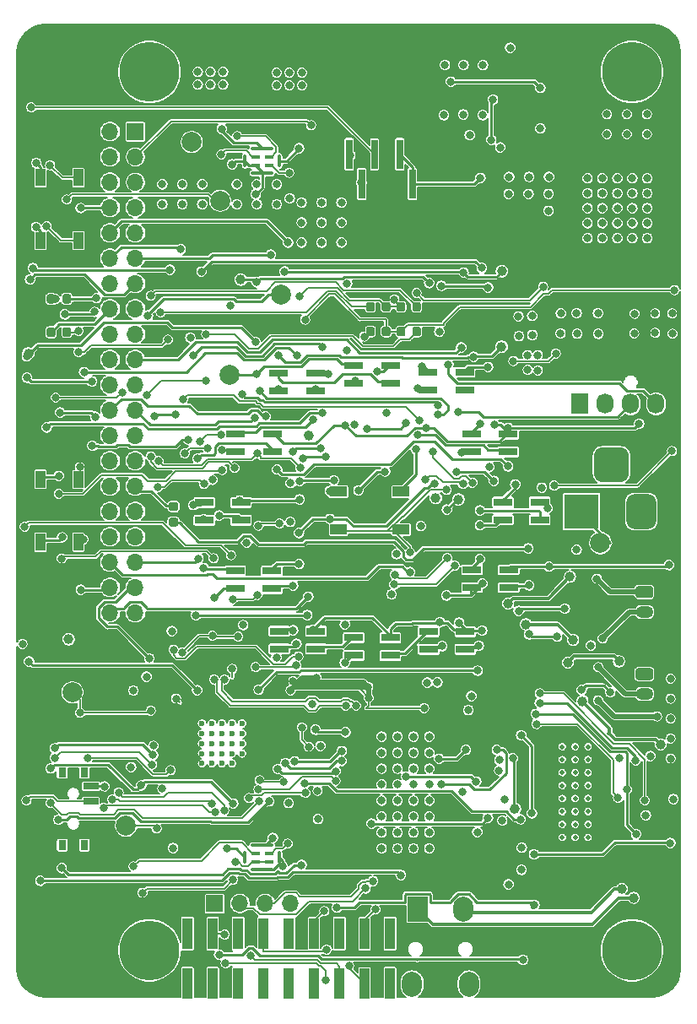
<source format=gbr>
G04 #@! TF.GenerationSoftware,KiCad,Pcbnew,(5.1.7)-1*
G04 #@! TF.CreationDate,2020-11-22T20:52:47-08:00*
G04 #@! TF.ProjectId,SJ-201-R4,534a2d32-3031-42d5-9234-2e6b69636164,rev?*
G04 #@! TF.SameCoordinates,Original*
G04 #@! TF.FileFunction,Copper,L4,Bot*
G04 #@! TF.FilePolarity,Positive*
%FSLAX46Y46*%
G04 Gerber Fmt 4.6, Leading zero omitted, Abs format (unit mm)*
G04 Created by KiCad (PCBNEW (5.1.7)-1) date 2020-11-22 20:52:47*
%MOMM*%
%LPD*%
G01*
G04 APERTURE LIST*
G04 #@! TA.AperFunction,ComponentPad*
%ADD10O,1.730000X2.030000*%
G04 #@! TD*
G04 #@! TA.AperFunction,ComponentPad*
%ADD11R,1.730000X2.030000*%
G04 #@! TD*
G04 #@! TA.AperFunction,ComponentPad*
%ADD12O,2.000000X2.500000*%
G04 #@! TD*
G04 #@! TA.AperFunction,ComponentPad*
%ADD13R,2.000000X2.500000*%
G04 #@! TD*
G04 #@! TA.AperFunction,ComponentPad*
%ADD14R,3.500000X3.500000*%
G04 #@! TD*
G04 #@! TA.AperFunction,SMDPad,CuDef*
%ADD15C,2.000000*%
G04 #@! TD*
G04 #@! TA.AperFunction,SMDPad,CuDef*
%ADD16C,1.000000*%
G04 #@! TD*
G04 #@! TA.AperFunction,SMDPad,CuDef*
%ADD17R,1.000000X3.150000*%
G04 #@! TD*
G04 #@! TA.AperFunction,ComponentPad*
%ADD18O,1.750000X1.200000*%
G04 #@! TD*
G04 #@! TA.AperFunction,SMDPad,CuDef*
%ADD19R,0.650000X3.000000*%
G04 #@! TD*
G04 #@! TA.AperFunction,ComponentPad*
%ADD20C,0.600000*%
G04 #@! TD*
G04 #@! TA.AperFunction,SMDPad,CuDef*
%ADD21R,1.900000X0.800000*%
G04 #@! TD*
G04 #@! TA.AperFunction,ComponentPad*
%ADD22C,0.499999*%
G04 #@! TD*
G04 #@! TA.AperFunction,ComponentPad*
%ADD23C,6.000000*%
G04 #@! TD*
G04 #@! TA.AperFunction,ComponentPad*
%ADD24O,1.700000X1.700000*%
G04 #@! TD*
G04 #@! TA.AperFunction,ComponentPad*
%ADD25R,1.700000X1.700000*%
G04 #@! TD*
G04 #@! TA.AperFunction,SMDPad,CuDef*
%ADD26R,0.950000X0.400000*%
G04 #@! TD*
G04 #@! TA.AperFunction,SMDPad,CuDef*
%ADD27R,0.800000X1.000000*%
G04 #@! TD*
G04 #@! TA.AperFunction,SMDPad,CuDef*
%ADD28R,1.500000X0.700000*%
G04 #@! TD*
G04 #@! TA.AperFunction,SMDPad,CuDef*
%ADD29R,1.700000X1.000000*%
G04 #@! TD*
G04 #@! TA.AperFunction,SMDPad,CuDef*
%ADD30R,1.000000X1.700000*%
G04 #@! TD*
G04 #@! TA.AperFunction,ViaPad*
%ADD31C,0.800000*%
G04 #@! TD*
G04 #@! TA.AperFunction,ViaPad*
%ADD32C,1.000000*%
G04 #@! TD*
G04 #@! TA.AperFunction,Conductor*
%ADD33C,0.250000*%
G04 #@! TD*
G04 #@! TA.AperFunction,Conductor*
%ADD34C,0.350000*%
G04 #@! TD*
G04 #@! TA.AperFunction,Conductor*
%ADD35C,0.200000*%
G04 #@! TD*
G04 #@! TA.AperFunction,Conductor*
%ADD36C,0.500000*%
G04 #@! TD*
G04 #@! TA.AperFunction,Conductor*
%ADD37C,0.127000*%
G04 #@! TD*
G04 #@! TA.AperFunction,Conductor*
%ADD38C,0.100000*%
G04 #@! TD*
G04 APERTURE END LIST*
D10*
G04 #@! TO.P,J7,4*
G04 #@! TO.N,/Monitor/FAN_PWM*
X64338200Y-38280340D03*
G04 #@! TO.P,J7,3*
G04 #@! TO.N,Net-(J7-Pad3)*
X61798200Y-38280340D03*
G04 #@! TO.P,J7,2*
G04 #@! TO.N,PVDD*
X59258200Y-38280340D03*
D11*
G04 #@! TO.P,J7,1*
G04 #@! TO.N,GND*
X56718200Y-38280340D03*
G04 #@! TD*
D12*
G04 #@! TO.P,J2,G*
G04 #@! TO.N,GND*
X45567720Y-96474400D03*
D13*
G04 #@! TO.P,J2,T*
G04 #@! TO.N,VoutL*
X40417720Y-88974400D03*
D12*
G04 #@! TO.P,J2,S*
G04 #@! TO.N,VoutR*
X45017720Y-88974400D03*
G04 #@! TO.P,J2,G*
G04 #@! TO.N,GND*
X39867720Y-96474400D03*
G04 #@! TD*
G04 #@! TO.P,J1,3*
G04 #@! TO.N,GND*
G04 #@! TA.AperFunction,ComponentPad*
G36*
G01*
X61605360Y-43509840D02*
X61605360Y-45259840D01*
G75*
G02*
X60730360Y-46134840I-875000J0D01*
G01*
X58980360Y-46134840D01*
G75*
G02*
X58105360Y-45259840I0J875000D01*
G01*
X58105360Y-43509840D01*
G75*
G02*
X58980360Y-42634840I875000J0D01*
G01*
X60730360Y-42634840D01*
G75*
G02*
X61605360Y-43509840I0J-875000D01*
G01*
G37*
G04 #@! TD.AperFunction*
G04 #@! TO.P,J1,2*
G04 #@! TA.AperFunction,ComponentPad*
G36*
G01*
X64355360Y-48084840D02*
X64355360Y-50084840D01*
G75*
G02*
X63605360Y-50834840I-750000J0D01*
G01*
X62105360Y-50834840D01*
G75*
G02*
X61355360Y-50084840I0J750000D01*
G01*
X61355360Y-48084840D01*
G75*
G02*
X62105360Y-47334840I750000J0D01*
G01*
X63605360Y-47334840D01*
G75*
G02*
X64355360Y-48084840I0J-750000D01*
G01*
G37*
G04 #@! TD.AperFunction*
D14*
G04 #@! TO.P,J1,1*
G04 #@! TO.N,12v_Unregulated*
X56855360Y-49084840D03*
G04 #@! TD*
D15*
G04 #@! TO.P,TP12v1,1*
G04 #@! TO.N,12v_Unregulated*
X58740040Y-52237640D03*
G04 #@! TD*
G04 #@! TO.P,TP11,1*
G04 #@! TO.N,/xmos/3V3_MIC*
X20599400Y-17901920D03*
G04 #@! TD*
G04 #@! TO.P,TP10,1*
G04 #@! TO.N,/xmos/MIC_CLK_M*
X17739360Y-12034520D03*
G04 #@! TD*
G04 #@! TO.P,TP9,1*
G04 #@! TO.N,/xmos/MIC_DATA*
X5781040Y-67218560D03*
G04 #@! TD*
D16*
G04 #@! TO.P,TP4,1*
G04 #@! TO.N,I2S_LRCK_AMP*
X50190400Y-78917800D03*
G04 #@! TD*
G04 #@! TO.P,TP7,1*
G04 #@! TO.N,TPU_RST_L*
X48839120Y-32542480D03*
G04 #@! TD*
G04 #@! TO.P,TP8,1*
G04 #@! TO.N,TPU_INTR*
X48864520Y-24978360D03*
G04 #@! TD*
G04 #@! TO.P,TP5,1*
G04 #@! TO.N,TPU_PMIC_EN*
X1361440Y-33218120D03*
G04 #@! TD*
G04 #@! TO.P,TP6,1*
G04 #@! TO.N,TPU_PGOOD*
X22677120Y-25826720D03*
G04 #@! TD*
G04 #@! TO.P,TP3,1*
G04 #@! TO.N,I2S_DIN_AMP*
X29476700Y-41465500D03*
G04 #@! TD*
G04 #@! TO.P,TP1,1*
G04 #@! TO.N,I2S_DIN_PI*
X5384800Y-61874400D03*
G04 #@! TD*
G04 #@! TO.P,DP3,1*
G04 #@! TO.N,Net-(DP3-Pad1)*
X42237660Y-47726600D03*
G04 #@! TD*
G04 #@! TO.P,DM3,1*
G04 #@! TO.N,Net-(DM3-Pad1)*
X44490640Y-47879000D03*
G04 #@! TD*
D17*
G04 #@! TO.P,J10,18*
G04 #@! TO.N,GND*
X17322800Y-91404200D03*
G04 #@! TO.P,J10,17*
G04 #@! TO.N,N/C*
X17322800Y-96454200D03*
G04 #@! TO.P,J10,16*
G04 #@! TO.N,/xmos/XL_DN1*
X19862800Y-91404200D03*
G04 #@! TO.P,J10,15*
G04 #@! TO.N,N/C*
X19862800Y-96454200D03*
G04 #@! TO.P,J10,14*
G04 #@! TO.N,GND*
X22402800Y-91404200D03*
G04 #@! TO.P,J10,13*
G04 #@! TO.N,Net-(D20-Pad1)*
X22402800Y-96454200D03*
G04 #@! TO.P,J10,12*
G04 #@! TO.N,/xmos/XL_DN0*
X24942800Y-91404200D03*
G04 #@! TO.P,J10,11*
G04 #@! TO.N,/xmos/TDO*
X24942800Y-96454200D03*
G04 #@! TO.P,J10,10*
G04 #@! TO.N,GND*
X27482800Y-91404200D03*
G04 #@! TO.P,J10,9*
G04 #@! TO.N,N/C*
X27482800Y-96454200D03*
G04 #@! TO.P,J10,8*
G04 #@! TO.N,/xmos/XL_UP0*
X30022800Y-91404200D03*
G04 #@! TO.P,J10,7*
G04 #@! TO.N,/xmos/TCK*
X30022800Y-96454200D03*
G04 #@! TO.P,J10,6*
G04 #@! TO.N,GND*
X32562800Y-91404200D03*
G04 #@! TO.P,J10,5*
G04 #@! TO.N,/xmos/TMS*
X32562800Y-96454200D03*
G04 #@! TO.P,J10,4*
G04 #@! TO.N,/xmos/XL_UP1*
X35102800Y-91404200D03*
G04 #@! TO.P,J10,3*
G04 #@! TO.N,/xmos/TDI*
X35102800Y-96454200D03*
G04 #@! TO.P,J10,2*
G04 #@! TO.N,GND*
X37642800Y-91404200D03*
G04 #@! TO.P,J10,1*
G04 #@! TO.N,N/C*
X37642800Y-96454200D03*
G04 #@! TD*
D15*
G04 #@! TO.P,TP2,1*
G04 #@! TO.N,Net-(R9-Pad2)*
X26736040Y-27335480D03*
G04 #@! TD*
D18*
G04 #@! TO.P,J4,2*
G04 #@! TO.N,/AudioAmp/Right-*
X63169800Y-67379600D03*
G04 #@! TO.P,J4,1*
G04 #@! TO.N,/AudioAmp/Right+*
G04 #@! TA.AperFunction,ComponentPad*
G36*
G01*
X62544799Y-64779600D02*
X63794801Y-64779600D01*
G75*
G02*
X64044800Y-65029599I0J-249999D01*
G01*
X64044800Y-65729601D01*
G75*
G02*
X63794801Y-65979600I-249999J0D01*
G01*
X62544799Y-65979600D01*
G75*
G02*
X62294800Y-65729601I0J249999D01*
G01*
X62294800Y-65029599D01*
G75*
G02*
X62544799Y-64779600I249999J0D01*
G01*
G37*
G04 #@! TD.AperFunction*
G04 #@! TD*
G04 #@! TO.P,J3,2*
G04 #@! TO.N,/AudioAmp/Left-*
X63169800Y-59150000D03*
G04 #@! TO.P,J3,1*
G04 #@! TO.N,/AudioAmp/Left+*
G04 #@! TA.AperFunction,ComponentPad*
G36*
G01*
X62544799Y-56550000D02*
X63794801Y-56550000D01*
G75*
G02*
X64044800Y-56799999I0J-249999D01*
G01*
X64044800Y-57500001D01*
G75*
G02*
X63794801Y-57750000I-249999J0D01*
G01*
X62544799Y-57750000D01*
G75*
G02*
X62294800Y-57500001I0J249999D01*
G01*
X62294800Y-56799999D01*
G75*
G02*
X62544799Y-56550000I249999J0D01*
G01*
G37*
G04 #@! TD.AperFunction*
G04 #@! TD*
D19*
G04 #@! TO.P,J5,6*
G04 #@! TO.N,GND*
X33540700Y-13244700D03*
G04 #@! TO.P,J5,4*
G04 #@! TO.N,+1V0*
X36080700Y-13244700D03*
G04 #@! TO.P,J5,2*
G04 #@! TO.N,+5V*
X38620700Y-13244700D03*
G04 #@! TO.P,J5,5*
G04 #@! TO.N,GND*
X34810700Y-16244700D03*
G04 #@! TO.P,J5,3*
G04 #@! TO.N,+3V3*
X37350700Y-16244700D03*
G04 #@! TO.P,J5,1*
G04 #@! TO.N,+5V*
X39890700Y-16244700D03*
G04 #@! TD*
D20*
G04 #@! TO.P,U8,61*
G04 #@! TO.N,GND*
X18783800Y-70345800D03*
X19783800Y-70345800D03*
X20783800Y-70345800D03*
X21783800Y-70345800D03*
X22783800Y-70345800D03*
X18783800Y-71345800D03*
X19783800Y-71345800D03*
X20783800Y-71345800D03*
X21783800Y-71345800D03*
X22783800Y-71345800D03*
X18783800Y-72345800D03*
X19783800Y-72345800D03*
X20783800Y-72345800D03*
X21783800Y-72345800D03*
X22783800Y-72345800D03*
X18783800Y-73345800D03*
X19783800Y-73345800D03*
X20783800Y-73345800D03*
X21783800Y-73345800D03*
X22783800Y-73345800D03*
X18783800Y-74345800D03*
X19783800Y-74345800D03*
X20783800Y-74345800D03*
X21783800Y-74345800D03*
G04 #@! TD*
D21*
G04 #@! TO.P,D9,3*
G04 #@! TO.N,GND*
X41510180Y-62908520D03*
G04 #@! TO.P,D9,4*
G04 #@! TO.N,Net-(D8-Pad2)*
X41510180Y-61128520D03*
G04 #@! TO.P,D9,2*
G04 #@! TO.N,Net-(D10-Pad4)*
X45190180Y-62908520D03*
G04 #@! TO.P,D9,1*
G04 #@! TO.N,+5V*
X45190180Y-61128520D03*
G04 #@! TD*
D22*
G04 #@! TO.P,U3,39*
G04 #@! TO.N,GND*
X57518700Y-76564099D03*
X56218700Y-76564099D03*
X54918700Y-76564099D03*
X57518700Y-75264099D03*
X56218700Y-75264099D03*
X54918700Y-75264099D03*
X54918700Y-72664099D03*
X56218700Y-72664099D03*
X57518700Y-72664099D03*
X54918700Y-73964099D03*
X56218700Y-73964099D03*
X57518700Y-73964099D03*
X57518700Y-80464101D03*
X56218700Y-80464101D03*
X54918700Y-80464101D03*
X57518700Y-81764101D03*
X56218700Y-81764101D03*
X54918700Y-81764101D03*
X54918700Y-79164101D03*
X56218700Y-79164101D03*
X57518700Y-79164101D03*
X54918700Y-77864101D03*
X56218700Y-77864101D03*
X57518700Y-77864101D03*
G04 #@! TD*
D21*
G04 #@! TO.P,D2,3*
G04 #@! TO.N,GND*
X33991780Y-36238520D03*
G04 #@! TO.P,D2,4*
G04 #@! TO.N,Neopixel*
X33991780Y-34458520D03*
G04 #@! TO.P,D2,2*
G04 #@! TO.N,Net-(D2-Pad2)*
X37671780Y-36238520D03*
G04 #@! TO.P,D2,1*
G04 #@! TO.N,Net-(C28-Pad1)*
X37671780Y-34458520D03*
G04 #@! TD*
G04 #@! TO.P,D13,3*
G04 #@! TO.N,GND*
X41459380Y-36898920D03*
G04 #@! TO.P,D13,4*
G04 #@! TO.N,Net-(D12-Pad2)*
X41459380Y-35118920D03*
G04 #@! TO.P,D13,2*
G04 #@! TO.N,N/C*
X45139380Y-36898920D03*
G04 #@! TO.P,D13,1*
G04 #@! TO.N,+5V*
X45139380Y-35118920D03*
G04 #@! TD*
G04 #@! TO.P,D12,3*
G04 #@! TO.N,GND*
X45828180Y-43096520D03*
G04 #@! TO.P,D12,4*
G04 #@! TO.N,Net-(D11-Pad2)*
X45828180Y-41316520D03*
G04 #@! TO.P,D12,2*
G04 #@! TO.N,Net-(D12-Pad2)*
X49508180Y-43096520D03*
G04 #@! TO.P,D12,1*
G04 #@! TO.N,+5V*
X49508180Y-41316520D03*
G04 #@! TD*
G04 #@! TO.P,D11,3*
G04 #@! TO.N,GND*
X48977780Y-49903720D03*
G04 #@! TO.P,D11,4*
G04 #@! TO.N,Net-(D10-Pad2)*
X48977780Y-48123720D03*
G04 #@! TO.P,D11,2*
G04 #@! TO.N,Net-(D11-Pad2)*
X52657780Y-49903720D03*
G04 #@! TO.P,D11,1*
G04 #@! TO.N,+5V*
X52657780Y-48123720D03*
G04 #@! TD*
G04 #@! TO.P,D10,3*
G04 #@! TO.N,GND*
X45878980Y-56710920D03*
G04 #@! TO.P,D10,4*
G04 #@! TO.N,Net-(D10-Pad4)*
X45878980Y-54930920D03*
G04 #@! TO.P,D10,2*
G04 #@! TO.N,Net-(D10-Pad2)*
X49558980Y-56710920D03*
G04 #@! TO.P,D10,1*
G04 #@! TO.N,+5V*
X49558980Y-54930920D03*
G04 #@! TD*
G04 #@! TO.P,D8,3*
G04 #@! TO.N,GND*
X33991780Y-63518120D03*
G04 #@! TO.P,D8,4*
G04 #@! TO.N,Net-(D7-Pad2)*
X33991780Y-61738120D03*
G04 #@! TO.P,D8,2*
G04 #@! TO.N,Net-(D8-Pad2)*
X37671780Y-63518120D03*
G04 #@! TO.P,D8,1*
G04 #@! TO.N,+5V*
X37671780Y-61738120D03*
G04 #@! TD*
G04 #@! TO.P,D7,3*
G04 #@! TO.N,GND*
X26524180Y-62857720D03*
G04 #@! TO.P,D7,4*
G04 #@! TO.N,Net-(D6-Pad2)*
X26524180Y-61077720D03*
G04 #@! TO.P,D7,2*
G04 #@! TO.N,Net-(D7-Pad2)*
X30204180Y-62857720D03*
G04 #@! TO.P,D7,1*
G04 #@! TO.N,+5V*
X30204180Y-61077720D03*
G04 #@! TD*
G04 #@! TO.P,D6,3*
G04 #@! TO.N,GND*
X22104580Y-56812520D03*
G04 #@! TO.P,D6,4*
G04 #@! TO.N,Net-(D5-Pad2)*
X22104580Y-55032520D03*
G04 #@! TO.P,D6,2*
G04 #@! TO.N,Net-(D6-Pad2)*
X25784580Y-56812520D03*
G04 #@! TO.P,D6,1*
G04 #@! TO.N,+5V*
X25784580Y-55032520D03*
G04 #@! TD*
G04 #@! TO.P,D5,3*
G04 #@! TO.N,GND*
X19005780Y-49954520D03*
G04 #@! TO.P,D5,4*
G04 #@! TO.N,Net-(D4-Pad2)*
X19005780Y-48174520D03*
G04 #@! TO.P,D5,2*
G04 #@! TO.N,Net-(D5-Pad2)*
X22685780Y-49954520D03*
G04 #@! TO.P,D5,1*
G04 #@! TO.N,+5V*
X22685780Y-48174520D03*
G04 #@! TD*
G04 #@! TO.P,D3,3*
G04 #@! TO.N,GND*
X26473380Y-37000520D03*
G04 #@! TO.P,D3,4*
G04 #@! TO.N,Net-(D2-Pad2)*
X26473380Y-35220520D03*
G04 #@! TO.P,D3,2*
G04 #@! TO.N,Net-(D3-Pad2)*
X30153380Y-37000520D03*
G04 #@! TO.P,D3,1*
G04 #@! TO.N,+5V*
X30153380Y-35220520D03*
G04 #@! TD*
G04 #@! TO.P,D4,3*
G04 #@! TO.N,GND*
X22155380Y-43096520D03*
G04 #@! TO.P,D4,4*
G04 #@! TO.N,Net-(D3-Pad2)*
X22155380Y-41316520D03*
G04 #@! TO.P,D4,2*
G04 #@! TO.N,Net-(D4-Pad2)*
X25835380Y-43096520D03*
G04 #@! TO.P,D4,1*
G04 #@! TO.N,+5V*
X25835380Y-41316520D03*
G04 #@! TD*
G04 #@! TO.P,R55,2*
G04 #@! TO.N,SCL*
G04 #@! TA.AperFunction,SMDPad,CuDef*
G36*
G01*
X36812500Y-28806250D02*
X36812500Y-28293750D01*
G75*
G02*
X37031250Y-28075000I218750J0D01*
G01*
X37468750Y-28075000D01*
G75*
G02*
X37687500Y-28293750I0J-218750D01*
G01*
X37687500Y-28806250D01*
G75*
G02*
X37468750Y-29025000I-218750J0D01*
G01*
X37031250Y-29025000D01*
G75*
G02*
X36812500Y-28806250I0J218750D01*
G01*
G37*
G04 #@! TD.AperFunction*
G04 #@! TO.P,R55,1*
G04 #@! TO.N,SCL_PI*
G04 #@! TA.AperFunction,SMDPad,CuDef*
G36*
G01*
X35237500Y-28806250D02*
X35237500Y-28293750D01*
G75*
G02*
X35456250Y-28075000I218750J0D01*
G01*
X35893750Y-28075000D01*
G75*
G02*
X36112500Y-28293750I0J-218750D01*
G01*
X36112500Y-28806250D01*
G75*
G02*
X35893750Y-29025000I-218750J0D01*
G01*
X35456250Y-29025000D01*
G75*
G02*
X35237500Y-28806250I0J218750D01*
G01*
G37*
G04 #@! TD.AperFunction*
G04 #@! TD*
G04 #@! TO.P,R54,2*
G04 #@! TO.N,SDA*
G04 #@! TA.AperFunction,SMDPad,CuDef*
G36*
G01*
X36812500Y-31281250D02*
X36812500Y-30768750D01*
G75*
G02*
X37031250Y-30550000I218750J0D01*
G01*
X37468750Y-30550000D01*
G75*
G02*
X37687500Y-30768750I0J-218750D01*
G01*
X37687500Y-31281250D01*
G75*
G02*
X37468750Y-31500000I-218750J0D01*
G01*
X37031250Y-31500000D01*
G75*
G02*
X36812500Y-31281250I0J218750D01*
G01*
G37*
G04 #@! TD.AperFunction*
G04 #@! TO.P,R54,1*
G04 #@! TO.N,SDA_PI*
G04 #@! TA.AperFunction,SMDPad,CuDef*
G36*
G01*
X35237500Y-31281250D02*
X35237500Y-30768750D01*
G75*
G02*
X35456250Y-30550000I218750J0D01*
G01*
X35893750Y-30550000D01*
G75*
G02*
X36112500Y-30768750I0J-218750D01*
G01*
X36112500Y-31281250D01*
G75*
G02*
X35893750Y-31500000I-218750J0D01*
G01*
X35456250Y-31500000D01*
G75*
G02*
X35237500Y-31281250I0J218750D01*
G01*
G37*
G04 #@! TD.AperFunction*
G04 #@! TD*
G04 #@! TO.P,R37,2*
G04 #@! TO.N,SCL_XMOS*
G04 #@! TA.AperFunction,SMDPad,CuDef*
G36*
G01*
X39875000Y-28806250D02*
X39875000Y-28293750D01*
G75*
G02*
X40093750Y-28075000I218750J0D01*
G01*
X40531250Y-28075000D01*
G75*
G02*
X40750000Y-28293750I0J-218750D01*
G01*
X40750000Y-28806250D01*
G75*
G02*
X40531250Y-29025000I-218750J0D01*
G01*
X40093750Y-29025000D01*
G75*
G02*
X39875000Y-28806250I0J218750D01*
G01*
G37*
G04 #@! TD.AperFunction*
G04 #@! TO.P,R37,1*
G04 #@! TO.N,SCL*
G04 #@! TA.AperFunction,SMDPad,CuDef*
G36*
G01*
X38300000Y-28806250D02*
X38300000Y-28293750D01*
G75*
G02*
X38518750Y-28075000I218750J0D01*
G01*
X38956250Y-28075000D01*
G75*
G02*
X39175000Y-28293750I0J-218750D01*
G01*
X39175000Y-28806250D01*
G75*
G02*
X38956250Y-29025000I-218750J0D01*
G01*
X38518750Y-29025000D01*
G75*
G02*
X38300000Y-28806250I0J218750D01*
G01*
G37*
G04 #@! TD.AperFunction*
G04 #@! TD*
G04 #@! TO.P,R25,2*
G04 #@! TO.N,SDA_XMOS*
G04 #@! TA.AperFunction,SMDPad,CuDef*
G36*
G01*
X39875000Y-31281250D02*
X39875000Y-30768750D01*
G75*
G02*
X40093750Y-30550000I218750J0D01*
G01*
X40531250Y-30550000D01*
G75*
G02*
X40750000Y-30768750I0J-218750D01*
G01*
X40750000Y-31281250D01*
G75*
G02*
X40531250Y-31500000I-218750J0D01*
G01*
X40093750Y-31500000D01*
G75*
G02*
X39875000Y-31281250I0J218750D01*
G01*
G37*
G04 #@! TD.AperFunction*
G04 #@! TO.P,R25,1*
G04 #@! TO.N,SDA*
G04 #@! TA.AperFunction,SMDPad,CuDef*
G36*
G01*
X38300000Y-31281250D02*
X38300000Y-30768750D01*
G75*
G02*
X38518750Y-30550000I218750J0D01*
G01*
X38956250Y-30550000D01*
G75*
G02*
X39175000Y-30768750I0J-218750D01*
G01*
X39175000Y-31281250D01*
G75*
G02*
X38956250Y-31500000I-218750J0D01*
G01*
X38518750Y-31500000D01*
G75*
G02*
X38300000Y-31281250I0J218750D01*
G01*
G37*
G04 #@! TD.AperFunction*
G04 #@! TD*
G04 #@! TO.P,R12,2*
G04 #@! TO.N,GPIO22*
G04 #@! TA.AperFunction,SMDPad,CuDef*
G36*
G01*
X4075000Y-27493750D02*
X4075000Y-28006250D01*
G75*
G02*
X3856250Y-28225000I-218750J0D01*
G01*
X3418750Y-28225000D01*
G75*
G02*
X3200000Y-28006250I0J218750D01*
G01*
X3200000Y-27493750D01*
G75*
G02*
X3418750Y-27275000I218750J0D01*
G01*
X3856250Y-27275000D01*
G75*
G02*
X4075000Y-27493750I0J-218750D01*
G01*
G37*
G04 #@! TD.AperFunction*
G04 #@! TO.P,R12,1*
G04 #@! TO.N,Net-(J6-Pad15)*
G04 #@! TA.AperFunction,SMDPad,CuDef*
G36*
G01*
X5650000Y-27493750D02*
X5650000Y-28006250D01*
G75*
G02*
X5431250Y-28225000I-218750J0D01*
G01*
X4993750Y-28225000D01*
G75*
G02*
X4775000Y-28006250I0J218750D01*
G01*
X4775000Y-27493750D01*
G75*
G02*
X4993750Y-27275000I218750J0D01*
G01*
X5431250Y-27275000D01*
G75*
G02*
X5650000Y-27493750I0J-218750D01*
G01*
G37*
G04 #@! TD.AperFunction*
G04 #@! TD*
G04 #@! TO.P,R19,2*
G04 #@! TO.N,Net-(J6-Pad29)*
G04 #@! TA.AperFunction,SMDPad,CuDef*
G36*
G01*
X16176970Y-49012360D02*
X15664470Y-49012360D01*
G75*
G02*
X15445720Y-48793610I0J218750D01*
G01*
X15445720Y-48356110D01*
G75*
G02*
X15664470Y-48137360I218750J0D01*
G01*
X16176970Y-48137360D01*
G75*
G02*
X16395720Y-48356110I0J-218750D01*
G01*
X16395720Y-48793610D01*
G75*
G02*
X16176970Y-49012360I-218750J0D01*
G01*
G37*
G04 #@! TD.AperFunction*
G04 #@! TO.P,R19,1*
G04 #@! TO.N,GPIO5*
G04 #@! TA.AperFunction,SMDPad,CuDef*
G36*
G01*
X16176970Y-50587360D02*
X15664470Y-50587360D01*
G75*
G02*
X15445720Y-50368610I0J218750D01*
G01*
X15445720Y-49931110D01*
G75*
G02*
X15664470Y-49712360I218750J0D01*
G01*
X16176970Y-49712360D01*
G75*
G02*
X16395720Y-49931110I0J-218750D01*
G01*
X16395720Y-50368610D01*
G75*
G02*
X16176970Y-50587360I-218750J0D01*
G01*
G37*
G04 #@! TD.AperFunction*
G04 #@! TD*
G04 #@! TO.P,R13,2*
G04 #@! TO.N,GPIO23*
G04 #@! TA.AperFunction,SMDPad,CuDef*
G36*
G01*
X4775000Y-31356250D02*
X4775000Y-30843750D01*
G75*
G02*
X4993750Y-30625000I218750J0D01*
G01*
X5431250Y-30625000D01*
G75*
G02*
X5650000Y-30843750I0J-218750D01*
G01*
X5650000Y-31356250D01*
G75*
G02*
X5431250Y-31575000I-218750J0D01*
G01*
X4993750Y-31575000D01*
G75*
G02*
X4775000Y-31356250I0J218750D01*
G01*
G37*
G04 #@! TD.AperFunction*
G04 #@! TO.P,R13,1*
G04 #@! TO.N,Net-(J6-Pad16)*
G04 #@! TA.AperFunction,SMDPad,CuDef*
G36*
G01*
X3200000Y-31356250D02*
X3200000Y-30843750D01*
G75*
G02*
X3418750Y-30625000I218750J0D01*
G01*
X3856250Y-30625000D01*
G75*
G02*
X4075000Y-30843750I0J-218750D01*
G01*
X4075000Y-31356250D01*
G75*
G02*
X3856250Y-31575000I-218750J0D01*
G01*
X3418750Y-31575000D01*
G75*
G02*
X3200000Y-31356250I0J218750D01*
G01*
G37*
G04 #@! TD.AperFunction*
G04 #@! TD*
D23*
G04 #@! TO.P,H4,1*
G04 #@! TO.N,N/C*
X13500000Y-93082120D03*
G04 #@! TD*
G04 #@! TO.P,H3,1*
G04 #@! TO.N,N/C*
X13500000Y-5000000D03*
G04 #@! TD*
G04 #@! TO.P,H2,1*
G04 #@! TO.N,N/C*
X61921380Y-93082120D03*
G04 #@! TD*
G04 #@! TO.P,H1,1*
G04 #@! TO.N,N/C*
X61921380Y-5000000D03*
G04 #@! TD*
D24*
G04 #@! TO.P,J13,4*
G04 #@! TO.N,GND*
X27670000Y-88400000D03*
G04 #@! TO.P,J13,3*
G04 #@! TO.N,/RaspberryPi/D-*
X25130000Y-88400000D03*
G04 #@! TO.P,J13,2*
G04 #@! TO.N,/RaspberryPi/D+*
X22590000Y-88400000D03*
D25*
G04 #@! TO.P,J13,1*
G04 #@! TO.N,Net-(J13-Pad1)*
X20050000Y-88400000D03*
G04 #@! TD*
D15*
G04 #@! TO.P,TP1_0V1,1*
G04 #@! TO.N,+1V0*
X11163300Y-80594200D03*
G04 #@! TD*
G04 #@! TO.P,TP18,1*
G04 #@! TO.N,Neopixel*
X21534120Y-35346640D03*
G04 #@! TD*
G04 #@! TO.P,U10,GND1*
G04 #@! TO.N,GND*
G04 #@! TA.AperFunction,SMDPad,CuDef*
G36*
G01*
X23808330Y-12514120D02*
X25808030Y-12514120D01*
G75*
G02*
X25958180Y-12664270I0J-150150D01*
G01*
X25958180Y-12713970D01*
G75*
G02*
X25808030Y-12864120I-150150J0D01*
G01*
X23808330Y-12864120D01*
G75*
G02*
X23658180Y-12713970I0J150150D01*
G01*
X23658180Y-12664270D01*
G75*
G02*
X23808330Y-12514120I150150J0D01*
G01*
G37*
G04 #@! TD.AperFunction*
G04 #@! TO.P,U10,GND3*
G04 #@! TA.AperFunction,SMDPad,CuDef*
G36*
G01*
X23808330Y-14964120D02*
X25808030Y-14964120D01*
G75*
G02*
X25958180Y-15114270I0J-150150D01*
G01*
X25958180Y-15163970D01*
G75*
G02*
X25808030Y-15314120I-150150J0D01*
G01*
X23808330Y-15314120D01*
G75*
G02*
X23658180Y-15163970I0J150150D01*
G01*
X23658180Y-15114270D01*
G75*
G02*
X23808330Y-14964120I150150J0D01*
G01*
G37*
G04 #@! TD.AperFunction*
G04 #@! TO.P,U10,GND*
G04 #@! TA.AperFunction,SMDPad,CuDef*
G36*
G01*
X26708180Y-13414270D02*
X26708180Y-14413970D01*
G75*
G02*
X26558030Y-14564120I-150150J0D01*
G01*
X26508330Y-14564120D01*
G75*
G02*
X26358180Y-14413970I0J150150D01*
G01*
X26358180Y-13414270D01*
G75*
G02*
X26508330Y-13264120I150150J0D01*
G01*
X26558030Y-13264120D01*
G75*
G02*
X26708180Y-13414270I0J-150150D01*
G01*
G37*
G04 #@! TD.AperFunction*
G04 #@! TO.P,U10,GND2*
G04 #@! TA.AperFunction,SMDPad,CuDef*
G36*
G01*
X23258180Y-13414270D02*
X23258180Y-14413970D01*
G75*
G02*
X23108030Y-14564120I-150150J0D01*
G01*
X23058330Y-14564120D01*
G75*
G02*
X22908180Y-14413970I0J150150D01*
G01*
X22908180Y-13414270D01*
G75*
G02*
X23058330Y-13264120I150150J0D01*
G01*
X23108030Y-13264120D01*
G75*
G02*
X23258180Y-13414270I0J-150150D01*
G01*
G37*
G04 #@! TD.AperFunction*
D26*
G04 #@! TO.P,U10,VDD*
G04 #@! TO.N,/xmos/3V3_MIC0*
X25483180Y-14339120D03*
G04 #@! TO.P,U10,DOUT*
G04 #@! TO.N,Net-(R44-Pad2)*
X25483180Y-13489120D03*
G04 #@! TO.P,U10,CLK*
G04 #@! TO.N,Net-(R43-Pad2)*
X24133180Y-13489120D03*
G04 #@! TO.P,U10,LR*
G04 #@! TO.N,GND*
X24133180Y-14339120D03*
G04 #@! TD*
G04 #@! TO.P,U11,GND1*
G04 #@! TO.N,GND*
G04 #@! TA.AperFunction,SMDPad,CuDef*
G36*
G01*
X23808330Y-82364120D02*
X25808030Y-82364120D01*
G75*
G02*
X25958180Y-82514270I0J-150150D01*
G01*
X25958180Y-82563970D01*
G75*
G02*
X25808030Y-82714120I-150150J0D01*
G01*
X23808330Y-82714120D01*
G75*
G02*
X23658180Y-82563970I0J150150D01*
G01*
X23658180Y-82514270D01*
G75*
G02*
X23808330Y-82364120I150150J0D01*
G01*
G37*
G04 #@! TD.AperFunction*
G04 #@! TO.P,U11,GND3*
G04 #@! TA.AperFunction,SMDPad,CuDef*
G36*
G01*
X23808330Y-84814120D02*
X25808030Y-84814120D01*
G75*
G02*
X25958180Y-84964270I0J-150150D01*
G01*
X25958180Y-85013970D01*
G75*
G02*
X25808030Y-85164120I-150150J0D01*
G01*
X23808330Y-85164120D01*
G75*
G02*
X23658180Y-85013970I0J150150D01*
G01*
X23658180Y-84964270D01*
G75*
G02*
X23808330Y-84814120I150150J0D01*
G01*
G37*
G04 #@! TD.AperFunction*
G04 #@! TO.P,U11,GND*
G04 #@! TA.AperFunction,SMDPad,CuDef*
G36*
G01*
X26708180Y-83264270D02*
X26708180Y-84263970D01*
G75*
G02*
X26558030Y-84414120I-150150J0D01*
G01*
X26508330Y-84414120D01*
G75*
G02*
X26358180Y-84263970I0J150150D01*
G01*
X26358180Y-83264270D01*
G75*
G02*
X26508330Y-83114120I150150J0D01*
G01*
X26558030Y-83114120D01*
G75*
G02*
X26708180Y-83264270I0J-150150D01*
G01*
G37*
G04 #@! TD.AperFunction*
G04 #@! TO.P,U11,GND2*
G04 #@! TA.AperFunction,SMDPad,CuDef*
G36*
G01*
X23258180Y-83264270D02*
X23258180Y-84263970D01*
G75*
G02*
X23108030Y-84414120I-150150J0D01*
G01*
X23058330Y-84414120D01*
G75*
G02*
X22908180Y-84263970I0J150150D01*
G01*
X22908180Y-83264270D01*
G75*
G02*
X23058330Y-83114120I150150J0D01*
G01*
X23108030Y-83114120D01*
G75*
G02*
X23258180Y-83264270I0J-150150D01*
G01*
G37*
G04 #@! TD.AperFunction*
G04 #@! TO.P,U11,VDD*
G04 #@! TO.N,/xmos/3V3_MIC1*
X25483180Y-84189120D03*
G04 #@! TO.P,U11,DOUT*
G04 #@! TO.N,Net-(R46-Pad2)*
X25483180Y-83339120D03*
G04 #@! TO.P,U11,CLK*
G04 #@! TO.N,Net-(R45-Pad2)*
X24133180Y-83339120D03*
G04 #@! TO.P,U11,LR*
G04 #@! TO.N,/xmos/3V3_MIC1*
X24133180Y-84189120D03*
G04 #@! TD*
D24*
G04 #@! TO.P,J6,40*
G04 #@! TO.N,I2S_DOUT_PI*
X9552940Y-59237880D03*
G04 #@! TO.P,J6,39*
G04 #@! TO.N,GND*
X12092940Y-59237880D03*
G04 #@! TO.P,J6,38*
G04 #@! TO.N,I2S_DIN_PI*
X9552940Y-56697880D03*
G04 #@! TO.P,J6,37*
G04 #@! TO.N,Boot_Sel*
X12092940Y-56697880D03*
G04 #@! TO.P,J6,36*
G04 #@! TO.N,Enable1V*
X9552940Y-54157880D03*
G04 #@! TO.P,J6,35*
G04 #@! TO.N,I2S_LRCK_PI*
X12092940Y-54157880D03*
G04 #@! TO.P,J6,34*
G04 #@! TO.N,GND*
X9552940Y-51617880D03*
G04 #@! TO.P,J6,33*
G04 #@! TO.N,N/C*
X12092940Y-51617880D03*
G04 #@! TO.P,J6,32*
X9552940Y-49077880D03*
G04 #@! TO.P,J6,31*
X12092940Y-49077880D03*
G04 #@! TO.P,J6,30*
G04 #@! TO.N,GND*
X9552940Y-46537880D03*
G04 #@! TO.P,J6,29*
G04 #@! TO.N,Net-(J6-Pad29)*
X12092940Y-46537880D03*
G04 #@! TO.P,J6,28*
G04 #@! TO.N,N/C*
X9552940Y-43997880D03*
G04 #@! TO.P,J6,27*
X12092940Y-43997880D03*
G04 #@! TO.P,J6,26*
G04 #@! TO.N,ATtinyRESET*
X9552940Y-41457880D03*
G04 #@! TO.P,J6,25*
G04 #@! TO.N,GND*
X12092940Y-41457880D03*
G04 #@! TO.P,J6,24*
G04 #@! TO.N,SPI_CSn*
X9552940Y-38917880D03*
G04 #@! TO.P,J6,23*
G04 #@! TO.N,SPI_CLK*
X12092940Y-38917880D03*
G04 #@! TO.P,J6,22*
G04 #@! TO.N,Net-(J6-Pad22)*
X9552940Y-36377880D03*
G04 #@! TO.P,J6,21*
G04 #@! TO.N,SPI_MISO*
X12092940Y-36377880D03*
G04 #@! TO.P,J6,20*
G04 #@! TO.N,GND*
X9552940Y-33837880D03*
G04 #@! TO.P,J6,19*
G04 #@! TO.N,SPI_MOSI*
X12092940Y-33837880D03*
G04 #@! TO.P,J6,18*
G04 #@! TO.N,Net-(J6-Pad18)*
X9552940Y-31297880D03*
G04 #@! TO.P,J6,17*
G04 #@! TO.N,N/C*
X12092940Y-31297880D03*
G04 #@! TO.P,J6,16*
G04 #@! TO.N,Net-(J6-Pad16)*
X9552940Y-28757880D03*
G04 #@! TO.P,J6,15*
G04 #@! TO.N,Net-(J6-Pad15)*
X12092940Y-28757880D03*
G04 #@! TO.P,J6,14*
G04 #@! TO.N,GND*
X9552940Y-26217880D03*
G04 #@! TO.P,J6,13*
G04 #@! TO.N,XMOS_SendReset*
X12092940Y-26217880D03*
G04 #@! TO.P,J6,12*
G04 #@! TO.N,I2S_BCLK_PI*
X9552940Y-23677880D03*
G04 #@! TO.P,J6,11*
G04 #@! TO.N,TPU_RST_L*
X12092940Y-23677880D03*
G04 #@! TO.P,J6,10*
G04 #@! TO.N,UART_RXD_PI*
X9552940Y-21137880D03*
G04 #@! TO.P,J6,9*
G04 #@! TO.N,GND*
X12092940Y-21137880D03*
G04 #@! TO.P,J6,8*
G04 #@! TO.N,UART_TXD_PI*
X9552940Y-18597880D03*
G04 #@! TO.P,J6,7*
G04 #@! TO.N,I2S_MCLK_PI*
X12092940Y-18597880D03*
G04 #@! TO.P,J6,6*
G04 #@! TO.N,GND*
X9552940Y-16057880D03*
G04 #@! TO.P,J6,5*
G04 #@! TO.N,SCL_PI*
X12092940Y-16057880D03*
G04 #@! TO.P,J6,4*
G04 #@! TO.N,+5V*
X9552940Y-13517880D03*
G04 #@! TO.P,J6,3*
G04 #@! TO.N,SDA_PI*
X12092940Y-13517880D03*
G04 #@! TO.P,J6,2*
G04 #@! TO.N,+5V*
X9552940Y-10977880D03*
D25*
G04 #@! TO.P,J6,1*
G04 #@! TO.N,N/C*
X12092940Y-10977880D03*
G04 #@! TD*
D27*
G04 #@! TO.P,SW1,*
G04 #@! TO.N,*
X6964900Y-82532240D03*
X6964900Y-75232240D03*
X4754900Y-75232240D03*
X4754900Y-82532240D03*
D28*
G04 #@! TO.P,SW1,3*
G04 #@! TO.N,GND*
X7614900Y-76632240D03*
G04 #@! TO.P,SW1,2*
G04 #@! TO.N,GPIO25*
X7614900Y-78132240D03*
G04 #@! TO.P,SW1,1*
G04 #@! TO.N,+3V3*
X7614900Y-81132240D03*
G04 #@! TD*
D29*
G04 #@! TO.P,S3,2*
G04 #@! TO.N,GND*
X38760800Y-47093400D03*
X32460800Y-47093400D03*
G04 #@! TO.P,S3,1*
G04 #@! TO.N,GPIO24*
X38760800Y-50893400D03*
X32460800Y-50893400D03*
G04 #@! TD*
D30*
G04 #@! TO.P,S2,2*
G04 #@! TO.N,GND*
X2578020Y-45850000D03*
X2578020Y-52150000D03*
G04 #@! TO.P,S2,1*
G04 #@! TO.N,GPIO23*
X6378020Y-45850000D03*
X6378020Y-52150000D03*
G04 #@! TD*
G04 #@! TO.P,S1,2*
G04 #@! TO.N,GND*
X2572940Y-15590120D03*
X2572940Y-21890120D03*
G04 #@! TO.P,S1,1*
G04 #@! TO.N,GPIO22*
X6372940Y-15590120D03*
X6372940Y-21890120D03*
G04 #@! TD*
D31*
G04 #@! TO.N,+5V*
X14795500Y-18256000D03*
X14795500Y-16256000D03*
X16795500Y-16256000D03*
X18795500Y-16256000D03*
X18795500Y-18256000D03*
X16795500Y-18256000D03*
X31470600Y-35260280D03*
X28519120Y-54350920D03*
X22560280Y-47970440D03*
X47477680Y-34584640D03*
X30778200Y-22097500D03*
X28778200Y-22097500D03*
X28778200Y-20097500D03*
X30778200Y-18097500D03*
X32778200Y-22097500D03*
X45631100Y-11328400D03*
X32778200Y-18097500D03*
X30778200Y-20097500D03*
X32778200Y-20097500D03*
X33337100Y-32908447D03*
X46720760Y-15621000D03*
X33146370Y-40411400D03*
X28778200Y-18097500D03*
X51548520Y-17228080D03*
X49548520Y-17228080D03*
X53548520Y-17228080D03*
X62631320Y-40274240D03*
X53599080Y-54604920D03*
X47487840Y-26609040D03*
X42792188Y-26435547D03*
X28508960Y-51231800D03*
X29895800Y-60934600D03*
X49524922Y-86481920D03*
X50830480Y-85008720D03*
X65638680Y-54447440D03*
X53436520Y-48753708D03*
X46881488Y-61020960D03*
X48127920Y-40360600D03*
X49511544Y-40692655D03*
X41282284Y-40660358D03*
X42648578Y-60177504D03*
X31620460Y-49824640D03*
X28572381Y-47861309D03*
X42088581Y-46269663D03*
X44577794Y-60223717D03*
D32*
G04 #@! TO.N,VoutL*
X62097920Y-87828120D03*
G04 #@! TO.N,VoutR*
X60893960Y-86954360D03*
D31*
G04 #@! TO.N,Net-(C22-Pad1)*
X54401720Y-61630560D03*
X51583258Y-61392696D03*
G04 #@! TO.N,Net-(C23-Pad1)*
X56872866Y-66962146D03*
X59732929Y-67196193D03*
G04 #@! TO.N,+3V3*
X20765052Y-53401372D03*
X15767184Y-60029224D03*
X19037300Y-81305400D03*
X16121992Y-29911610D03*
X15798800Y-81826100D03*
X44277280Y-29804360D03*
X44201080Y-31201360D03*
X45887640Y-29616400D03*
X45928280Y-31328360D03*
X53550320Y-20614640D03*
X51550320Y-20614640D03*
X39964360Y-23347101D03*
X37759640Y-16403320D03*
X44455080Y-85201760D03*
X46329600Y-84551520D03*
X45359320Y-84556600D03*
X42697400Y-85176360D03*
X40670480Y-85100160D03*
X38925500Y-29641800D03*
X38900100Y-32486600D03*
X40233600Y-29629100D03*
X40182800Y-32499300D03*
X32778700Y-30797500D03*
X11846560Y-75956160D03*
X49027080Y-84160360D03*
X20507960Y-29921200D03*
X64770000Y-81523840D03*
X26553064Y-78548164D03*
X21681440Y-38608000D03*
X19263360Y-38338760D03*
X9255760Y-81193640D03*
X42387520Y-53576220D03*
X26153684Y-39236174D03*
X23294625Y-53538750D03*
G04 #@! TO.N,+1V0*
X1630680Y-8539480D03*
X28803600Y-70733920D03*
X16169640Y-67838320D03*
X29484320Y-72664320D03*
X777870Y-62362080D03*
X13903192Y-72559079D03*
X30383480Y-77083920D03*
X8902700Y-78790800D03*
X14224000Y-80873600D03*
X20096369Y-79251750D03*
X35504120Y-67777360D03*
X35466020Y-66677540D03*
X30289500Y-65796160D03*
X27661434Y-67019355D03*
X27931750Y-66090896D03*
X21804545Y-64850095D03*
X41079420Y-68803520D03*
G04 #@! TO.N,GPIO25*
X21669926Y-53457703D03*
X20655364Y-41407080D03*
X1168400Y-78059280D03*
X977871Y-50601880D03*
X26547609Y-50279218D03*
X18542000Y-42087800D03*
X24444960Y-50502820D03*
G04 #@! TO.N,GPIO24*
X16875760Y-37826948D03*
X40620528Y-39978741D03*
X39634126Y-53183781D03*
X43309931Y-46919668D03*
G04 #@! TO.N,GPIO23*
X6386130Y-30977840D03*
X6386130Y-33091760D03*
X15356840Y-31841440D03*
X6512560Y-44637960D03*
X6898640Y-51866800D03*
G04 #@! TO.N,GPIO22*
X4102701Y-27762200D03*
X4102691Y-37658040D03*
X10769600Y-37117879D03*
X19187160Y-35956240D03*
X3540760Y-14351000D03*
X3200400Y-20462240D03*
X13234517Y-37439846D03*
G04 #@! TO.N,/xmos/XL_DN1*
X21051520Y-91516200D03*
X21148040Y-94386400D03*
X31165800Y-96078040D03*
G04 #@! TO.N,/xmos/XL_DN0*
X31288912Y-93008106D03*
G04 #@! TO.N,/xmos/TDO*
X24841200Y-96443800D03*
X27000200Y-76212700D03*
X24549100Y-76034900D03*
G04 #@! TO.N,/xmos/XL_UP0*
X31051500Y-89154000D03*
G04 #@! TO.N,/xmos/TCK*
X30007560Y-96464120D03*
X29143390Y-77299336D03*
X23495000Y-77812900D03*
G04 #@! TO.N,/xmos/TMS*
X23672801Y-93658128D03*
G04 #@! TO.N,/xmos/XL_UP1*
X36170729Y-88998430D03*
G04 #@! TO.N,/xmos/TDI*
X32185825Y-76087616D03*
X24451213Y-76932924D03*
X33528000Y-94670250D03*
G04 #@! TO.N,Net-(R36-Pad1)*
X30165927Y-70958881D03*
X33161611Y-71215890D03*
G04 #@! TO.N,/xmos/QSPI_CLK*
X28247804Y-64484094D03*
X24154790Y-64673532D03*
X24332868Y-57437879D03*
X21864320Y-57878980D03*
G04 #@! TO.N,/xmos/QSPI_D1*
X22412960Y-61622940D03*
X19817080Y-61534040D03*
X16802100Y-63182500D03*
G04 #@! TO.N,/xmos/QSPI_CS_N*
X28452168Y-63607592D03*
X15936350Y-62936538D03*
G04 #@! TO.N,Net-(R43-Pad2)*
X20710590Y-13268688D03*
G04 #@! TO.N,/xmos/MIC_CLK*
X4399803Y-47307500D03*
X3999792Y-73782229D03*
X13788019Y-74455002D03*
X20817860Y-44914795D03*
G04 #@! TO.N,Net-(R44-Pad2)*
X22313900Y-11430000D03*
G04 #@! TO.N,/xmos/MIC_DATA*
X13643024Y-69051056D03*
X22048884Y-44709080D03*
X7336949Y-73782229D03*
X6547209Y-69274866D03*
X15626080Y-75031600D03*
X13643125Y-43537982D03*
G04 #@! TO.N,Net-(R45-Pad2)*
X11925300Y-84683600D03*
G04 #@! TO.N,Net-(R46-Pad2)*
X27376120Y-82387440D03*
X12801600Y-87312500D03*
X21889720Y-86012020D03*
G04 #@! TO.N,USB_XMOS_D_P*
X33185880Y-68557140D03*
X19989922Y-65919974D03*
G04 #@! TO.N,USB_XMOS_D_N*
X34235880Y-68557140D03*
X21039922Y-65919974D03*
G04 #@! TO.N,Net-(C25-Pad1)*
X55181500Y-58826400D03*
X50549344Y-59038829D03*
G04 #@! TO.N,Net-(C28-Pad1)*
X36372800Y-35013900D03*
G04 #@! TO.N,Net-(C33-Pad1)*
X35377120Y-40746680D03*
X39270517Y-40219138D03*
G04 #@! TO.N,Net-(D10-Pad4)*
X46674410Y-53860700D03*
X46539569Y-62546461D03*
G04 #@! TO.N,Net-(D20-Pad1)*
X22367240Y-96606360D03*
G04 #@! TO.N,Net-(R23-Pad1)*
X32012547Y-45946429D03*
X28598443Y-46020844D03*
G04 #@! TO.N,/xmos/3V3_MIC0*
X27520900Y-15113000D03*
G04 #@! TO.N,/xmos/3V3_MIC1*
X22145307Y-84261998D03*
G04 #@! TO.N,3.3vHUB*
X34477960Y-46967140D03*
X37139880Y-45062140D03*
G04 #@! TO.N,/xmos/3V3_MIC*
X19943085Y-53767965D03*
X20502880Y-18359118D03*
X4699814Y-53784500D03*
X3599781Y-78320900D03*
X24499518Y-78132936D03*
X5214620Y-17780000D03*
G04 #@! TO.N,/xmos/MIC_DATA_M*
X24335379Y-43240999D03*
X14414283Y-44002026D03*
X28613520Y-44670832D03*
G04 #@! TO.N,/xmos/MIC_CLK_M*
X18973800Y-46329600D03*
X17739360Y-12034520D03*
X14372533Y-46615502D03*
G04 #@! TO.N,SCL_PI*
X14620971Y-29107551D03*
G04 #@! TO.N,SDA_PI*
X35052000Y-31526480D03*
X29718000Y-10342880D03*
G04 #@! TO.N,GPIO5*
X61396880Y-76967080D03*
X51511200Y-52786280D03*
X62334281Y-81426520D03*
X52268528Y-69391762D03*
G04 #@! TO.N,PVDD*
X65798700Y-67849500D03*
X65798700Y-69849500D03*
X65798700Y-71849500D03*
X65798700Y-73849500D03*
X65798700Y-65849500D03*
X59410600Y-9232900D03*
X63410600Y-9232900D03*
X61410600Y-9232900D03*
X59410600Y-11232900D03*
X63410600Y-11232900D03*
X61410600Y-11232900D03*
X27533600Y-6337300D03*
X28803600Y-5067300D03*
X26263600Y-6337300D03*
X27533600Y-5067300D03*
X28803600Y-6337300D03*
X26263600Y-5067300D03*
X62184280Y-29245560D03*
X65948560Y-29204920D03*
X65989200Y-31257240D03*
X64251840Y-29225240D03*
X64251840Y-31155640D03*
X62143640Y-31216600D03*
X52471320Y-33380680D03*
X52471320Y-34930080D03*
X51465480Y-34874200D03*
X51435000Y-33380680D03*
X48602900Y-73990200D03*
X48577500Y-75044300D03*
G04 #@! TO.N,Net-(C8-Pad2)*
X47967900Y-7759700D03*
X47802800Y-11798300D03*
G04 #@! TO.N,Net-(D14-Pad1)*
X52725000Y-6600000D03*
X43738800Y-5969000D03*
G04 #@! TO.N,Net-(DM3-Pad1)*
X43347640Y-48887380D03*
G04 #@! TO.N,Net-(DP3-Pad1)*
X42237660Y-47726600D03*
G04 #@! TO.N,Net-(D3-Pad2)*
X30153380Y-36800520D03*
X29931258Y-39888931D03*
G04 #@! TO.N,Net-(D4-Pad2)*
X18328640Y-43779440D03*
X17904296Y-48426485D03*
G04 #@! TO.N,Net-(D5-Pad2)*
X18938240Y-54737000D03*
X20505782Y-49469040D03*
G04 #@! TO.N,Net-(D6-Pad2)*
X27931750Y-60990480D03*
X27931750Y-56520080D03*
G04 #@! TO.N,Net-(D10-Pad2)*
X51585651Y-56482218D03*
X50205975Y-46366979D03*
G04 #@! TO.N,Net-(D11-Pad2)*
X46674410Y-40246300D03*
X46675040Y-48961040D03*
G04 #@! TO.N,Net-(D12-Pad2)*
X40853990Y-34482410D03*
X40388092Y-41403269D03*
G04 #@! TO.N,GND*
X23262838Y-52177737D03*
X51897280Y-29453840D03*
X50535840Y-29509720D03*
X50581560Y-31480760D03*
X26275800Y-18268700D03*
X46964600Y-4305300D03*
X22275800Y-18268700D03*
X45021500Y-4292600D03*
X26275800Y-16268700D03*
X24275800Y-16268700D03*
X24275800Y-18268700D03*
X22275800Y-16268700D03*
X43141900Y-4292600D03*
X66076048Y-77917625D03*
X26868120Y-84673440D03*
X15758160Y-61066680D03*
X52730400Y-10655300D03*
X56375300Y-52908200D03*
X19634200Y-6261100D03*
X20904200Y-6261100D03*
X18364200Y-4991100D03*
X19634200Y-4991100D03*
X18364200Y-6261100D03*
X20904200Y-4991100D03*
X46393862Y-81221823D03*
X48898811Y-80072701D03*
X49181983Y-77914500D03*
X28524200Y-12649200D03*
X20764500Y-10706100D03*
X24174940Y-17256760D03*
X40741600Y-50533300D03*
X50863500Y-82791300D03*
X44996100Y-9258300D03*
X46939200Y-9321800D03*
X43040300Y-9321800D03*
X49710911Y-2568110D03*
X38391900Y-73266100D03*
X36791900Y-82866100D03*
X41591900Y-81266100D03*
X38391900Y-74866100D03*
X38391900Y-76466100D03*
X41591900Y-82866100D03*
X36791900Y-78066100D03*
X39991900Y-71666100D03*
X38391900Y-78066100D03*
X39991900Y-78066100D03*
X41591900Y-79666100D03*
X36791900Y-74866100D03*
X38391900Y-71666100D03*
X39991900Y-74866100D03*
X38391900Y-81266100D03*
X39991900Y-82866100D03*
X38391900Y-82866100D03*
X39991900Y-79666100D03*
X38391900Y-79666100D03*
X41591900Y-71666100D03*
X41591900Y-73266100D03*
X39991900Y-73266100D03*
X36791900Y-76466100D03*
X39991900Y-76466100D03*
X41591900Y-78066100D03*
X41591900Y-74866100D03*
X36791900Y-81266100D03*
X36791900Y-73266100D03*
X36791900Y-79666100D03*
X39991900Y-81266100D03*
X41591900Y-76466100D03*
X58536840Y-31257240D03*
X56423560Y-31236920D03*
X58516520Y-29184600D03*
X54787800Y-29204920D03*
X54747160Y-31216600D03*
X56367680Y-29184600D03*
X17604925Y-31636461D03*
X14808200Y-76847700D03*
X15875000Y-82842100D03*
X25882600Y-81813400D03*
X29824680Y-68407280D03*
X28260040Y-62351920D03*
X18953480Y-49844960D03*
X19818890Y-45895635D03*
X51927760Y-31379160D03*
X34093764Y-40340911D03*
X27575801Y-17678400D03*
X21628100Y-28435300D03*
X21803590Y-14260532D03*
X51590960Y-15514320D03*
X53550320Y-18928080D03*
X53590960Y-15514320D03*
X49590960Y-15514320D03*
X37642800Y-91465400D03*
X32550100Y-91452700D03*
X21277062Y-82898244D03*
X27482800Y-91404200D03*
X57795160Y-62509400D03*
X26441400Y-36791900D03*
X34137600Y-35979100D03*
X48704500Y-12569690D03*
X33655000Y-13347700D03*
X34785300Y-16103600D03*
X13208000Y-65643760D03*
X46674410Y-50457100D03*
X20767270Y-42900291D03*
X4399803Y-45511720D03*
X4749814Y-51663600D03*
X11887200Y-67035680D03*
X11663680Y-74716640D03*
X17368520Y-91389200D03*
X22423120Y-91424760D03*
X30667960Y-72603360D03*
X42585640Y-31054040D03*
X30419040Y-79918560D03*
X36791900Y-71666100D03*
X27472870Y-78310510D03*
X27630120Y-50119280D03*
X2153920Y-14117320D03*
X2133600Y-20548600D03*
X8991600Y-76644500D03*
X63309500Y-79552800D03*
X57449720Y-15661640D03*
X58949720Y-15661640D03*
X60449720Y-15661640D03*
X61949720Y-15661640D03*
X63449720Y-15661640D03*
X57449720Y-17161640D03*
X58949720Y-17161640D03*
X60449720Y-17161640D03*
X61949720Y-17161640D03*
X63449720Y-17161640D03*
X57449720Y-18661640D03*
X58949720Y-18661640D03*
X60449720Y-18661640D03*
X61949720Y-18661640D03*
X63449720Y-18661640D03*
X57449720Y-20161640D03*
X58949720Y-20161640D03*
X60449720Y-20161640D03*
X61949720Y-20161640D03*
X63449720Y-20161640D03*
X57449720Y-21661640D03*
X58949720Y-21661640D03*
X60449720Y-21661640D03*
X61949720Y-21661640D03*
X63449720Y-21661640D03*
X52869158Y-46696479D03*
X63761725Y-73606762D03*
X60680600Y-73824792D03*
X45803820Y-67591940D03*
X45505006Y-68987427D03*
X33115919Y-64236600D03*
X33115919Y-60413900D03*
X42402760Y-66212720D03*
X41389300Y-66233040D03*
X42872660Y-62583060D03*
X37297360Y-39213921D03*
X33348636Y-26218110D03*
X40453979Y-36733480D03*
X40260585Y-42857128D03*
X46927747Y-56306289D03*
X43306246Y-57490684D03*
X38284115Y-53350653D03*
X27669249Y-46218638D03*
X31605220Y-47012860D03*
X44846445Y-43129238D03*
X47605362Y-44605828D03*
X37796162Y-57380209D03*
X22904790Y-60469780D03*
X26243280Y-63690500D03*
X20017740Y-57706260D03*
G04 #@! TO.N,Net-(J13-Pad1)*
X20494816Y-93513133D03*
X50993040Y-94046040D03*
G04 #@! TO.N,/RaspberryPi/D+*
X35183688Y-86878552D03*
G04 #@! TO.N,/RaspberryPi/D-*
X35926152Y-86136088D03*
G04 #@! TO.N,SCL*
X60516886Y-77790423D03*
X53009800Y-26527760D03*
X38089840Y-27813000D03*
X40314880Y-27152600D03*
X28590240Y-27468130D03*
X54279800Y-33233360D03*
X50022760Y-33975040D03*
X52342816Y-70385303D03*
G04 #@! TO.N,SCL_XMOS*
X9779000Y-77939900D03*
X13634720Y-27437080D03*
X19801521Y-78401405D03*
G04 #@! TO.N,SDA*
X65938400Y-43017440D03*
X63200280Y-78046394D03*
X66182240Y-26868120D03*
X52662421Y-67325187D03*
X54102902Y-46467662D03*
X29124099Y-29844136D03*
G04 #@! TO.N,SDA_XMOS*
X10414000Y-77266800D03*
X19323760Y-42697400D03*
X20993100Y-79082900D03*
X19197320Y-31282640D03*
X17036350Y-43251061D03*
G04 #@! TO.N,Net-(J6-Pad22)*
X7772400Y-42481500D03*
X17389997Y-41855503D03*
G04 #@! TO.N,Net-(J6-Pad18)*
X16138920Y-39346816D03*
X8061960Y-39565001D03*
X14036040Y-39497000D03*
X4551680Y-39141400D03*
X8024439Y-29057600D03*
X5019040Y-29306520D03*
G04 #@! TO.N,Net-(J6-Pad15)*
X8188960Y-27680920D03*
D32*
G04 #@! TO.N,/AudioAmp/OUT_A1-*
X56027320Y-61970920D03*
X51274436Y-60389126D03*
G04 #@! TO.N,/AudioAmp/OUT_B1-*
X60619640Y-64099440D03*
X55478680Y-64241680D03*
G04 #@! TO.N,/AudioAmp/OUT_A1+*
X55697120Y-55620920D03*
X49501798Y-58314134D03*
G04 #@! TO.N,/AudioAmp/OUT_B1+*
X64800480Y-72445880D03*
X56957892Y-68098332D03*
D31*
G04 #@! TO.N,Net-(C26-Pad1)*
X52662421Y-68275200D03*
X62306200Y-74029090D03*
G04 #@! TO.N,+1V8*
X46292689Y-76166221D03*
X39254807Y-75652084D03*
G04 #@! TO.N,Net-(R10-Pad2)*
X45252640Y-72979280D03*
X42568991Y-73875397D03*
G04 #@! TO.N,USB_CORAL_D-*
X43384564Y-53755852D03*
X38140945Y-55398485D03*
X44961344Y-46291450D03*
X41211675Y-45904207D03*
G04 #@! TO.N,USB_CORAL_D+*
X44127028Y-54498316D03*
X38075572Y-56383112D03*
X45905909Y-46189860D03*
X41935849Y-43064377D03*
G04 #@! TO.N,SPI_CSn*
X25147892Y-39550399D03*
G04 #@! TO.N,SPI_CLK*
X24079831Y-39656804D03*
G04 #@! TO.N,SPI_MISO*
X1224280Y-35656520D03*
X1427480Y-64114680D03*
X7736840Y-36037520D03*
X18291454Y-67002414D03*
G04 #@! TO.N,SPI_MOSI*
X44785280Y-32623760D03*
X24460200Y-66954400D03*
X46441360Y-65041780D03*
G04 #@! TO.N,Boot_Sel*
X13487400Y-63820040D03*
G04 #@! TO.N,Neopixel*
X24282394Y-35253706D03*
G04 #@! TO.N,SDOUT_I2S_AMP*
X26392959Y-74900229D03*
X32190067Y-75137614D03*
X32321500Y-88811100D03*
X52133500Y-88544400D03*
X65760600Y-82321400D03*
X52095400Y-83451700D03*
G04 #@! TO.N,I2S_DOUT_XMOS*
X4349886Y-79988410D03*
X25514300Y-78143100D03*
G04 #@! TO.N,XMOS_SendReset*
X12674600Y-76555600D03*
X21915723Y-78359377D03*
X3599781Y-74838560D03*
X1534160Y-25796240D03*
G04 #@! TO.N,/AudioAmp/Left+*
X58407300Y-55816500D03*
G04 #@! TO.N,/AudioAmp/Left-*
X58978800Y-61823600D03*
G04 #@! TO.N,/AudioAmp/Right+*
X64439800Y-69621402D03*
X58531760Y-68011040D03*
G04 #@! TO.N,/AudioAmp/Right-*
X58547000Y-64693800D03*
G04 #@! TO.N,FanPWM*
X22783800Y-37327840D03*
X42474222Y-38411549D03*
G04 #@! TO.N,Net-(R9-Pad2)*
X26736040Y-27335480D03*
G04 #@! TO.N,I2S_DOUT_PI*
X29443680Y-57617360D03*
G04 #@! TO.N,I2S_DIN_PI*
X6619240Y-56921400D03*
X5384800Y-61874400D03*
G04 #@! TO.N,Enable1V*
X39634160Y-55153560D03*
G04 #@! TO.N,I2S_LRCK_PI*
X30708600Y-42748200D03*
X27919797Y-43089760D03*
X18420080Y-53817520D03*
X29337000Y-59461400D03*
X18150840Y-59468390D03*
G04 #@! TO.N,I2S_BCLK_PI*
X16637000Y-22783800D03*
G04 #@! TO.N,TPU_RST_L*
X25669240Y-23317200D03*
X44881800Y-77190600D03*
X46037500Y-33553400D03*
X26419515Y-33407144D03*
G04 #@! TO.N,TPU_PMIC_EN*
X38729920Y-85537040D03*
X2557280Y-86119511D03*
X1205899Y-33517840D03*
X24137620Y-32059880D03*
G04 #@! TO.N,TPU_PGOOD*
X47477680Y-79791560D03*
X35793680Y-80370680D03*
X24282400Y-26090880D03*
X41574720Y-26167080D03*
X48055942Y-46011017D03*
X44323259Y-45062757D03*
G04 #@! TO.N,I2S_DIN_AMP*
X50736500Y-79946500D03*
X29079307Y-76351488D03*
X29392993Y-41381793D03*
X4707551Y-84835448D03*
X3199770Y-40640000D03*
X30816009Y-39213921D03*
X28772880Y-84521670D03*
G04 #@! TO.N,I2S_LRCK_AMP*
X50091041Y-78959055D03*
X49952911Y-73821239D03*
X26318158Y-44868870D03*
X49488359Y-44536360D03*
G04 #@! TO.N,I2S_LRCK_XMOS*
X27138004Y-74310796D03*
X31207804Y-43603667D03*
X32785184Y-74090664D03*
X28863594Y-43754325D03*
G04 #@! TO.N,I2S_BCLK_XMOS*
X28072080Y-74137520D03*
X32808467Y-73112771D03*
X30862759Y-32565553D03*
X17888280Y-33440470D03*
G04 #@! TO.N,TPU_INTR*
X42810376Y-76466101D03*
X27076400Y-25015881D03*
X45013880Y-25105360D03*
X48366680Y-72974200D03*
G04 #@! TO.N,I2S_MCLK_XMOS*
X15570200Y-24841200D03*
X1816100Y-24676100D03*
X3999792Y-72832216D03*
X13869565Y-73508496D03*
G04 #@! TO.N,I2S_BCLK_AMP*
X18732500Y-25019000D03*
X46847760Y-24653240D03*
X51879893Y-79342423D03*
X50807400Y-71513911D03*
G04 #@! TO.N,UART_RXD_PI*
X27416760Y-22108160D03*
G04 #@! TO.N,UART_TXD_PI*
X28285440Y-33441010D03*
X6614160Y-18643600D03*
X6949440Y-35092640D03*
G04 #@! TO.N,FanTach*
X24559260Y-36974780D03*
X42429372Y-39360490D03*
G04 #@! TO.N,/Monitor/FAN_PWM*
X43489880Y-34313519D03*
G04 #@! TO.N,Net-(J7-Pad3)*
X44518580Y-39095680D03*
G04 #@! TO.N,Net-(R9-Pad2)*
X13368020Y-29413840D03*
G04 #@! TD*
D33*
G04 #@! TO.N,+5V*
X35872559Y-59738899D02*
X37671780Y-61538120D01*
X31091501Y-59738899D02*
X35872559Y-59738899D01*
X29895800Y-60934600D02*
X31091501Y-59738899D01*
X30153380Y-35020520D02*
X31451274Y-35020520D01*
X30204180Y-60877720D02*
X29952680Y-60877720D01*
X29952680Y-60877720D02*
X29895800Y-60934600D01*
X46720760Y-15621000D02*
X46097060Y-16244700D01*
X46097060Y-16244700D02*
X39890700Y-16244700D01*
X25835380Y-41116520D02*
X26959361Y-42240501D01*
X26959361Y-42240501D02*
X30217297Y-42240501D01*
X32046398Y-40411400D02*
X33146370Y-40411400D01*
X30217297Y-42240501D02*
X32046398Y-40411400D01*
X47477680Y-34584640D02*
X45473660Y-34584640D01*
X45473660Y-34584640D02*
X45139380Y-34918920D01*
X49684980Y-54604920D02*
X49558980Y-54730920D01*
X53599080Y-54604920D02*
X49684980Y-54604920D01*
X39890700Y-14514700D02*
X38620700Y-13244700D01*
X39890700Y-16244700D02*
X39890700Y-14514700D01*
X28519120Y-54350920D02*
X26266180Y-54350920D01*
X26266180Y-54350920D02*
X25784580Y-54832520D01*
X42792188Y-26435547D02*
X47314347Y-26435547D01*
X47314347Y-26435547D02*
X47487840Y-26609040D01*
X65481200Y-54604920D02*
X65638680Y-54447440D01*
X53599080Y-54604920D02*
X65481200Y-54604920D01*
X52657780Y-47923720D02*
X53436520Y-48702460D01*
X53436520Y-48702460D02*
X53436520Y-48753708D01*
X48752260Y-40360600D02*
X49508180Y-41116520D01*
X48127920Y-40360600D02*
X48752260Y-40360600D01*
X39865300Y-60305415D02*
X39917196Y-60253519D01*
X43406599Y-60253519D02*
X44081600Y-60928520D01*
X44081600Y-60928520D02*
X44524291Y-60928520D01*
X38254485Y-60305415D02*
X39865300Y-60305415D01*
X39917196Y-60253519D02*
X43406599Y-60253519D01*
X37671780Y-60888120D02*
X38254485Y-60305415D01*
X37671780Y-61538120D02*
X37671780Y-60888120D01*
X49508180Y-41116520D02*
X49508180Y-40696019D01*
X62631320Y-40274240D02*
X62212905Y-40692655D01*
X62212905Y-40692655D02*
X49511544Y-40692655D01*
X49508180Y-40696019D02*
X49511544Y-40692655D01*
X47164122Y-42021760D02*
X47159051Y-42016689D01*
X48602940Y-42021760D02*
X47164122Y-42021760D01*
X39323612Y-41475698D02*
X40138952Y-40660358D01*
X43385091Y-42016689D02*
X42028760Y-40660358D01*
X42028760Y-40660358D02*
X41282284Y-40660358D01*
X49508180Y-41116520D02*
X48602940Y-42021760D01*
X47159051Y-42016689D02*
X43385091Y-42016689D01*
X40138952Y-40660358D02*
X41282284Y-40660358D01*
X33146370Y-40411400D02*
X34210668Y-41475698D01*
X34210668Y-41475698D02*
X39323612Y-41475698D01*
X42724593Y-60253519D02*
X42648578Y-60177504D01*
X43406599Y-60253519D02*
X42724593Y-60253519D01*
X29916120Y-49824640D02*
X31620460Y-49824640D01*
X28508960Y-51231800D02*
X29916120Y-49824640D01*
X22685780Y-47974520D02*
X28459170Y-47974520D01*
X28459170Y-47974520D02*
X28572381Y-47861309D01*
X41137027Y-46672171D02*
X41430784Y-46672171D01*
X41833292Y-46269663D02*
X42088581Y-46269663D01*
X37265738Y-50543460D02*
X41137027Y-46672171D01*
X31620460Y-49824640D02*
X33237042Y-49824640D01*
X33955862Y-50543460D02*
X37265738Y-50543460D01*
X41430784Y-46672171D02*
X41833292Y-46269663D01*
X33237042Y-49824640D02*
X33955862Y-50543460D01*
X45297740Y-61020960D02*
X45190180Y-61128520D01*
X46881488Y-61020960D02*
X45297740Y-61020960D01*
X45190180Y-61128520D02*
X45190180Y-60836103D01*
X45190180Y-60836103D02*
X44577794Y-60223717D01*
D34*
G04 #@! TO.N,VoutL*
X41932730Y-90489410D02*
X40417720Y-88974400D01*
X57943110Y-90489410D02*
X41932730Y-90489410D01*
X60604400Y-87828120D02*
X57943110Y-90489410D01*
X62097920Y-87828120D02*
X60604400Y-87828120D01*
G04 #@! TO.N,VoutR*
X57871813Y-89269401D02*
X45312721Y-89269401D01*
X60186854Y-86954360D02*
X57871813Y-89269401D01*
X60893960Y-86954360D02*
X60186854Y-86954360D01*
X45312721Y-89269401D02*
X45017720Y-88974400D01*
D33*
G04 #@! TO.N,Net-(C22-Pad1)*
X51821122Y-61630560D02*
X51583258Y-61392696D01*
X54401720Y-61630560D02*
X51821122Y-61630560D01*
G04 #@! TO.N,Net-(C23-Pad1)*
X57272865Y-66562147D02*
X59098883Y-66562147D01*
X56872866Y-66962146D02*
X57272865Y-66562147D01*
X59098883Y-66562147D02*
X59732929Y-67196193D01*
D35*
G04 #@! TO.N,+3V3*
X19532600Y-38608000D02*
X19263360Y-38338760D01*
X21681440Y-38608000D02*
X19532600Y-38608000D01*
X16121992Y-29911610D02*
X20498370Y-29911610D01*
X20498370Y-29911610D02*
X20507960Y-29921200D01*
X37350700Y-16244700D02*
X37601020Y-16244700D01*
X37601020Y-16244700D02*
X37759640Y-16403320D01*
X9194360Y-81132240D02*
X9255760Y-81193640D01*
X7614900Y-81132240D02*
X9194360Y-81132240D01*
X15766901Y-81794201D02*
X15798800Y-81826100D01*
X9856321Y-81794201D02*
X15766901Y-81794201D01*
X9255760Y-81193640D02*
X9856321Y-81794201D01*
X18516600Y-81826100D02*
X19037300Y-81305400D01*
X15798800Y-81826100D02*
X18516600Y-81826100D01*
X24458536Y-38550554D02*
X24808371Y-38900389D01*
X24808371Y-38900389D02*
X25817899Y-38900389D01*
X25817899Y-38900389D02*
X26153684Y-39236174D01*
X21738886Y-38550554D02*
X24458536Y-38550554D01*
X21681440Y-38608000D02*
X21738886Y-38550554D01*
X41695731Y-54268009D02*
X39077157Y-54268009D01*
X42387520Y-53576220D02*
X41695731Y-54268009D01*
X36670490Y-54201969D02*
X36007271Y-53538750D01*
X39011117Y-54201969D02*
X36670490Y-54201969D01*
X39077157Y-54268009D02*
X39011117Y-54201969D01*
X36007271Y-53538750D02*
X23294625Y-53538750D01*
G04 #@! TO.N,+1V0*
X13944600Y-80594200D02*
X14224000Y-80873600D01*
X11163300Y-80594200D02*
X13944600Y-80594200D01*
X9112199Y-78581301D02*
X18860235Y-78581301D01*
X19530684Y-79251750D02*
X20096369Y-79251750D01*
X18860235Y-78581301D02*
X19530684Y-79251750D01*
X8902700Y-78790800D02*
X9112199Y-78581301D01*
X28803600Y-71983600D02*
X28803600Y-70733920D01*
X29484320Y-72664320D02*
X28803600Y-71983600D01*
X36080700Y-13244700D02*
X31375480Y-8539480D01*
X31375480Y-8539480D02*
X1630680Y-8539480D01*
X16569639Y-68238319D02*
X16169640Y-67838320D01*
D36*
X35504120Y-67777360D02*
X35504120Y-66715640D01*
X35504120Y-66715640D02*
X35466020Y-66677540D01*
D35*
X35504120Y-67777360D02*
X34706560Y-66979800D01*
D36*
X35466020Y-66677540D02*
X35008820Y-66220340D01*
X35008820Y-66220340D02*
X28376880Y-66220340D01*
X28801060Y-65796160D02*
X30289500Y-65796160D01*
X28376880Y-66220340D02*
X28801060Y-65796160D01*
D35*
X27661434Y-67028754D02*
X27661434Y-67019355D01*
D36*
X35466020Y-66677540D02*
X28518394Y-66677540D01*
D35*
X27748879Y-67106800D02*
X27661434Y-67019355D01*
D36*
X28003249Y-66677540D02*
X27661434Y-67019355D01*
X28518394Y-66677540D02*
X27931750Y-66090896D01*
D35*
X27952840Y-67106800D02*
X27748879Y-67106800D01*
D36*
X35466020Y-66677540D02*
X28003249Y-66677540D01*
D35*
X27701240Y-67068560D02*
X27661434Y-67028754D01*
X21804545Y-64850095D02*
X21804545Y-65710985D01*
X41079420Y-68803520D02*
X35260280Y-68803520D01*
X35504120Y-68559680D02*
X35504120Y-67777360D01*
X35260280Y-68803520D02*
X35504120Y-68559680D01*
D33*
G04 #@! TO.N,12v_Unregulated*
X56855360Y-49404160D02*
X59693800Y-52242600D01*
X56855360Y-48884840D02*
X56855360Y-49404160D01*
D35*
G04 #@! TO.N,GPIO25*
X1568399Y-77659281D02*
X3826164Y-77659281D01*
X3826164Y-77659281D02*
X4299123Y-78132240D01*
X1168400Y-78059280D02*
X1568399Y-77659281D01*
X4299123Y-78132240D02*
X7614900Y-78132240D01*
X19222720Y-41407080D02*
X20655364Y-41407080D01*
X18542000Y-42087800D02*
X19222720Y-41407080D01*
X14834813Y-50201881D02*
X17097393Y-52464461D01*
X977871Y-50601880D02*
X1377870Y-50201881D01*
X17097393Y-52464461D02*
X20676684Y-52464461D01*
X1377870Y-50201881D02*
X14834813Y-50201881D01*
X20676684Y-52464461D02*
X21669926Y-53457703D01*
X24668562Y-50279218D02*
X24444960Y-50502820D01*
X26547609Y-50279218D02*
X24668562Y-50279218D01*
G04 #@! TO.N,GPIO24*
X32562800Y-50596800D02*
X33030212Y-51064212D01*
X33030212Y-51064212D02*
X37411712Y-51064212D01*
X24933549Y-38563911D02*
X39205698Y-38563911D01*
X24914860Y-38582600D02*
X24933549Y-38563911D01*
X17275759Y-37426949D02*
X21920907Y-37426949D01*
X24366903Y-38250543D02*
X24582803Y-38250543D01*
X21920907Y-37426949D02*
X22526944Y-38032986D01*
X24149346Y-38032986D02*
X24366903Y-38250543D01*
X16875760Y-37826948D02*
X17275759Y-37426949D01*
X22526944Y-38032986D02*
X24149346Y-38032986D01*
X39205698Y-38563911D02*
X40620528Y-39978741D01*
X24582803Y-38250543D02*
X24914860Y-38582600D01*
X39634126Y-52618096D02*
X39634126Y-53183781D01*
X37411712Y-51064212D02*
X38080242Y-51064212D01*
X38080242Y-51064212D02*
X39634126Y-52618096D01*
X39018080Y-49615220D02*
X41713632Y-46919668D01*
X38860704Y-49615220D02*
X39018080Y-49615220D01*
X41713632Y-46919668D02*
X43309931Y-46919668D01*
X37411712Y-51064212D02*
X38860704Y-49615220D01*
G04 #@! TO.N,GPIO23*
X15356840Y-31841440D02*
X14784121Y-32414159D01*
X7629416Y-32414159D02*
X6951815Y-33091760D01*
X14784121Y-32414159D02*
X7629416Y-32414159D01*
X6263970Y-31100000D02*
X6386130Y-30977840D01*
X6951815Y-33091760D02*
X6386130Y-33091760D01*
X5212500Y-31100000D02*
X6263970Y-31100000D01*
X6512560Y-44637960D02*
X6512560Y-45515460D01*
X6512560Y-45515460D02*
X6378020Y-45650000D01*
X6378020Y-51950000D02*
X6815440Y-51950000D01*
X6815440Y-51950000D02*
X6898640Y-51866800D01*
G04 #@! TO.N,GPIO22*
X3540760Y-14351000D02*
X4779880Y-15590120D01*
X4779880Y-15590120D02*
X6372940Y-15590120D01*
X3200400Y-20462240D02*
X4628280Y-21890120D01*
X4628280Y-21890120D02*
X6372940Y-21890120D01*
X4102691Y-37658040D02*
X10229439Y-37658040D01*
X10229439Y-37658040D02*
X10769600Y-37117879D01*
X4090501Y-27750000D02*
X4102701Y-27762200D01*
X3637500Y-27750000D02*
X4090501Y-27750000D01*
X14718123Y-35956240D02*
X13234517Y-37439846D01*
X19187160Y-35956240D02*
X14718123Y-35956240D01*
G04 #@! TO.N,/xmos/XL_DN1*
X19862800Y-91404200D02*
X20939520Y-91404200D01*
X20939520Y-91404200D02*
X21051520Y-91516200D01*
X30673864Y-94670262D02*
X30517382Y-94670262D01*
X31165800Y-96078040D02*
X31165800Y-95162198D01*
X30233520Y-94386400D02*
X21713725Y-94386400D01*
X30517382Y-94670262D02*
X30233520Y-94386400D01*
X31165800Y-95162198D02*
X30673864Y-94670262D01*
X21713725Y-94386400D02*
X21148040Y-94386400D01*
G04 #@! TO.N,/xmos/XL_DN0*
X24992801Y-93229201D02*
X31067817Y-93229201D01*
X24942800Y-93179200D02*
X24992801Y-93229201D01*
X31067817Y-93229201D02*
X31288912Y-93008106D01*
X24942800Y-91404200D02*
X24942800Y-93179200D01*
G04 #@! TO.N,/xmos/TDO*
X27000200Y-76212700D02*
X24726900Y-76212700D01*
X24726900Y-76212700D02*
X24549100Y-76034900D01*
X24932400Y-96443800D02*
X24841200Y-96443800D01*
X24942800Y-96454200D02*
X24932400Y-96443800D01*
G04 #@! TO.N,/xmos/XL_UP0*
X30022800Y-91404200D02*
X30022800Y-90182700D01*
X30022800Y-90182700D02*
X31051500Y-89154000D01*
G04 #@! TO.N,/xmos/TCK*
X30022800Y-96454200D02*
X30017480Y-96454200D01*
X30017480Y-96454200D02*
X30007560Y-96464120D01*
X24972805Y-77299336D02*
X29143390Y-77299336D01*
X24739215Y-77532926D02*
X24972805Y-77299336D01*
X23774974Y-77532926D02*
X24739215Y-77532926D01*
X23495000Y-77812900D02*
X23774974Y-77532926D01*
G04 #@! TO.N,/xmos/TMS*
X32562800Y-94679200D02*
X32253851Y-94370251D01*
X32562800Y-96454200D02*
X32562800Y-94679200D01*
X30329526Y-94058127D02*
X24072800Y-94058127D01*
X32253851Y-94370251D02*
X30641650Y-94370251D01*
X30641650Y-94370251D02*
X30329526Y-94058127D01*
X24072800Y-94058127D02*
X23672801Y-93658128D01*
G04 #@! TO.N,/xmos/XL_UP1*
X35102800Y-90066359D02*
X36170729Y-88998430D01*
X35102800Y-91404200D02*
X35102800Y-90066359D01*
G04 #@! TO.N,/xmos/TDI*
X31785826Y-75687617D02*
X32185825Y-76087616D01*
X24451213Y-76932924D02*
X27535867Y-76932924D01*
X28781174Y-75687617D02*
X31785826Y-75687617D01*
X27535867Y-76932924D02*
X28781174Y-75687617D01*
X33528000Y-94879400D02*
X33528000Y-94670250D01*
X35102800Y-96454200D02*
X33528000Y-94879400D01*
D33*
G04 #@! TO.N,Net-(R36-Pad1)*
X30165927Y-70958881D02*
X30422936Y-71215890D01*
X30422936Y-71215890D02*
X33161611Y-71215890D01*
D35*
G04 #@! TO.N,/xmos/QSPI_CLK*
X24099572Y-64673532D02*
X28058366Y-64673532D01*
X23910134Y-64484094D02*
X24099572Y-64673532D01*
X28058366Y-64673532D02*
X28247804Y-64484094D01*
X23965352Y-64484094D02*
X24154790Y-64673532D01*
X23910134Y-64484094D02*
X23965352Y-64484094D01*
X23891767Y-57878980D02*
X21864320Y-57878980D01*
X24332868Y-57437879D02*
X23891767Y-57878980D01*
G04 #@! TO.N,/xmos/QSPI_D1*
X19905980Y-61622940D02*
X19817080Y-61534040D01*
X22412960Y-61622940D02*
X19905980Y-61622940D01*
X19817080Y-61534040D02*
X18450560Y-61534040D01*
X18450560Y-61534040D02*
X16802100Y-63182500D01*
G04 #@! TO.N,/xmos/QSPI_CS_N*
X28452168Y-63607592D02*
X27886483Y-63607592D01*
X24183436Y-62625678D02*
X18246924Y-62625678D01*
X15936350Y-63502223D02*
X15936350Y-62936538D01*
X18246924Y-62625678D02*
X17090101Y-63782501D01*
X16216628Y-63782501D02*
X15936350Y-63502223D01*
X17090101Y-63782501D02*
X16216628Y-63782501D01*
X25931279Y-64373521D02*
X24183436Y-62625678D01*
X27120554Y-64373521D02*
X25931279Y-64373521D01*
X27886483Y-63607592D02*
X27120554Y-64373521D01*
G04 #@! TO.N,Net-(R43-Pad2)*
X21110589Y-12868689D02*
X20710590Y-13268688D01*
X23237749Y-12868689D02*
X21110589Y-12868689D01*
X24133180Y-13489120D02*
X23858180Y-13489120D01*
X23858180Y-13489120D02*
X23237749Y-12868689D01*
G04 #@! TO.N,/xmos/MIC_CLK*
X12515244Y-73182227D02*
X13788019Y-74455002D01*
X3999792Y-73782229D02*
X4599794Y-73182227D01*
X4599794Y-73182227D02*
X12515244Y-73182227D01*
X12750817Y-45421499D02*
X13344810Y-46015492D01*
X15164589Y-46015492D02*
X16150618Y-45029463D01*
X8697400Y-45421499D02*
X12750817Y-45421499D01*
X13344810Y-46015492D02*
X15164589Y-46015492D01*
X6811399Y-47307500D02*
X8697400Y-45421499D01*
X4399803Y-47307500D02*
X6811399Y-47307500D01*
X16150618Y-45029463D02*
X20703192Y-45029463D01*
X20703192Y-45029463D02*
X20817860Y-44914795D01*
G04 #@! TO.N,Net-(R44-Pad2)*
X25483180Y-13489120D02*
X25758180Y-13489120D01*
X25758180Y-13489120D02*
X26208190Y-13039110D01*
X26208190Y-13039110D02*
X26208190Y-12498516D01*
X25139674Y-11430000D02*
X22313900Y-11430000D01*
X26208190Y-12498516D02*
X25139674Y-11430000D01*
G04 #@! TO.N,/xmos/MIC_DATA*
X15226081Y-75431599D02*
X13876612Y-75431599D01*
X15626080Y-75031600D02*
X15226081Y-75431599D01*
X12227242Y-73782229D02*
X7336949Y-73782229D01*
X13876612Y-75431599D02*
X12227242Y-73782229D01*
X6516546Y-69274866D02*
X6547209Y-69274866D01*
X6547209Y-69274866D02*
X6547209Y-67984729D01*
X6547209Y-67984729D02*
X5781040Y-67218560D01*
X13419214Y-69274866D02*
X13643024Y-69051056D01*
X6547209Y-69274866D02*
X13419214Y-69274866D01*
X13643125Y-44103667D02*
X13643125Y-43537982D01*
X14268910Y-44729452D02*
X13643125Y-44103667D01*
X18836028Y-44729452D02*
X14268910Y-44729452D01*
X21451984Y-44112180D02*
X19453300Y-44112180D01*
X19453300Y-44112180D02*
X18836028Y-44729452D01*
X22048884Y-44709080D02*
X21451984Y-44112180D01*
G04 #@! TO.N,Net-(R45-Pad2)*
X24133180Y-83339120D02*
X23858180Y-83339120D01*
X12509500Y-84099400D02*
X11925300Y-84683600D01*
X18707100Y-84099400D02*
X12509500Y-84099400D01*
X23858180Y-83339120D02*
X22767303Y-82248243D01*
X22767303Y-82248243D02*
X20558257Y-82248243D01*
X20558257Y-82248243D02*
X18707100Y-84099400D01*
G04 #@! TO.N,Net-(R46-Pad2)*
X25758180Y-83339120D02*
X26233190Y-82864110D01*
X25483180Y-83339120D02*
X25758180Y-83339120D01*
X26233190Y-82864110D02*
X26723784Y-82864110D01*
X26723784Y-82864110D02*
X26899450Y-82864110D01*
X26899450Y-82864110D02*
X27376120Y-82387440D01*
X12801600Y-87312500D02*
X13201599Y-86912501D01*
X13201599Y-86912501D02*
X20989239Y-86912501D01*
X20989239Y-86912501D02*
X21889720Y-86012020D01*
G04 #@! TO.N,USB_XMOS_D_P*
X30636822Y-68557140D02*
X30136681Y-69057281D01*
X30136681Y-69057281D02*
X29512679Y-69057281D01*
X29512679Y-69057281D02*
X29012538Y-68557140D01*
X33185880Y-68557140D02*
X30636822Y-68557140D01*
X21637560Y-68557140D02*
X20289922Y-67209502D01*
X20289922Y-67209502D02*
X20289922Y-66219974D01*
X29012538Y-68557140D02*
X21637560Y-68557140D01*
X20289922Y-66219974D02*
X19989922Y-65919974D01*
G04 #@! TO.N,USB_XMOS_D_N*
X20739922Y-67023102D02*
X20739922Y-66219974D01*
X29162818Y-68107140D02*
X21823960Y-68107140D01*
X30486542Y-68107140D02*
X30136681Y-67757279D01*
X29512679Y-67757279D02*
X29162818Y-68107140D01*
X32897879Y-67957139D02*
X32747878Y-68107140D01*
X30136681Y-67757279D02*
X29512679Y-67757279D01*
X33473881Y-67957139D02*
X32897879Y-67957139D01*
X21823960Y-68107140D02*
X20739922Y-67023102D01*
X33785880Y-68107140D02*
X33623882Y-68107140D01*
X20739922Y-66219974D02*
X21039922Y-65919974D01*
X32747878Y-68107140D02*
X30486542Y-68107140D01*
X34235880Y-68557140D02*
X33785880Y-68107140D01*
X33623882Y-68107140D02*
X33473881Y-67957139D01*
D33*
G04 #@! TO.N,Net-(C25-Pad1)*
X55181500Y-58826400D02*
X50761773Y-58826400D01*
X50761773Y-58826400D02*
X50549344Y-59038829D01*
G04 #@! TO.N,Net-(C28-Pad1)*
X36916400Y-35013900D02*
X37671780Y-34258520D01*
X36372800Y-35013900D02*
X36916400Y-35013900D01*
G04 #@! TO.N,Net-(C33-Pad1)*
X35377120Y-40746680D02*
X38742975Y-40746680D01*
X38742975Y-40746680D02*
X39270517Y-40219138D01*
G04 #@! TO.N,Net-(D10-Pad4)*
X45878980Y-54730920D02*
X46674410Y-53935490D01*
X46674410Y-53935490D02*
X46674410Y-53860700D01*
X46377510Y-62708520D02*
X46539569Y-62546461D01*
X45190180Y-62708520D02*
X46377510Y-62708520D01*
G04 #@! TO.N,Net-(D20-Pad1)*
X22402800Y-96454200D02*
X22402800Y-96570800D01*
X22402800Y-96570800D02*
X22367240Y-96606360D01*
G04 #@! TO.N,Net-(R23-Pad1)*
X28672858Y-45946429D02*
X28598443Y-46020844D01*
X32012547Y-45946429D02*
X28672858Y-45946429D01*
D35*
G04 #@! TO.N,/xmos/3V3_MIC0*
X25483180Y-14339120D02*
X25758180Y-14339120D01*
X26532060Y-15113000D02*
X27520900Y-15113000D01*
X25758180Y-14339120D02*
X26532060Y-15113000D01*
G04 #@! TO.N,/xmos/3V3_MIC1*
X25483180Y-84189120D02*
X24133180Y-84189120D01*
X24133180Y-84189120D02*
X24992780Y-84189120D01*
X22903577Y-84664130D02*
X22849704Y-84610257D01*
X22849704Y-84610257D02*
X22801444Y-84610257D01*
X22801444Y-84610257D02*
X22453185Y-84261998D01*
X22453185Y-84261998D02*
X22145307Y-84261998D01*
X24133180Y-84189120D02*
X23858180Y-84189120D01*
X23858180Y-84189120D02*
X23383170Y-84664130D01*
X23383170Y-84664130D02*
X22903577Y-84664130D01*
D33*
G04 #@! TO.N,3.3vHUB*
X36382960Y-45062140D02*
X37139880Y-45062140D01*
X34477960Y-46967140D02*
X36382960Y-45062140D01*
D35*
G04 #@! TO.N,/xmos/3V3_MIC*
X10395965Y-78944188D02*
X9901654Y-79438500D01*
X5351565Y-79282228D02*
X5195293Y-79438500D01*
X3599781Y-78341821D02*
X3599781Y-78320900D01*
X5195293Y-79438500D02*
X4696460Y-79438500D01*
X4696460Y-79438500D02*
X3599781Y-78341821D01*
X6358235Y-79282228D02*
X5351565Y-79282228D01*
X11930635Y-78944188D02*
X10395965Y-78944188D01*
X12809049Y-79822602D02*
X11930635Y-78944188D01*
X19824263Y-79822602D02*
X12809049Y-79822602D01*
X6514507Y-79438500D02*
X6358235Y-79282228D01*
X22776534Y-79855920D02*
X19857581Y-79855920D01*
X19857581Y-79855920D02*
X19824263Y-79822602D01*
X9901654Y-79438500D02*
X6514507Y-79438500D01*
X24499518Y-78132936D02*
X22776534Y-79855920D01*
X19419623Y-17275861D02*
X5718759Y-17275861D01*
X20502880Y-18359118D02*
X19419623Y-17275861D01*
X5718759Y-17275861D02*
X5214620Y-17780000D01*
X19232999Y-53057879D02*
X19943085Y-53767965D01*
X8628561Y-53057879D02*
X19232999Y-53057879D01*
X8087360Y-53599080D02*
X8628561Y-53057879D01*
X4885234Y-53599080D02*
X8087360Y-53599080D01*
X4699814Y-53784500D02*
X4885234Y-53599080D01*
G04 #@! TO.N,/xmos/MIC_DATA_M*
X19329032Y-43812169D02*
X18711760Y-44429441D01*
X24335379Y-43240999D02*
X23764209Y-43812169D01*
X18711760Y-44429441D02*
X14841698Y-44429441D01*
X23764209Y-43812169D02*
X19329032Y-43812169D01*
X14841698Y-44429441D02*
X14414283Y-44002026D01*
X24635379Y-43540999D02*
X24635379Y-43696521D01*
X27689209Y-43746521D02*
X28613520Y-44670832D01*
X24635379Y-43696521D02*
X24685379Y-43746521D01*
X24335379Y-43240999D02*
X24635379Y-43540999D01*
X24685379Y-43746521D02*
X27689209Y-43746521D01*
G04 #@! TO.N,/xmos/MIC_CLK_M*
X14988857Y-46615502D02*
X14372533Y-46615502D01*
X18973800Y-46329600D02*
X18573801Y-45929601D01*
X15674758Y-45929601D02*
X14988857Y-46615502D01*
X18573801Y-45929601D02*
X15674758Y-45929601D01*
G04 #@! TO.N,SCL_PI*
X31355738Y-26978086D02*
X29226273Y-29107551D01*
X15186656Y-29107551D02*
X14620971Y-29107551D01*
X29226273Y-29107551D02*
X15186656Y-29107551D01*
X35675000Y-28550000D02*
X33800192Y-28550000D01*
X33800192Y-28550000D02*
X32228278Y-26978086D01*
X32228278Y-26978086D02*
X31355738Y-26978086D01*
G04 #@! TO.N,SDA_PI*
X29718000Y-10342880D02*
X29318001Y-9942881D01*
X29318001Y-9942881D02*
X15667939Y-9942881D01*
X15667939Y-9942881D02*
X12092940Y-13517880D01*
X35173520Y-31526480D02*
X35052000Y-31526480D01*
X35675000Y-31025000D02*
X35173520Y-31526480D01*
D33*
G04 #@! TO.N,GPIO5*
X61396880Y-80489119D02*
X62334281Y-81426520D01*
X61396880Y-76967080D02*
X61396880Y-80489119D01*
X59748741Y-73149782D02*
X55990721Y-69391762D01*
X61290296Y-73149782D02*
X59748741Y-73149782D01*
X55990721Y-69391762D02*
X52268528Y-69391762D01*
X61396880Y-76967080D02*
X61396880Y-73256366D01*
X61396880Y-73256366D02*
X61290296Y-73149782D01*
X39884501Y-53888001D02*
X39236499Y-53888001D01*
X28289703Y-52343451D02*
X24427554Y-52343451D01*
X29227569Y-52089451D02*
X28955637Y-52361383D01*
X51511200Y-52786280D02*
X40986222Y-52786280D01*
X40986222Y-52786280D02*
X39884501Y-53888001D01*
X22938837Y-51502736D02*
X22352122Y-52089451D01*
X24427554Y-52343451D02*
X23586839Y-51502736D01*
X28955637Y-52361383D02*
X28307635Y-52361383D01*
X28307635Y-52361383D02*
X28289703Y-52343451D01*
X39236499Y-53888001D02*
X38959116Y-53610618D01*
X38016995Y-52089451D02*
X29227569Y-52089451D01*
X38959116Y-53610618D02*
X38959116Y-53031572D01*
X16535774Y-50224576D02*
X16092056Y-50224576D01*
X38959116Y-53031572D02*
X38016995Y-52089451D01*
X16092056Y-50224576D02*
X15946120Y-50078640D01*
X23586839Y-51502736D02*
X22938837Y-51502736D01*
X22352122Y-52089451D02*
X18400649Y-52089451D01*
X18400649Y-52089451D02*
X16535774Y-50224576D01*
G04 #@! TO.N,PVDD*
X59080400Y-38188900D02*
X59080400Y-37788198D01*
G04 #@! TO.N,Net-(C8-Pad2)*
X47802800Y-11798300D02*
X47802800Y-7924800D01*
X47802800Y-7924800D02*
X47967900Y-7759700D01*
G04 #@! TO.N,Net-(D14-Pad1)*
X52094000Y-5969000D02*
X52725000Y-6600000D01*
X43738800Y-5969000D02*
X52094000Y-5969000D01*
G04 #@! TO.N,Net-(DM3-Pad1)*
X44356020Y-47879000D02*
X43347640Y-48887380D01*
X44490640Y-47879000D02*
X44356020Y-47879000D01*
G04 #@! TO.N,Net-(D2-Pad2)*
X36432220Y-36038520D02*
X37671780Y-36038520D01*
X35697799Y-35304099D02*
X36432220Y-36038520D01*
X32047819Y-36143561D02*
X32887281Y-35304099D01*
X26905781Y-36102921D02*
X31288839Y-36102921D01*
X26473380Y-35020520D02*
X26473380Y-35670520D01*
X31329479Y-36143561D02*
X32047819Y-36143561D01*
X32887281Y-35304099D02*
X35697799Y-35304099D01*
X26473380Y-35670520D02*
X26905781Y-36102921D01*
X31288839Y-36102921D02*
X31329479Y-36143561D01*
G04 #@! TO.N,Net-(D3-Pad2)*
X29194777Y-40625412D02*
X29931258Y-39888931D01*
X22155380Y-41116520D02*
X24167093Y-41116520D01*
X24167093Y-41116520D02*
X24658201Y-40625412D01*
X24658201Y-40625412D02*
X29194777Y-40625412D01*
G04 #@! TO.N,Net-(D4-Pad2)*
X19005780Y-47974520D02*
X18553815Y-48426485D01*
X18553815Y-48426485D02*
X17904296Y-48426485D01*
X25164150Y-42225290D02*
X20443269Y-42225290D01*
X19937120Y-43379441D02*
X18728639Y-43379441D01*
X20092269Y-42576290D02*
X20092269Y-43224292D01*
X20092269Y-43224292D02*
X19937120Y-43379441D01*
X25835380Y-42896520D02*
X25164150Y-42225290D01*
X20443269Y-42225290D02*
X20092269Y-42576290D01*
X18728639Y-43379441D02*
X18328640Y-43779440D01*
G04 #@! TO.N,Net-(D5-Pad2)*
X22104580Y-54832520D02*
X19033760Y-54832520D01*
X22400300Y-49469040D02*
X22685780Y-49754520D01*
X19033760Y-54832520D02*
X18938240Y-54737000D01*
X20505782Y-49469040D02*
X22400300Y-49469040D01*
G04 #@! TO.N,Net-(D6-Pad2)*
X27818990Y-60877720D02*
X27931750Y-60990480D01*
X26524180Y-60877720D02*
X27818990Y-60877720D01*
X25877020Y-56520080D02*
X27931750Y-56520080D01*
X25784580Y-56612520D02*
X25877020Y-56520080D01*
G04 #@! TO.N,Net-(D7-Pad2)*
X32872180Y-62657720D02*
X33991780Y-61538120D01*
X30204180Y-62657720D02*
X32872180Y-62657720D01*
G04 #@! TO.N,Net-(D8-Pad2)*
X41510180Y-60928520D02*
X39120580Y-63318120D01*
X39120580Y-63318120D02*
X37671780Y-63318120D01*
G04 #@! TO.N,Net-(D10-Pad2)*
X49558980Y-56510920D02*
X51556949Y-56510920D01*
X51556949Y-56510920D02*
X51585651Y-56482218D01*
X48977780Y-47923720D02*
X50205975Y-46695525D01*
X50205975Y-46695525D02*
X50205975Y-46366979D01*
G04 #@! TO.N,Net-(D11-Pad2)*
X52565100Y-48961040D02*
X46675040Y-48961040D01*
X52657780Y-49053720D02*
X52565100Y-48961040D01*
X52657780Y-49703720D02*
X52657780Y-49053720D01*
X45828180Y-41092530D02*
X46674410Y-40246300D01*
X45828180Y-41116520D02*
X45828180Y-41092530D01*
G04 #@! TO.N,Net-(D12-Pad2)*
X41459380Y-34918920D02*
X41022870Y-34482410D01*
X41022870Y-34482410D02*
X40853990Y-34482410D01*
X46993362Y-42416700D02*
X43219402Y-42416700D01*
X42205971Y-41403269D02*
X40388092Y-41403269D01*
X47473182Y-42896520D02*
X46993362Y-42416700D01*
X49508180Y-42896520D02*
X47473182Y-42896520D01*
X43219402Y-42416700D02*
X42205971Y-41403269D01*
G04 #@! TO.N,GND*
X2578020Y-51950000D02*
X4463414Y-51950000D01*
X4463414Y-51950000D02*
X4749814Y-51663600D01*
X4261523Y-45650000D02*
X4399803Y-45511720D01*
X2578020Y-45650000D02*
X4261523Y-45650000D01*
X20771041Y-42896520D02*
X20767270Y-42900291D01*
X22155380Y-42896520D02*
X20771041Y-42896520D01*
X17322800Y-91404200D02*
X17337800Y-91389200D01*
X17337800Y-91389200D02*
X17368520Y-91389200D01*
X22150002Y-13914120D02*
X21803590Y-14260532D01*
X23083180Y-13914120D02*
X22150002Y-13914120D01*
X41531500Y-62687200D02*
X41510180Y-62708520D01*
X24808180Y-82539120D02*
X25156880Y-82539120D01*
X25156880Y-82539120D02*
X25882600Y-81813400D01*
X26533180Y-83764120D02*
X26868120Y-84099060D01*
X26868120Y-84099060D02*
X26868120Y-84673440D01*
X27482800Y-91351100D02*
X27482800Y-91404200D01*
X48224400Y-50457100D02*
X46674410Y-50457100D01*
X48977780Y-49703720D02*
X48224400Y-50457100D01*
X22402800Y-91404200D02*
X22402800Y-91404440D01*
X22402800Y-91404440D02*
X22423120Y-91424760D01*
X25958180Y-84989120D02*
X26533180Y-84414120D01*
X24808180Y-84989120D02*
X25958180Y-84989120D01*
X26533180Y-84414120D02*
X26533180Y-83764120D01*
X26524180Y-62657720D02*
X27954240Y-62657720D01*
X27954240Y-62657720D02*
X28260040Y-62351920D01*
X2572940Y-21890120D02*
X2572940Y-20987940D01*
X2572940Y-20987940D02*
X2133600Y-20548600D01*
X2572940Y-14536340D02*
X2153920Y-14117320D01*
X2572940Y-15590120D02*
X2572940Y-14536340D01*
X19005780Y-49792660D02*
X18953480Y-49844960D01*
X19005780Y-49754520D02*
X19005780Y-49792660D01*
X7614900Y-76632240D02*
X8979340Y-76632240D01*
X8979340Y-76632240D02*
X8991600Y-76644500D01*
X24808180Y-16623520D02*
X24174940Y-17256760D01*
X21989899Y-12105001D02*
X20764500Y-10879602D01*
X24808180Y-12689120D02*
X24224061Y-12105001D01*
X24224061Y-12105001D02*
X21989899Y-12105001D01*
X20764500Y-10879602D02*
X20764500Y-10706100D01*
X24808180Y-15139120D02*
X24808180Y-16623520D01*
X24133180Y-14339120D02*
X23508180Y-14339120D01*
X23508180Y-14339120D02*
X23083180Y-13914120D01*
X26533180Y-13914120D02*
X27259280Y-13914120D01*
X27259280Y-13914120D02*
X28524200Y-12649200D01*
X24808180Y-15139120D02*
X24808180Y-15014120D01*
X24808180Y-15014120D02*
X24133180Y-14339120D01*
X33115919Y-64193981D02*
X33115919Y-64236600D01*
X33991780Y-63318120D02*
X33115919Y-64193981D01*
X42768520Y-62687200D02*
X42872660Y-62583060D01*
X42669460Y-62687200D02*
X42768520Y-62687200D01*
X42862500Y-62687200D02*
X42669460Y-62687200D01*
X42669460Y-62687200D02*
X41531500Y-62687200D01*
X40619419Y-36898920D02*
X40453979Y-36733480D01*
X41459380Y-36898920D02*
X40619419Y-36898920D01*
X23083180Y-83764120D02*
X22217304Y-82898244D01*
X22217304Y-82898244D02*
X21277062Y-82898244D01*
X40260585Y-45393615D02*
X40260585Y-42857128D01*
X38760800Y-46893400D02*
X40260585Y-45393615D01*
X46927747Y-56306289D02*
X45743352Y-57490684D01*
X45743352Y-57490684D02*
X43306246Y-57490684D01*
X32341340Y-47012860D02*
X31605220Y-47012860D01*
X32460800Y-46893400D02*
X32341340Y-47012860D01*
X45828180Y-42896520D02*
X45079163Y-42896520D01*
X45079163Y-42896520D02*
X44846445Y-43129238D01*
X20911480Y-56812520D02*
X20017740Y-57706260D01*
X22104580Y-56812520D02*
X20911480Y-56812520D01*
X45743352Y-56846548D02*
X45878980Y-56710920D01*
X45743352Y-57490684D02*
X45743352Y-56846548D01*
G04 #@! TO.N,Net-(J13-Pad1)*
X40310368Y-93974920D02*
X40347898Y-94012450D01*
X30776664Y-93974920D02*
X40310368Y-93974920D01*
X30405956Y-93604212D02*
X30776664Y-93974920D01*
X24595734Y-93604212D02*
X30405956Y-93604212D01*
X23849481Y-92857959D02*
X24595734Y-93604212D01*
X23490413Y-92857959D02*
X23849481Y-92857959D01*
X22835239Y-93513133D02*
X23490413Y-92857959D01*
X20494816Y-93513133D02*
X22835239Y-93513133D01*
X50921920Y-93974920D02*
X50993040Y-94046040D01*
X40310368Y-93974920D02*
X50921920Y-93974920D01*
D35*
G04 #@! TO.N,/RaspberryPi/D+*
X35183688Y-86878552D02*
X33901141Y-88161099D01*
X23951998Y-88850000D02*
X23040000Y-88850000D01*
X28198001Y-89500001D02*
X24601999Y-89500001D01*
X23040000Y-88850000D02*
X22590000Y-88400000D01*
X24601999Y-89500001D02*
X23951998Y-88850000D01*
X33901141Y-88161099D02*
X29536903Y-88161099D01*
X29536903Y-88161099D02*
X28198001Y-89500001D01*
G04 #@! TO.N,/RaspberryPi/D-*
X26041998Y-88400000D02*
X25580000Y-88400000D01*
X28609110Y-87711108D02*
X28198001Y-87299999D01*
X33714734Y-87711108D02*
X28609110Y-87711108D01*
X25580000Y-88400000D02*
X25130000Y-88400000D01*
X28198001Y-87299999D02*
X27141999Y-87299999D01*
X27141999Y-87299999D02*
X26041998Y-88400000D01*
X34871687Y-86228551D02*
X34533687Y-86566551D01*
X35926152Y-86136088D02*
X35289754Y-86136088D01*
X35289754Y-86136088D02*
X35197291Y-86228551D01*
X35197291Y-86228551D02*
X34871687Y-86228551D01*
X34533687Y-86566551D02*
X34533687Y-86892155D01*
X34533687Y-86892155D02*
X33714734Y-87711108D01*
G04 #@! TO.N,SCL*
X38089840Y-27813000D02*
X38089840Y-27902340D01*
X38089840Y-27902340D02*
X38737500Y-28550000D01*
X53532479Y-33980681D02*
X50028401Y-33980681D01*
X54279800Y-33233360D02*
X53532479Y-33980681D01*
X50028401Y-33980681D02*
X50022760Y-33975040D01*
X38737500Y-28550000D02*
X37250000Y-28550000D01*
X41050159Y-27887879D02*
X51649681Y-27887879D01*
X40314880Y-27152600D02*
X41050159Y-27887879D01*
X51649681Y-27887879D02*
X53009800Y-26527760D01*
X60516886Y-77790423D02*
X60030599Y-77304136D01*
X60030599Y-73961984D02*
X56453918Y-70385303D01*
X60030599Y-77304136D02*
X60030599Y-73961984D01*
X56453918Y-70385303D02*
X52342816Y-70385303D01*
X29380295Y-26678075D02*
X28590240Y-27468130D01*
X33549461Y-27874990D02*
X32352546Y-26678075D01*
X36574990Y-27874990D02*
X33549461Y-27874990D01*
X37250000Y-28550000D02*
X36574990Y-27874990D01*
X32352546Y-26678075D02*
X29380295Y-26678075D01*
G04 #@! TO.N,SCL_XMOS*
X10561738Y-78156953D02*
X19557069Y-78156953D01*
X9779000Y-77939900D02*
X10344685Y-77939900D01*
X10344685Y-77939900D02*
X10561738Y-78156953D01*
X19557069Y-78156953D02*
X19801521Y-78401405D01*
X38630620Y-26868120D02*
X40312500Y-28550000D01*
X32966869Y-26868120D02*
X38630620Y-26868120D01*
X32184228Y-26085479D02*
X32966869Y-26868120D01*
X26136039Y-26085479D02*
X32184228Y-26085479D01*
X25228938Y-26992580D02*
X26136039Y-26085479D01*
X14079220Y-26992580D02*
X25228938Y-26992580D01*
X13634720Y-27437080D02*
X14079220Y-26992580D01*
G04 #@! TO.N,SDA*
X43006630Y-30349990D02*
X43006630Y-30187008D01*
X43006630Y-30187008D02*
X44633316Y-28560322D01*
X44633316Y-28560322D02*
X51736797Y-28560322D01*
X38737500Y-31025000D02*
X37250000Y-31025000D01*
X53521322Y-27239522D02*
X53057597Y-27239522D01*
X66182240Y-26868120D02*
X53892724Y-26868120D01*
X53892724Y-26868120D02*
X53521322Y-27239522D01*
X53057597Y-27239522D02*
X51736797Y-28560322D01*
X43006630Y-30349990D02*
X39412510Y-30349990D01*
X39412510Y-30349990D02*
X38737500Y-31025000D01*
X62488178Y-46467662D02*
X54102902Y-46467662D01*
X65938400Y-43017440D02*
X62488178Y-46467662D01*
X55034862Y-67325187D02*
X52662421Y-67325187D01*
X60084435Y-72374760D02*
X55034862Y-67325187D01*
X61640720Y-72374760D02*
X60084435Y-72374760D01*
X63200280Y-73934320D02*
X61640720Y-72374760D01*
X63200280Y-78046394D02*
X63200280Y-73934320D01*
X29124099Y-29669714D02*
X29124099Y-29844136D01*
X34609953Y-29784040D02*
X32104010Y-27278097D01*
X37250000Y-31025000D02*
X37250000Y-29848440D01*
X37185600Y-29784040D02*
X34609953Y-29784040D01*
X37250000Y-29848440D02*
X37185600Y-29784040D01*
X31515716Y-27278097D02*
X29124099Y-29669714D01*
X32104010Y-27278097D02*
X31515716Y-27278097D01*
G04 #@! TO.N,SDA_XMOS*
X10813999Y-77666799D02*
X14951103Y-77666799D01*
X15351102Y-77266800D02*
X19742685Y-77266800D01*
X20993100Y-78517215D02*
X20993100Y-79082900D01*
X14951103Y-77666799D02*
X15351102Y-77266800D01*
X19742685Y-77266800D02*
X20993100Y-78517215D01*
X10414000Y-77266800D02*
X10813999Y-77666799D01*
X39533179Y-31804321D02*
X38679681Y-31804321D01*
X23482718Y-32709882D02*
X22055476Y-31282640D01*
X40312500Y-31025000D02*
X39533179Y-31804321D01*
X37991761Y-32492241D02*
X34886534Y-32492241D01*
X33869139Y-31474846D02*
X25669418Y-31474846D01*
X38679681Y-31804321D02*
X37991761Y-32492241D01*
X25669418Y-31474846D02*
X24434382Y-32709882D01*
X22055476Y-31282640D02*
X19197320Y-31282640D01*
X34886534Y-32492241D02*
X33869139Y-31474846D01*
X24434382Y-32709882D02*
X23482718Y-32709882D01*
X19323760Y-42697400D02*
X17590011Y-42697400D01*
X17590011Y-42697400D02*
X17036350Y-43251061D01*
D33*
G04 #@! TO.N,Net-(J6-Pad29)*
X16075000Y-48512500D02*
X15187700Y-48512500D01*
X13703300Y-47028100D02*
X12583160Y-47028100D01*
X12583160Y-47028100D02*
X12092940Y-46537880D01*
X15187700Y-48512500D02*
X13703300Y-47028100D01*
G04 #@! TO.N,Net-(J6-Pad22)*
X10092941Y-42582881D02*
X10283222Y-42392600D01*
X11362658Y-42392600D02*
X11552939Y-42582881D01*
X16096934Y-42582881D02*
X16824312Y-41855503D01*
X8338085Y-42481500D02*
X8439466Y-42582881D01*
X8439466Y-42582881D02*
X10092941Y-42582881D01*
X16824312Y-41855503D02*
X17389997Y-41855503D01*
X10283222Y-42392600D02*
X11362658Y-42392600D01*
X11552939Y-42582881D02*
X16096934Y-42582881D01*
X7772400Y-42481500D02*
X8338085Y-42481500D01*
G04 #@! TO.N,Net-(J6-Pad18)*
X8061960Y-39565001D02*
X7638359Y-39141400D01*
X7638359Y-39141400D02*
X4551680Y-39141400D01*
X14186224Y-39346816D02*
X14036040Y-39497000D01*
X16138920Y-39346816D02*
X14186224Y-39346816D01*
X7775519Y-29306520D02*
X8024439Y-29057600D01*
X5019040Y-29306520D02*
X7775519Y-29306520D01*
G04 #@! TO.N,Net-(J6-Pad16)*
X3637500Y-31100000D02*
X4434661Y-30302839D01*
X8007981Y-30302839D02*
X9552940Y-28757880D01*
X4434661Y-30302839D02*
X8007981Y-30302839D01*
G04 #@! TO.N,Net-(J6-Pad15)*
X8119880Y-27750000D02*
X8188960Y-27680920D01*
X5212500Y-27750000D02*
X8119880Y-27750000D01*
D34*
G04 #@! TO.N,/AudioAmp/OUT_A1-*
X56027320Y-61970920D02*
X54445526Y-60389126D01*
X54445526Y-60389126D02*
X51274436Y-60389126D01*
G04 #@! TO.N,/AudioAmp/OUT_B1-*
X56120919Y-63599441D02*
X55478680Y-64241680D01*
X60119641Y-63599441D02*
X56120919Y-63599441D01*
X60619640Y-64099440D02*
X60119641Y-63599441D01*
G04 #@! TO.N,/AudioAmp/OUT_A1+*
X53503905Y-57814135D02*
X50001797Y-57814135D01*
X50001797Y-57814135D02*
X49501798Y-58314134D01*
X55697120Y-55620920D02*
X53503905Y-57814135D01*
G04 #@! TO.N,/AudioAmp/OUT_B1+*
X64300481Y-71945881D02*
X60272041Y-71945881D01*
X64800480Y-72445880D02*
X64300481Y-71945881D01*
X59674760Y-71348600D02*
X59588619Y-71348600D01*
X60272041Y-71945881D02*
X59674760Y-71348600D01*
X59674760Y-71348600D02*
X59674760Y-70815200D01*
X59674760Y-70815200D02*
X56957892Y-68098332D01*
D33*
G04 #@! TO.N,Net-(C26-Pad1)*
X55439859Y-68275200D02*
X52662421Y-68275200D01*
X62306200Y-74029090D02*
X62306200Y-73599986D01*
X59914430Y-72749771D02*
X55439859Y-68275200D01*
X61455985Y-72749771D02*
X59914430Y-72749771D01*
X62306200Y-73599986D02*
X61455985Y-72749771D01*
G04 #@! TO.N,+1V8*
X39254807Y-75652084D02*
X45778552Y-75652084D01*
X45778552Y-75652084D02*
X46292689Y-76166221D01*
G04 #@! TO.N,Net-(R10-Pad2)*
X44356523Y-73875397D02*
X45252640Y-72979280D01*
X42568991Y-73875397D02*
X44356523Y-73875397D01*
D35*
G04 #@! TO.N,USB_CORAL_D-*
X41336855Y-55803561D02*
X38546021Y-55803561D01*
X38546021Y-55803561D02*
X38140945Y-55398485D01*
X43384564Y-53755852D02*
X41336855Y-55803561D01*
X44961344Y-46291450D02*
X44826621Y-46156727D01*
X42930793Y-46156727D02*
X42278274Y-45504208D01*
X42278274Y-45504208D02*
X41611674Y-45504208D01*
X44826621Y-46156727D02*
X42930793Y-46156727D01*
X41611674Y-45504208D02*
X41211675Y-45904207D01*
G04 #@! TO.N,USB_CORAL_D+*
X44127028Y-54498316D02*
X42242232Y-56383112D01*
X42242232Y-56383112D02*
X38075572Y-56383112D01*
X45210228Y-45494179D02*
X44853849Y-45494179D01*
X44063573Y-45757786D02*
X41935849Y-43630062D01*
X44590242Y-45757786D02*
X44063573Y-45757786D01*
X44853849Y-45494179D02*
X44590242Y-45757786D01*
X41935849Y-43630062D02*
X41935849Y-43064377D01*
X45905909Y-46189860D02*
X45210228Y-45494179D01*
D33*
G04 #@! TO.N,SPI_CSn*
X23748881Y-38925565D02*
X24303203Y-38925565D01*
X24303203Y-38925565D02*
X24928037Y-39550399D01*
X12632941Y-37792879D02*
X13342020Y-38501958D01*
X13342020Y-38501958D02*
X17506318Y-38501958D01*
X24928037Y-39550399D02*
X25147892Y-39550399D01*
X23391445Y-39283001D02*
X23748881Y-38925565D01*
X9552940Y-38917880D02*
X10677941Y-37792879D01*
X18287361Y-39283001D02*
X23391445Y-39283001D01*
X17506318Y-38501958D02*
X18287361Y-39283001D01*
X10677941Y-37792879D02*
X12632941Y-37792879D01*
G04 #@! TO.N,SPI_CLK*
X20126982Y-40370760D02*
X20440939Y-40056803D01*
X23679832Y-40056803D02*
X24079831Y-39656804D01*
X13545820Y-40370760D02*
X20126982Y-40370760D01*
X12092940Y-38917880D02*
X13545820Y-40370760D01*
X20440939Y-40056803D02*
X23679832Y-40056803D01*
G04 #@! TO.N,SPI_MISO*
X1224280Y-35656520D02*
X1605280Y-36037520D01*
X1605280Y-36037520D02*
X7736840Y-36037520D01*
X1827479Y-64514679D02*
X15803719Y-64514679D01*
X15803719Y-64514679D02*
X18291454Y-67002414D01*
X1427480Y-64114680D02*
X1827479Y-64514679D01*
G04 #@! TO.N,SPI_MOSI*
X28689120Y-65041780D02*
X46441360Y-65041780D01*
X28571805Y-65159095D02*
X28689120Y-65041780D01*
X26255505Y-65159095D02*
X28571805Y-65159095D01*
X24460200Y-66954400D02*
X26255505Y-65159095D01*
X44785280Y-32623760D02*
X44234739Y-33174301D01*
X33277512Y-31849857D02*
X25824752Y-31849857D01*
X22292211Y-32049720D02*
X18190668Y-32049720D01*
X44234739Y-33174301D02*
X34601956Y-33174301D01*
X24589716Y-33084893D02*
X23327384Y-33084893D01*
X16402508Y-33837880D02*
X13295021Y-33837880D01*
X34601956Y-33174301D02*
X33277512Y-31849857D01*
X25824752Y-31849857D02*
X24589716Y-33084893D01*
X13295021Y-33837880D02*
X12092940Y-33837880D01*
X23327384Y-33084893D02*
X22292211Y-32049720D01*
X18190668Y-32049720D02*
X16402508Y-33837880D01*
G04 #@! TO.N,Boot_Sel*
X8427939Y-59777881D02*
X8427939Y-58697879D01*
X9012939Y-58112879D02*
X10112243Y-58112879D01*
X9290018Y-60639960D02*
X8427939Y-59777881D01*
X10307320Y-60639960D02*
X9290018Y-60639960D01*
X8427939Y-58697879D02*
X9012939Y-58112879D01*
X10112243Y-58112879D02*
X11527242Y-56697880D01*
X11527242Y-56697880D02*
X12092940Y-56697880D01*
X13487400Y-63820040D02*
X10307320Y-60639960D01*
G04 #@! TO.N,Neopixel*
X24189460Y-35346640D02*
X24282394Y-35253706D01*
X21534120Y-35346640D02*
X24189460Y-35346640D01*
X32312181Y-33778921D02*
X29512233Y-33778921D01*
X28775131Y-34516023D02*
X25020077Y-34516023D01*
X29512233Y-33778921D02*
X28775131Y-34516023D01*
X32791780Y-34258520D02*
X32312181Y-33778921D01*
X33991780Y-34258520D02*
X32791780Y-34258520D01*
X25020077Y-34516023D02*
X24282394Y-35253706D01*
G04 #@! TO.N,SDOUT_I2S_AMP*
X26392959Y-74900229D02*
X26792958Y-75300228D01*
X32027453Y-75300228D02*
X32190067Y-75137614D01*
X26792958Y-75300228D02*
X32027453Y-75300228D01*
X58983098Y-83451700D02*
X60191499Y-82243299D01*
X60191499Y-82243299D02*
X65682499Y-82243299D01*
X65682499Y-82243299D02*
X65760600Y-82321400D01*
X52095400Y-83451700D02*
X58983098Y-83451700D01*
X51877599Y-88800301D02*
X52133500Y-88544400D01*
X34062182Y-88811100D02*
X32321500Y-88811100D01*
X34613362Y-88259920D02*
X34062182Y-88811100D01*
X39142719Y-87504399D02*
X39142719Y-88259920D01*
X41637721Y-87449399D02*
X39197719Y-87449399D01*
X41692721Y-87504399D02*
X41637721Y-87449399D01*
X51849020Y-88259920D02*
X46292730Y-88259920D01*
X39142719Y-88259920D02*
X34613362Y-88259920D01*
X41692721Y-88259920D02*
X41692721Y-87504399D01*
X52133500Y-88544400D02*
X51849020Y-88259920D01*
X43742710Y-88259920D02*
X41692721Y-88259920D01*
X46292730Y-88259920D02*
X46292730Y-88196274D01*
X44489594Y-87449390D02*
X43742710Y-88196274D01*
X39197719Y-87449399D02*
X39142719Y-87504399D01*
X46292730Y-88196274D02*
X45545846Y-87449390D01*
X45545846Y-87449390D02*
X44489594Y-87449390D01*
X43742710Y-88196274D02*
X43742710Y-88259920D01*
G04 #@! TO.N,I2S_DOUT_XMOS*
X12653715Y-80197613D02*
X11775301Y-79319199D01*
X19668929Y-80197613D02*
X12653715Y-80197613D01*
X23426469Y-80230931D02*
X19702247Y-80230931D01*
X11775301Y-79319199D02*
X10551300Y-79319199D01*
X19702247Y-80230931D02*
X19668929Y-80197613D01*
X25514300Y-78143100D02*
X23426469Y-80230931D01*
X10056988Y-79813511D02*
X6359173Y-79813511D01*
X10551300Y-79319199D02*
X10056988Y-79813511D01*
X5175728Y-79988410D02*
X4349886Y-79988410D01*
X6202901Y-79657239D02*
X5506899Y-79657239D01*
X6359173Y-79813511D02*
X6202901Y-79657239D01*
X5506899Y-79657239D02*
X5175728Y-79988410D01*
G04 #@! TO.N,XMOS_SendReset*
X11846997Y-76955599D02*
X9348637Y-74457239D01*
X9348637Y-74457239D02*
X3981102Y-74457239D01*
X12274601Y-76955599D02*
X11846997Y-76955599D01*
X3981102Y-74457239D02*
X3599781Y-74838560D01*
X12674600Y-76555600D02*
X12274601Y-76955599D01*
X19711947Y-76155601D02*
X21915723Y-78359377D01*
X13074599Y-76155601D02*
X19711947Y-76155601D01*
X12674600Y-76555600D02*
X13074599Y-76155601D01*
X10967939Y-27342881D02*
X12092940Y-26217880D01*
X2005410Y-25324990D02*
X6995048Y-25324990D01*
X6995048Y-25324990D02*
X9012939Y-27342881D01*
X9012939Y-27342881D02*
X10967939Y-27342881D01*
X1534160Y-25796240D02*
X2005410Y-25324990D01*
D36*
G04 #@! TO.N,/AudioAmp/Left+*
X63169800Y-57150000D02*
X59740800Y-57150000D01*
X59740800Y-57150000D02*
X58407300Y-55816500D01*
G04 #@! TO.N,/AudioAmp/Left-*
X61652400Y-59150000D02*
X58978800Y-61823600D01*
X63169800Y-59150000D02*
X61652400Y-59150000D01*
G04 #@! TO.N,/AudioAmp/Right+*
X64439800Y-69621402D02*
X60142122Y-69621402D01*
X60142122Y-69621402D02*
X58531760Y-68011040D01*
G04 #@! TO.N,/AudioAmp/Right-*
X63169800Y-67379600D02*
X61232800Y-67379600D01*
X61232800Y-67379600D02*
X58547000Y-64693800D01*
D33*
G04 #@! TO.N,FanPWM*
X22783800Y-37327840D02*
X23099552Y-37643592D01*
X24316212Y-37643592D02*
X24548152Y-37875532D01*
X23099552Y-37643592D02*
X24316212Y-37643592D01*
X42181504Y-38118831D02*
X42474222Y-38411549D01*
X24835172Y-37875532D02*
X25078471Y-38118831D01*
X24548152Y-37875532D02*
X24835172Y-37875532D01*
X25078471Y-38118831D02*
X42181504Y-38118831D01*
G04 #@! TO.N,I2S_DOUT_PI*
X28267660Y-58793380D02*
X29443680Y-57617360D01*
X13217941Y-58793380D02*
X28267660Y-58793380D01*
X13217941Y-58697879D02*
X13217941Y-58793380D01*
X9997440Y-58793380D02*
X10967939Y-58793380D01*
X9552940Y-59237880D02*
X9997440Y-58793380D01*
X10967939Y-58793380D02*
X10967939Y-58697879D01*
X11552939Y-58112879D02*
X12632941Y-58112879D01*
X10967939Y-58697879D02*
X11552939Y-58112879D01*
X12632941Y-58112879D02*
X13217941Y-58697879D01*
G04 #@! TO.N,I2S_DIN_PI*
X9329420Y-56921400D02*
X9552940Y-56697880D01*
X6619240Y-56921400D02*
X9329420Y-56921400D01*
G04 #@! TO.N,Enable1V*
X38855783Y-54576980D02*
X39354331Y-55075528D01*
X35331469Y-55792319D02*
X36546808Y-54576980D01*
X20309653Y-55792319D02*
X35331469Y-55792319D01*
X19886390Y-55369056D02*
X20309653Y-55792319D01*
X19305186Y-55369056D02*
X19886390Y-55369056D01*
X19262241Y-55412001D02*
X19305186Y-55369056D01*
X10807061Y-55412001D02*
X19262241Y-55412001D01*
X36546808Y-54576980D02*
X38855783Y-54576980D01*
X9552940Y-54157880D02*
X10807061Y-55412001D01*
G04 #@! TO.N,I2S_LRCK_PI*
X18079720Y-54157880D02*
X18420080Y-53817520D01*
X12092940Y-54157880D02*
X18079720Y-54157880D01*
X28261357Y-42748200D02*
X30708600Y-42748200D01*
X27919797Y-43089760D02*
X28261357Y-42748200D01*
X18157830Y-59461400D02*
X18150840Y-59468390D01*
X18150840Y-59461400D02*
X18150840Y-59468390D01*
X18145760Y-59456320D02*
X18150840Y-59461400D01*
X29337000Y-59461400D02*
X18157830Y-59461400D01*
G04 #@! TO.N,I2S_BCLK_PI*
X16637000Y-22783800D02*
X16406079Y-22552879D01*
X16406079Y-22552879D02*
X10677941Y-22552879D01*
X10677941Y-22552879D02*
X9552940Y-23677880D01*
G04 #@! TO.N,TPU_RST_L*
X19868601Y-23317200D02*
X19507921Y-23677880D01*
X25669240Y-23317200D02*
X19868601Y-23317200D01*
X19507921Y-23677880D02*
X12092940Y-23677880D01*
X44881800Y-77190600D02*
X44881800Y-77195200D01*
X47840900Y-33540700D02*
X48839120Y-32542480D01*
X46050200Y-33540700D02*
X47840900Y-33540700D01*
X46037500Y-33553400D02*
X46050200Y-33540700D01*
X45386696Y-33638519D02*
X38896781Y-33638519D01*
X38896781Y-33638519D02*
X38841781Y-33583519D01*
X29346544Y-33378910D02*
X28609442Y-34116012D01*
X27128383Y-34116012D02*
X26419515Y-33407144D01*
X38841781Y-33583519D02*
X32712171Y-33583519D01*
X46037500Y-33553400D02*
X45471815Y-33553400D01*
X32507562Y-33378910D02*
X29346544Y-33378910D01*
X28609442Y-34116012D02*
X27128383Y-34116012D01*
X32712171Y-33583519D02*
X32507562Y-33378910D01*
X45471815Y-33553400D02*
X45386696Y-33638519D01*
G04 #@! TO.N,TPU_PMIC_EN*
X22685378Y-30607638D02*
X24137620Y-32059880D01*
X15819018Y-30607638D02*
X22685378Y-30607638D01*
X1205899Y-33517840D02*
X2306980Y-32416759D01*
X15300220Y-30088840D02*
X15819018Y-30607638D01*
X6598441Y-32416759D02*
X8926360Y-30088840D01*
X2306980Y-32416759D02*
X6598441Y-32416759D01*
X8926360Y-30088840D02*
X15300220Y-30088840D01*
X20783227Y-86119511D02*
X2557280Y-86119511D01*
X21565719Y-85337019D02*
X20783227Y-86119511D01*
X22213721Y-85337019D02*
X21565719Y-85337019D01*
X22213730Y-85337010D02*
X22213721Y-85337019D01*
X22528681Y-85385278D02*
X22480421Y-85385278D01*
X22582554Y-85439151D02*
X22528681Y-85385278D01*
X23066543Y-85439151D02*
X22582554Y-85439151D01*
X23466533Y-85839141D02*
X23066543Y-85439151D01*
X26199827Y-85789141D02*
X26149827Y-85839141D01*
X22480421Y-85385278D02*
X22432153Y-85337010D01*
X26354339Y-85724361D02*
X26289558Y-85789141D01*
X38729920Y-85537040D02*
X38389560Y-85196680D01*
X26149827Y-85839141D02*
X23466533Y-85839141D01*
X26289558Y-85789141D02*
X26199827Y-85789141D01*
X22432153Y-85337010D02*
X22213730Y-85337010D01*
X38389560Y-85196680D02*
X27909582Y-85196680D01*
X27909582Y-85196680D02*
X27357810Y-85748452D01*
X27357810Y-85748452D02*
X26378430Y-85748452D01*
X26378430Y-85748452D02*
X26354339Y-85724361D01*
G04 #@! TO.N,TPU_PGOOD*
X35793680Y-80370680D02*
X46898560Y-80370680D01*
X46898560Y-80370680D02*
X47477680Y-79791560D01*
X24018240Y-25826720D02*
X24282400Y-26090880D01*
X22677120Y-25826720D02*
X24018240Y-25826720D01*
X40950749Y-25543109D02*
X41174721Y-25767081D01*
X24282400Y-26090880D02*
X24682399Y-25690881D01*
X32876863Y-25690881D02*
X33024635Y-25543109D01*
X41174721Y-25767081D02*
X41574720Y-26167080D01*
X24682399Y-25690881D02*
X32876863Y-25690881D01*
X33024635Y-25543109D02*
X40950749Y-25543109D01*
X47107682Y-45062757D02*
X44323259Y-45062757D01*
X48055942Y-46011017D02*
X47107682Y-45062757D01*
G04 #@! TO.N,I2S_DIN_AMP*
X50099599Y-79946500D02*
X49269657Y-79116558D01*
X32284701Y-77141101D02*
X31495088Y-76351488D01*
X43833299Y-77141101D02*
X32284701Y-77141101D01*
X50736500Y-79946500D02*
X50099599Y-79946500D01*
X49269657Y-79116558D02*
X45808756Y-79116558D01*
X31495088Y-76351488D02*
X29079307Y-76351488D01*
X45808756Y-79116558D02*
X43833299Y-77141101D01*
X24484740Y-40225401D02*
X28595773Y-40225401D01*
X12849361Y-40240001D02*
X13380131Y-40770771D01*
X24212384Y-40497757D02*
X24484740Y-40225401D01*
X3599769Y-40240001D02*
X12849361Y-40240001D01*
X20565685Y-40497757D02*
X24212384Y-40497757D01*
X3199770Y-40640000D02*
X3599769Y-40240001D01*
X28595773Y-40225401D02*
X29607253Y-39213921D01*
X20292671Y-40770771D02*
X20565685Y-40497757D01*
X29607253Y-39213921D02*
X30816009Y-39213921D01*
X13380131Y-40770771D02*
X20292671Y-40770771D01*
X5378071Y-85505968D02*
X20831070Y-85505968D01*
X21400030Y-84937008D02*
X22597851Y-84937008D01*
X23232232Y-85039140D02*
X23632222Y-85439130D01*
X22694370Y-84985267D02*
X22748243Y-85039140D01*
X22646110Y-84985267D02*
X22694370Y-84985267D01*
X20831070Y-85505968D02*
X21400030Y-84937008D01*
X23632222Y-85439130D02*
X25984138Y-85439130D01*
X4707551Y-84835448D02*
X5378071Y-85505968D01*
X26123869Y-85389130D02*
X26354339Y-85158661D01*
X26354339Y-85158661D02*
X26544119Y-85348441D01*
X26544119Y-85348441D02*
X27192121Y-85348441D01*
X28018892Y-84521670D02*
X28772880Y-84521670D01*
X22597851Y-84937008D02*
X22646110Y-84985267D01*
X22748243Y-85039140D02*
X23232232Y-85039140D01*
X27192121Y-85348441D02*
X28018892Y-84521670D01*
X25984138Y-85439130D02*
X26034138Y-85389130D01*
X26034138Y-85389130D02*
X26123869Y-85389130D01*
G04 #@! TO.N,I2S_LRCK_AMP*
X50091041Y-78959055D02*
X50091041Y-73959369D01*
X50091041Y-73959369D02*
X49952911Y-73821239D01*
X28984240Y-45345842D02*
X29996896Y-44333186D01*
X26318158Y-44868870D02*
X26795130Y-45345842D01*
X48756247Y-43804248D02*
X49488359Y-44536360D01*
X39970557Y-42078279D02*
X42150181Y-42078279D01*
X26795130Y-45345842D02*
X28984240Y-45345842D01*
X43876150Y-43804248D02*
X48756247Y-43804248D01*
X29996896Y-44333186D02*
X37715650Y-44333186D01*
X42150181Y-42078279D02*
X43876150Y-43804248D01*
X37715650Y-44333186D02*
X39970557Y-42078279D01*
G04 #@! TO.N,I2S_LRCK_XMOS*
X27138004Y-74310796D02*
X27675289Y-74848081D01*
X27675289Y-74848081D02*
X31515008Y-74848081D01*
X31515008Y-74848081D02*
X32272425Y-74090664D01*
X32272425Y-74090664D02*
X32785184Y-74090664D01*
X31207804Y-43603667D02*
X29014252Y-43603667D01*
X29014252Y-43603667D02*
X28863594Y-43754325D01*
G04 #@! TO.N,I2S_BCLK_XMOS*
X32662989Y-73112771D02*
X32808467Y-73112771D01*
X31638240Y-74137520D02*
X32662989Y-73112771D01*
X28072080Y-74137520D02*
X31638240Y-74137520D01*
X24821445Y-33484904D02*
X23161695Y-33484904D01*
X26056481Y-32249868D02*
X24821445Y-33484904D01*
X18763197Y-32565553D02*
X17888280Y-33440470D01*
X23161695Y-33484904D02*
X22242344Y-32565553D01*
X30547074Y-32249868D02*
X26056481Y-32249868D01*
X30862759Y-32565553D02*
X30547074Y-32249868D01*
X22242344Y-32565553D02*
X18763197Y-32565553D01*
G04 #@! TO.N,TPU_INTR*
X27076400Y-25015881D02*
X44924401Y-25015881D01*
X44924401Y-25015881D02*
X45013880Y-25105360D01*
X48337521Y-25505359D02*
X48864520Y-24978360D01*
X45413879Y-25505359D02*
X48337521Y-25505359D01*
X45013880Y-25105360D02*
X45413879Y-25505359D01*
X47642684Y-76976601D02*
X49277901Y-75341384D01*
X49277901Y-75341384D02*
X49277901Y-73319736D01*
X45596699Y-76466101D02*
X46107199Y-76976601D01*
X48932365Y-72974200D02*
X48366680Y-72974200D01*
X49277901Y-73319736D02*
X48932365Y-72974200D01*
X46107199Y-76976601D02*
X47642684Y-76976601D01*
X42810376Y-76466101D02*
X45596699Y-76466101D01*
G04 #@! TO.N,I2S_MCLK_XMOS*
X4399791Y-72432217D02*
X12793286Y-72432217D01*
X12793286Y-72432217D02*
X13869565Y-73508496D01*
X3999792Y-72832216D02*
X4399791Y-72432217D01*
X15570200Y-24841200D02*
X1981200Y-24841200D01*
X1981200Y-24841200D02*
X1816100Y-24676100D01*
G04 #@! TO.N,I2S_BCLK_AMP*
X18732500Y-25019000D02*
X19729399Y-24022101D01*
X46216621Y-24022101D02*
X46847760Y-24653240D01*
X19729399Y-24022101D02*
X46216621Y-24022101D01*
X51879893Y-72586404D02*
X50807400Y-71513911D01*
X51879893Y-79342423D02*
X51879893Y-72586404D01*
G04 #@! TO.N,UART_RXD_PI*
X10736580Y-19954240D02*
X9552940Y-21137880D01*
X25262840Y-19954240D02*
X10736580Y-19954240D01*
X27416760Y-22108160D02*
X25262840Y-19954240D01*
G04 #@! TO.N,UART_TXD_PI*
X9507220Y-18643600D02*
X9552940Y-18597880D01*
X6614160Y-18643600D02*
X9507220Y-18643600D01*
X22277102Y-33166011D02*
X22996006Y-33884915D01*
X6949440Y-35092640D02*
X17190720Y-35092640D01*
X22996006Y-33884915D02*
X24987134Y-33884915D01*
X24987134Y-33884915D02*
X26222170Y-32649879D01*
X17190720Y-35092640D02*
X19117349Y-33166011D01*
X26222170Y-32649879D02*
X27494309Y-32649879D01*
X27494309Y-32649879D02*
X28285440Y-33441010D01*
X19117349Y-33166011D02*
X22277102Y-33166011D01*
G04 #@! TO.N,FanTach*
X24559260Y-36974780D02*
X25289550Y-37705070D01*
X43440981Y-38423699D02*
X43440981Y-38914566D01*
X25289550Y-37705070D02*
X42722352Y-37705070D01*
X43440981Y-38914566D02*
X42995057Y-39360490D01*
X42722352Y-37705070D02*
X43440981Y-38423699D01*
X42995057Y-39360490D02*
X42429372Y-39360490D01*
G04 #@! TO.N,/Monitor/FAN_PWM*
X63621377Y-38257480D02*
X64399160Y-38257480D01*
X61402199Y-36945341D02*
X63003201Y-36945341D01*
X60680777Y-36223919D02*
X61402199Y-36945341D01*
X63003201Y-36945341D02*
X64338200Y-38280340D01*
X44399377Y-36223919D02*
X60680777Y-36223919D01*
X43489880Y-35314422D02*
X44399377Y-36223919D01*
X43489880Y-34313519D02*
X43489880Y-35314422D01*
G04 #@! TO.N,Net-(J7-Pad3)*
X46997462Y-39570350D02*
X60508190Y-39570350D01*
X46522792Y-39095680D02*
X46997462Y-39570350D01*
X60508190Y-39570350D02*
X61798200Y-38280340D01*
X44518580Y-39095680D02*
X46522792Y-39095680D01*
G04 #@! TO.N,Net-(R9-Pad2)*
X24763602Y-27988260D02*
X22180062Y-27988260D01*
X25416382Y-27335480D02*
X24763602Y-27988260D01*
X26736040Y-27335480D02*
X25416382Y-27335480D01*
X14969221Y-27760299D02*
X13368020Y-29361500D01*
X13368020Y-29361500D02*
X13368020Y-29413840D01*
X21952101Y-27760299D02*
X14969221Y-27760299D01*
X22180062Y-27988260D02*
X21952101Y-27760299D01*
G04 #@! TD*
D37*
G04 #@! TO.N,+3V3*
X64535767Y-294186D02*
X65051122Y-449781D01*
X65526446Y-702514D01*
X65943625Y-1042758D01*
X66286773Y-1457551D01*
X66542819Y-1931100D01*
X66702007Y-2445353D01*
X66759470Y-2992078D01*
X66759501Y-3000838D01*
X66759501Y-26743404D01*
X66750047Y-26695878D01*
X66705534Y-26588413D01*
X66640911Y-26491698D01*
X66558662Y-26409449D01*
X66461947Y-26344826D01*
X66354482Y-26300313D01*
X66240399Y-26277620D01*
X66124081Y-26277620D01*
X66009998Y-26300313D01*
X65902533Y-26344826D01*
X65805818Y-26409449D01*
X65723569Y-26491698D01*
X65666158Y-26577620D01*
X53906989Y-26577620D01*
X53892724Y-26576215D01*
X53835776Y-26581824D01*
X53781016Y-26598435D01*
X53750965Y-26614498D01*
X53730550Y-26625410D01*
X53686316Y-26661712D01*
X53677223Y-26672792D01*
X53514056Y-26835960D01*
X53533094Y-26807467D01*
X53577607Y-26700002D01*
X53600300Y-26585919D01*
X53600300Y-26469601D01*
X53577607Y-26355518D01*
X53533094Y-26248053D01*
X53468471Y-26151338D01*
X53386222Y-26069089D01*
X53289507Y-26004466D01*
X53182042Y-25959953D01*
X53067959Y-25937260D01*
X52951641Y-25937260D01*
X52837558Y-25959953D01*
X52730093Y-26004466D01*
X52633378Y-26069089D01*
X52551129Y-26151338D01*
X52486506Y-26248053D01*
X52441993Y-26355518D01*
X52419300Y-26469601D01*
X52419300Y-26585919D01*
X52439461Y-26687271D01*
X51529353Y-27597379D01*
X41170488Y-27597379D01*
X40885219Y-27312111D01*
X40905380Y-27210759D01*
X40905380Y-27094441D01*
X40882687Y-26980358D01*
X40838174Y-26872893D01*
X40773551Y-26776178D01*
X40691302Y-26693929D01*
X40594587Y-26629306D01*
X40487122Y-26584793D01*
X40373039Y-26562100D01*
X40256721Y-26562100D01*
X40142638Y-26584793D01*
X40035173Y-26629306D01*
X39938458Y-26693929D01*
X39856209Y-26776178D01*
X39791586Y-26872893D01*
X39747073Y-26980358D01*
X39724380Y-27094441D01*
X39724380Y-27210759D01*
X39747073Y-27324842D01*
X39791586Y-27432307D01*
X39856209Y-27529022D01*
X39938458Y-27611271D01*
X40035173Y-27675894D01*
X40142638Y-27720407D01*
X40256721Y-27743100D01*
X40373039Y-27743100D01*
X40474391Y-27722939D01*
X40656689Y-27905237D01*
X40611270Y-27891460D01*
X40531250Y-27883579D01*
X40093750Y-27883579D01*
X40060211Y-27886882D01*
X38846126Y-26672798D01*
X38837028Y-26661712D01*
X38792794Y-26625410D01*
X38742327Y-26598435D01*
X38687568Y-26581824D01*
X38644885Y-26577620D01*
X38644877Y-26577620D01*
X38630620Y-26576216D01*
X38616363Y-26577620D01*
X33846268Y-26577620D01*
X33892312Y-26508711D01*
X33938559Y-26397061D01*
X33962136Y-26278534D01*
X33962136Y-26157686D01*
X33938559Y-26039159D01*
X33892312Y-25927509D01*
X33861643Y-25881609D01*
X40810539Y-25881609D01*
X40973558Y-26044628D01*
X40961220Y-26106656D01*
X40961220Y-26227504D01*
X40984797Y-26346031D01*
X41031044Y-26457681D01*
X41098184Y-26558163D01*
X41183637Y-26643616D01*
X41284119Y-26710756D01*
X41395769Y-26757003D01*
X41514296Y-26780580D01*
X41635144Y-26780580D01*
X41753671Y-26757003D01*
X41865321Y-26710756D01*
X41965803Y-26643616D01*
X42051256Y-26558163D01*
X42118396Y-26457681D01*
X42152592Y-26375123D01*
X42178688Y-26375123D01*
X42178688Y-26495971D01*
X42202265Y-26614498D01*
X42248512Y-26726148D01*
X42315652Y-26826630D01*
X42401105Y-26912083D01*
X42501587Y-26979223D01*
X42613237Y-27025470D01*
X42731764Y-27049047D01*
X42852612Y-27049047D01*
X42971139Y-27025470D01*
X43082789Y-26979223D01*
X43183271Y-26912083D01*
X43268724Y-26826630D01*
X43303859Y-26774047D01*
X46895143Y-26774047D01*
X46897917Y-26787991D01*
X46944164Y-26899641D01*
X47011304Y-27000123D01*
X47096757Y-27085576D01*
X47197239Y-27152716D01*
X47308889Y-27198963D01*
X47427416Y-27222540D01*
X47548264Y-27222540D01*
X47666791Y-27198963D01*
X47778441Y-27152716D01*
X47878923Y-27085576D01*
X47964376Y-27000123D01*
X48031516Y-26899641D01*
X48077763Y-26787991D01*
X48101340Y-26669464D01*
X48101340Y-26548616D01*
X48077763Y-26430089D01*
X48031516Y-26318439D01*
X47964376Y-26217957D01*
X47878923Y-26132504D01*
X47778441Y-26065364D01*
X47666791Y-26019117D01*
X47548264Y-25995540D01*
X47427416Y-25995540D01*
X47308889Y-26019117D01*
X47197239Y-26065364D01*
X47149822Y-26097047D01*
X43303859Y-26097047D01*
X43268724Y-26044464D01*
X43183271Y-25959011D01*
X43082789Y-25891871D01*
X42971139Y-25845624D01*
X42852612Y-25822047D01*
X42731764Y-25822047D01*
X42613237Y-25845624D01*
X42501587Y-25891871D01*
X42401105Y-25959011D01*
X42315652Y-26044464D01*
X42248512Y-26144946D01*
X42202265Y-26256596D01*
X42178688Y-26375123D01*
X42152592Y-26375123D01*
X42164643Y-26346031D01*
X42188220Y-26227504D01*
X42188220Y-26106656D01*
X42164643Y-25988129D01*
X42118396Y-25876479D01*
X42051256Y-25775997D01*
X41965803Y-25690544D01*
X41865321Y-25623404D01*
X41753671Y-25577157D01*
X41635144Y-25553580D01*
X41514296Y-25553580D01*
X41452268Y-25565918D01*
X41240731Y-25354381D01*
X44452981Y-25354381D01*
X44470204Y-25395961D01*
X44537344Y-25496443D01*
X44622797Y-25581896D01*
X44723279Y-25649036D01*
X44834929Y-25695283D01*
X44953456Y-25718860D01*
X45074304Y-25718860D01*
X45136331Y-25706522D01*
X45162770Y-25732961D01*
X45173366Y-25745872D01*
X45224909Y-25788173D01*
X45247558Y-25800279D01*
X45283714Y-25819605D01*
X45347521Y-25838960D01*
X45353815Y-25839580D01*
X45397259Y-25843859D01*
X45397266Y-25843859D01*
X45413878Y-25845495D01*
X45430490Y-25843859D01*
X48320909Y-25843859D01*
X48337521Y-25845495D01*
X48354133Y-25843859D01*
X48354141Y-25843859D01*
X48403878Y-25838960D01*
X48467686Y-25819605D01*
X48526491Y-25788173D01*
X48578034Y-25745872D01*
X48588634Y-25732956D01*
X48657026Y-25664564D01*
X48794246Y-25691860D01*
X48934794Y-25691860D01*
X49072640Y-25664440D01*
X49202489Y-25610655D01*
X49319350Y-25532571D01*
X49418731Y-25433190D01*
X49496815Y-25316329D01*
X49550600Y-25186480D01*
X49578020Y-25048634D01*
X49578020Y-24908086D01*
X49550600Y-24770240D01*
X49496815Y-24640391D01*
X49418731Y-24523530D01*
X49319350Y-24424149D01*
X49202489Y-24346065D01*
X49072640Y-24292280D01*
X48934794Y-24264860D01*
X48794246Y-24264860D01*
X48656400Y-24292280D01*
X48526551Y-24346065D01*
X48409690Y-24424149D01*
X48310309Y-24523530D01*
X48232225Y-24640391D01*
X48178440Y-24770240D01*
X48151020Y-24908086D01*
X48151020Y-25048634D01*
X48174537Y-25166859D01*
X47183344Y-25166859D01*
X47238843Y-25129776D01*
X47324296Y-25044323D01*
X47391436Y-24943841D01*
X47437683Y-24832191D01*
X47461260Y-24713664D01*
X47461260Y-24592816D01*
X47437683Y-24474289D01*
X47391436Y-24362639D01*
X47324296Y-24262157D01*
X47238843Y-24176704D01*
X47138361Y-24109564D01*
X47026711Y-24063317D01*
X46908184Y-24039740D01*
X46787336Y-24039740D01*
X46725309Y-24052078D01*
X46467734Y-23794504D01*
X46457134Y-23781588D01*
X46405591Y-23739287D01*
X46346786Y-23707855D01*
X46282978Y-23688500D01*
X46233241Y-23683601D01*
X46233233Y-23683601D01*
X46216621Y-23681965D01*
X46200009Y-23683601D01*
X26162268Y-23683601D01*
X26212916Y-23607801D01*
X26259163Y-23496151D01*
X26282740Y-23377624D01*
X26282740Y-23256776D01*
X26259163Y-23138249D01*
X26212916Y-23026599D01*
X26145776Y-22926117D01*
X26060323Y-22840664D01*
X25959841Y-22773524D01*
X25848191Y-22727277D01*
X25729664Y-22703700D01*
X25608816Y-22703700D01*
X25490289Y-22727277D01*
X25378639Y-22773524D01*
X25278157Y-22840664D01*
X25192704Y-22926117D01*
X25157569Y-22978700D01*
X19885221Y-22978700D01*
X19868601Y-22977063D01*
X19802243Y-22983599D01*
X19748379Y-22999938D01*
X19738436Y-23002954D01*
X19679631Y-23034386D01*
X19656481Y-23053385D01*
X19640997Y-23066092D01*
X19640993Y-23066096D01*
X19628088Y-23076687D01*
X19617496Y-23089593D01*
X19367710Y-23339380D01*
X16898862Y-23339380D01*
X16927601Y-23327476D01*
X17028083Y-23260336D01*
X17113536Y-23174883D01*
X17180676Y-23074401D01*
X17226923Y-22962751D01*
X17250500Y-22844224D01*
X17250500Y-22723376D01*
X17226923Y-22604849D01*
X17180676Y-22493199D01*
X17113536Y-22392717D01*
X17028083Y-22307264D01*
X16927601Y-22240124D01*
X16815951Y-22193877D01*
X16697424Y-22170300D01*
X16576576Y-22170300D01*
X16458049Y-22193877D01*
X16411269Y-22213254D01*
X16406079Y-22212743D01*
X16389467Y-22214379D01*
X10694553Y-22214379D01*
X10677941Y-22212743D01*
X10661329Y-22214379D01*
X10661321Y-22214379D01*
X10617332Y-22218712D01*
X10611583Y-22219278D01*
X10575389Y-22230257D01*
X10547776Y-22238633D01*
X10488971Y-22270065D01*
X10437428Y-22312366D01*
X10426832Y-22325277D01*
X10028408Y-22723701D01*
X9863152Y-22655250D01*
X9657686Y-22614380D01*
X9448194Y-22614380D01*
X9242728Y-22655250D01*
X9049184Y-22735418D01*
X8874998Y-22851805D01*
X8726865Y-22999938D01*
X8610478Y-23174124D01*
X8530310Y-23367668D01*
X8489440Y-23573134D01*
X8489440Y-23782626D01*
X8530310Y-23988092D01*
X8610478Y-24181636D01*
X8726865Y-24355822D01*
X8873743Y-24502700D01*
X2407127Y-24502700D01*
X2406023Y-24497149D01*
X2359776Y-24385499D01*
X2292636Y-24285017D01*
X2207183Y-24199564D01*
X2106701Y-24132424D01*
X1995051Y-24086177D01*
X1876524Y-24062600D01*
X1755676Y-24062600D01*
X1637149Y-24086177D01*
X1525499Y-24132424D01*
X1425017Y-24199564D01*
X1339564Y-24285017D01*
X1272424Y-24385499D01*
X1226177Y-24497149D01*
X1202600Y-24615676D01*
X1202600Y-24736524D01*
X1226177Y-24855051D01*
X1272424Y-24966701D01*
X1339564Y-25067183D01*
X1425017Y-25152636D01*
X1470912Y-25183302D01*
X1355209Y-25206317D01*
X1243559Y-25252564D01*
X1143077Y-25319704D01*
X1057624Y-25405157D01*
X990484Y-25505639D01*
X944237Y-25617289D01*
X920660Y-25735816D01*
X920660Y-25856664D01*
X944237Y-25975191D01*
X990484Y-26086841D01*
X1057624Y-26187323D01*
X1143077Y-26272776D01*
X1243559Y-26339916D01*
X1355209Y-26386163D01*
X1473736Y-26409740D01*
X1594584Y-26409740D01*
X1713111Y-26386163D01*
X1824761Y-26339916D01*
X1925243Y-26272776D01*
X2010696Y-26187323D01*
X2077836Y-26086841D01*
X2124083Y-25975191D01*
X2147660Y-25856664D01*
X2147660Y-25735816D01*
X2135322Y-25673789D01*
X2145621Y-25663490D01*
X6854838Y-25663490D01*
X8261097Y-27069750D01*
X8249384Y-27067420D01*
X8128536Y-27067420D01*
X8010009Y-27090997D01*
X7898359Y-27137244D01*
X7797877Y-27204384D01*
X7712424Y-27289837D01*
X7645284Y-27390319D01*
X7636511Y-27411500D01*
X5856432Y-27411500D01*
X5856208Y-27409221D01*
X5831551Y-27327940D01*
X5791512Y-27253031D01*
X5737627Y-27187373D01*
X5671969Y-27133488D01*
X5597060Y-27093449D01*
X5515779Y-27068792D01*
X5431250Y-27060467D01*
X4993750Y-27060467D01*
X4909221Y-27068792D01*
X4827940Y-27093449D01*
X4753031Y-27133488D01*
X4687373Y-27187373D01*
X4633488Y-27253031D01*
X4593449Y-27327940D01*
X4571366Y-27400735D01*
X4561372Y-27385778D01*
X4479123Y-27303529D01*
X4382408Y-27238906D01*
X4274943Y-27194393D01*
X4160860Y-27171700D01*
X4107275Y-27171700D01*
X4084129Y-27152705D01*
X4013216Y-27114801D01*
X3936270Y-27091460D01*
X3856250Y-27083579D01*
X3418750Y-27083579D01*
X3338730Y-27091460D01*
X3261784Y-27114801D01*
X3190871Y-27152705D01*
X3128715Y-27203715D01*
X3077705Y-27265871D01*
X3039801Y-27336784D01*
X3016460Y-27413730D01*
X3008579Y-27493750D01*
X3008579Y-28006250D01*
X3016460Y-28086270D01*
X3039801Y-28163216D01*
X3077705Y-28234129D01*
X3128715Y-28296285D01*
X3190871Y-28347295D01*
X3261784Y-28385199D01*
X3338730Y-28408540D01*
X3418750Y-28416421D01*
X3856250Y-28416421D01*
X3936270Y-28408540D01*
X4013216Y-28385199D01*
X4074017Y-28352700D01*
X4160860Y-28352700D01*
X4274943Y-28330007D01*
X4382408Y-28285494D01*
X4479123Y-28220871D01*
X4561372Y-28138622D01*
X4576457Y-28116046D01*
X4593449Y-28172060D01*
X4633488Y-28246969D01*
X4687373Y-28312627D01*
X4753031Y-28366512D01*
X4827940Y-28406551D01*
X4909221Y-28431208D01*
X4993750Y-28439533D01*
X5431250Y-28439533D01*
X5515779Y-28431208D01*
X5597060Y-28406551D01*
X5671969Y-28366512D01*
X5737627Y-28312627D01*
X5791512Y-28246969D01*
X5831551Y-28172060D01*
X5856208Y-28090779D01*
X5856432Y-28088500D01*
X7728921Y-28088500D01*
X7797877Y-28157456D01*
X7898359Y-28224596D01*
X8010009Y-28270843D01*
X8128536Y-28294420D01*
X8249384Y-28294420D01*
X8367911Y-28270843D01*
X8479561Y-28224596D01*
X8580043Y-28157456D01*
X8665496Y-28072003D01*
X8732636Y-27971521D01*
X8778883Y-27859871D01*
X8802460Y-27741344D01*
X8802460Y-27620496D01*
X8799500Y-27605613D01*
X8823969Y-27625695D01*
X8870363Y-27650493D01*
X8882774Y-27657127D01*
X8946581Y-27676482D01*
X8952330Y-27677048D01*
X8996319Y-27681381D01*
X8996327Y-27681381D01*
X9012939Y-27683017D01*
X9029551Y-27681381D01*
X10951327Y-27681381D01*
X10967939Y-27683017D01*
X10984551Y-27681381D01*
X10984559Y-27681381D01*
X11034296Y-27676482D01*
X11098104Y-27657127D01*
X11156909Y-27625695D01*
X11208452Y-27583394D01*
X11219052Y-27570478D01*
X11617471Y-27172059D01*
X11782728Y-27240510D01*
X11988194Y-27281380D01*
X12197686Y-27281380D01*
X12403152Y-27240510D01*
X12596696Y-27160342D01*
X12770882Y-27043955D01*
X12919015Y-26895822D01*
X13035402Y-26721636D01*
X13115570Y-26528092D01*
X13156440Y-26322626D01*
X13156440Y-26113134D01*
X13115570Y-25907668D01*
X13035402Y-25714124D01*
X12919015Y-25539938D01*
X12770882Y-25391805D01*
X12596696Y-25275418D01*
X12403152Y-25195250D01*
X12324977Y-25179700D01*
X15058529Y-25179700D01*
X15093664Y-25232283D01*
X15179117Y-25317736D01*
X15279599Y-25384876D01*
X15391249Y-25431123D01*
X15509776Y-25454700D01*
X15630624Y-25454700D01*
X15749151Y-25431123D01*
X15860801Y-25384876D01*
X15961283Y-25317736D01*
X16046736Y-25232283D01*
X16113876Y-25131801D01*
X16160123Y-25020151D01*
X16183700Y-24901624D01*
X16183700Y-24780776D01*
X16160123Y-24662249D01*
X16113876Y-24550599D01*
X16046736Y-24450117D01*
X15961283Y-24364664D01*
X15860801Y-24297524D01*
X15749151Y-24251277D01*
X15630624Y-24227700D01*
X15509776Y-24227700D01*
X15391249Y-24251277D01*
X15279599Y-24297524D01*
X15179117Y-24364664D01*
X15093664Y-24450117D01*
X15058529Y-24502700D01*
X12772137Y-24502700D01*
X12919015Y-24355822D01*
X13035402Y-24181636D01*
X13103853Y-24016380D01*
X19256409Y-24016380D01*
X18854951Y-24417838D01*
X18792924Y-24405500D01*
X18672076Y-24405500D01*
X18553549Y-24429077D01*
X18441899Y-24475324D01*
X18341417Y-24542464D01*
X18255964Y-24627917D01*
X18188824Y-24728399D01*
X18142577Y-24840049D01*
X18119000Y-24958576D01*
X18119000Y-25079424D01*
X18142577Y-25197951D01*
X18188824Y-25309601D01*
X18255964Y-25410083D01*
X18341417Y-25495536D01*
X18441899Y-25562676D01*
X18553549Y-25608923D01*
X18672076Y-25632500D01*
X18792924Y-25632500D01*
X18911451Y-25608923D01*
X19023101Y-25562676D01*
X19123583Y-25495536D01*
X19209036Y-25410083D01*
X19276176Y-25309601D01*
X19322423Y-25197951D01*
X19346000Y-25079424D01*
X19346000Y-24958576D01*
X19333662Y-24896549D01*
X19869610Y-24360601D01*
X46076411Y-24360601D01*
X46246598Y-24530789D01*
X46234260Y-24592816D01*
X46234260Y-24713664D01*
X46257837Y-24832191D01*
X46304084Y-24943841D01*
X46371224Y-25044323D01*
X46456677Y-25129776D01*
X46512176Y-25166859D01*
X45627166Y-25166859D01*
X45627380Y-25165784D01*
X45627380Y-25044936D01*
X45603803Y-24926409D01*
X45557556Y-24814759D01*
X45490416Y-24714277D01*
X45404963Y-24628824D01*
X45304481Y-24561684D01*
X45192831Y-24515437D01*
X45074304Y-24491860D01*
X44953456Y-24491860D01*
X44834929Y-24515437D01*
X44723279Y-24561684D01*
X44622797Y-24628824D01*
X44574240Y-24677381D01*
X27588071Y-24677381D01*
X27552936Y-24624798D01*
X27467483Y-24539345D01*
X27367001Y-24472205D01*
X27255351Y-24425958D01*
X27136824Y-24402381D01*
X27015976Y-24402381D01*
X26897449Y-24425958D01*
X26785799Y-24472205D01*
X26685317Y-24539345D01*
X26599864Y-24624798D01*
X26532724Y-24725280D01*
X26486477Y-24836930D01*
X26462900Y-24955457D01*
X26462900Y-25076305D01*
X26486477Y-25194832D01*
X26532724Y-25306482D01*
X26563393Y-25352381D01*
X24699010Y-25352381D01*
X24682398Y-25350745D01*
X24665786Y-25352381D01*
X24665779Y-25352381D01*
X24624296Y-25356467D01*
X24616041Y-25357280D01*
X24556981Y-25375195D01*
X24552234Y-25376635D01*
X24493429Y-25408067D01*
X24441886Y-25450368D01*
X24431291Y-25463278D01*
X24404851Y-25489718D01*
X24342824Y-25477380D01*
X24221976Y-25477380D01*
X24107669Y-25500118D01*
X24084597Y-25493119D01*
X24034860Y-25488220D01*
X24034852Y-25488220D01*
X24018240Y-25486584D01*
X24001628Y-25488220D01*
X23309060Y-25488220D01*
X23231331Y-25371890D01*
X23131950Y-25272509D01*
X23015089Y-25194425D01*
X22885240Y-25140640D01*
X22747394Y-25113220D01*
X22606846Y-25113220D01*
X22469000Y-25140640D01*
X22339151Y-25194425D01*
X22222290Y-25272509D01*
X22122909Y-25371890D01*
X22044825Y-25488751D01*
X21991040Y-25618600D01*
X21963620Y-25756446D01*
X21963620Y-25896994D01*
X21991040Y-26034840D01*
X22044825Y-26164689D01*
X22122909Y-26281550D01*
X22222290Y-26380931D01*
X22339151Y-26459015D01*
X22469000Y-26512800D01*
X22606846Y-26540220D01*
X22747394Y-26540220D01*
X22885240Y-26512800D01*
X23015089Y-26459015D01*
X23131950Y-26380931D01*
X23231331Y-26281550D01*
X23309060Y-26165220D01*
X23671668Y-26165220D01*
X23692477Y-26269831D01*
X23738724Y-26381481D01*
X23805864Y-26481963D01*
X23891317Y-26567416D01*
X23991799Y-26634556D01*
X24103449Y-26680803D01*
X24210413Y-26702080D01*
X14093485Y-26702080D01*
X14079220Y-26700675D01*
X14064955Y-26702080D01*
X14022272Y-26706284D01*
X13967513Y-26722895D01*
X13917046Y-26749870D01*
X13872812Y-26786172D01*
X13863718Y-26797253D01*
X13794231Y-26866741D01*
X13692879Y-26846580D01*
X13576561Y-26846580D01*
X13462478Y-26869273D01*
X13355013Y-26913786D01*
X13258298Y-26978409D01*
X13176049Y-27060658D01*
X13111426Y-27157373D01*
X13066913Y-27264838D01*
X13044220Y-27378921D01*
X13044220Y-27495239D01*
X13066913Y-27609322D01*
X13111426Y-27716787D01*
X13176049Y-27813502D01*
X13258298Y-27895751D01*
X13355013Y-27960374D01*
X13462478Y-28004887D01*
X13576561Y-28027580D01*
X13692879Y-28027580D01*
X13806962Y-28004887D01*
X13914427Y-27960374D01*
X14011142Y-27895751D01*
X14093391Y-27813502D01*
X14158014Y-27716787D01*
X14202527Y-27609322D01*
X14225220Y-27495239D01*
X14225220Y-27378921D01*
X14206156Y-27283080D01*
X24990071Y-27283080D01*
X24623392Y-27649760D01*
X22320273Y-27649760D01*
X22203214Y-27532701D01*
X22192614Y-27519786D01*
X22141071Y-27477485D01*
X22082266Y-27446053D01*
X22018458Y-27426698D01*
X21968721Y-27421799D01*
X21968713Y-27421799D01*
X21952101Y-27420163D01*
X21935489Y-27421799D01*
X14985832Y-27421799D01*
X14969220Y-27420163D01*
X14952608Y-27421799D01*
X14952601Y-27421799D01*
X14909157Y-27426078D01*
X14902863Y-27426698D01*
X14884373Y-27432307D01*
X14839056Y-27446053D01*
X14780251Y-27477485D01*
X14728708Y-27519786D01*
X14718112Y-27532697D01*
X13446815Y-28803994D01*
X13428444Y-28800340D01*
X13307596Y-28800340D01*
X13189069Y-28823917D01*
X13156440Y-28837432D01*
X13156440Y-28653134D01*
X13115570Y-28447668D01*
X13035402Y-28254124D01*
X12919015Y-28079938D01*
X12770882Y-27931805D01*
X12596696Y-27815418D01*
X12403152Y-27735250D01*
X12197686Y-27694380D01*
X11988194Y-27694380D01*
X11782728Y-27735250D01*
X11589184Y-27815418D01*
X11414998Y-27931805D01*
X11266865Y-28079938D01*
X11150478Y-28254124D01*
X11070310Y-28447668D01*
X11029440Y-28653134D01*
X11029440Y-28862626D01*
X11070310Y-29068092D01*
X11150478Y-29261636D01*
X11266865Y-29435822D01*
X11414998Y-29583955D01*
X11589184Y-29700342D01*
X11709891Y-29750340D01*
X9935989Y-29750340D01*
X10056696Y-29700342D01*
X10230882Y-29583955D01*
X10379015Y-29435822D01*
X10495402Y-29261636D01*
X10575570Y-29068092D01*
X10616440Y-28862626D01*
X10616440Y-28653134D01*
X10575570Y-28447668D01*
X10495402Y-28254124D01*
X10379015Y-28079938D01*
X10230882Y-27931805D01*
X10056696Y-27815418D01*
X9863152Y-27735250D01*
X9657686Y-27694380D01*
X9448194Y-27694380D01*
X9242728Y-27735250D01*
X9049184Y-27815418D01*
X8874998Y-27931805D01*
X8726865Y-28079938D01*
X8610478Y-28254124D01*
X8530310Y-28447668D01*
X8489440Y-28653134D01*
X8489440Y-28654982D01*
X8415522Y-28581064D01*
X8315040Y-28513924D01*
X8203390Y-28467677D01*
X8084863Y-28444100D01*
X7964015Y-28444100D01*
X7845488Y-28467677D01*
X7733838Y-28513924D01*
X7633356Y-28581064D01*
X7547903Y-28666517D01*
X7480763Y-28766999D01*
X7434516Y-28878649D01*
X7416739Y-28968020D01*
X5530711Y-28968020D01*
X5495576Y-28915437D01*
X5410123Y-28829984D01*
X5309641Y-28762844D01*
X5197991Y-28716597D01*
X5079464Y-28693020D01*
X4958616Y-28693020D01*
X4840089Y-28716597D01*
X4728439Y-28762844D01*
X4627957Y-28829984D01*
X4542504Y-28915437D01*
X4475364Y-29015919D01*
X4429117Y-29127569D01*
X4405540Y-29246096D01*
X4405540Y-29366944D01*
X4429117Y-29485471D01*
X4475364Y-29597121D01*
X4542504Y-29697603D01*
X4627957Y-29783056D01*
X4728439Y-29850196D01*
X4840089Y-29896443D01*
X4958616Y-29920020D01*
X5079464Y-29920020D01*
X5197991Y-29896443D01*
X5309641Y-29850196D01*
X5410123Y-29783056D01*
X5495576Y-29697603D01*
X5530711Y-29645020D01*
X7758907Y-29645020D01*
X7775519Y-29646656D01*
X7792131Y-29645020D01*
X7792139Y-29645020D01*
X7830357Y-29641256D01*
X7845488Y-29647523D01*
X7964015Y-29671100D01*
X8084863Y-29671100D01*
X8179918Y-29652192D01*
X7867771Y-29964339D01*
X4451273Y-29964339D01*
X4434661Y-29962703D01*
X4418049Y-29964339D01*
X4418041Y-29964339D01*
X4374052Y-29968672D01*
X4368303Y-29969238D01*
X4312200Y-29986256D01*
X4304496Y-29988593D01*
X4245691Y-30020025D01*
X4194148Y-30062326D01*
X4183553Y-30075236D01*
X3848322Y-30410467D01*
X3418750Y-30410467D01*
X3334221Y-30418792D01*
X3252940Y-30443449D01*
X3178031Y-30483488D01*
X3112373Y-30537373D01*
X3058488Y-30603031D01*
X3018449Y-30677940D01*
X2993792Y-30759221D01*
X2985467Y-30843750D01*
X2985467Y-31356250D01*
X2993792Y-31440779D01*
X3018449Y-31522060D01*
X3058488Y-31596969D01*
X3112373Y-31662627D01*
X3178031Y-31716512D01*
X3252940Y-31756551D01*
X3334221Y-31781208D01*
X3418750Y-31789533D01*
X3856250Y-31789533D01*
X3940779Y-31781208D01*
X4022060Y-31756551D01*
X4096969Y-31716512D01*
X4162627Y-31662627D01*
X4216512Y-31596969D01*
X4256551Y-31522060D01*
X4281208Y-31440779D01*
X4289533Y-31356250D01*
X4289533Y-30926678D01*
X4574872Y-30641339D01*
X4639092Y-30641339D01*
X4614801Y-30686784D01*
X4591460Y-30763730D01*
X4583579Y-30843750D01*
X4583579Y-31356250D01*
X4591460Y-31436270D01*
X4614801Y-31513216D01*
X4652705Y-31584129D01*
X4703715Y-31646285D01*
X4765871Y-31697295D01*
X4836784Y-31735199D01*
X4913730Y-31758540D01*
X4993750Y-31766421D01*
X5431250Y-31766421D01*
X5511270Y-31758540D01*
X5588216Y-31735199D01*
X5659129Y-31697295D01*
X5721285Y-31646285D01*
X5772295Y-31584129D01*
X5810199Y-31513216D01*
X5833540Y-31436270D01*
X5838048Y-31390500D01*
X5963697Y-31390500D01*
X6009708Y-31436511D01*
X6106423Y-31501134D01*
X6213888Y-31545647D01*
X6327971Y-31568340D01*
X6444289Y-31568340D01*
X6558372Y-31545647D01*
X6665837Y-31501134D01*
X6762552Y-31436511D01*
X6844801Y-31354262D01*
X6909424Y-31257547D01*
X6953937Y-31150082D01*
X6976630Y-31035999D01*
X6976630Y-30919681D01*
X6953937Y-30805598D01*
X6909424Y-30698133D01*
X6871475Y-30641339D01*
X7895150Y-30641339D01*
X6458231Y-32078259D01*
X2323592Y-32078259D01*
X2306980Y-32076623D01*
X2290368Y-32078259D01*
X2290360Y-32078259D01*
X2246371Y-32082592D01*
X2240622Y-32083158D01*
X2176815Y-32102513D01*
X2118010Y-32133945D01*
X2066467Y-32176246D01*
X2055872Y-32189156D01*
X1670979Y-32574049D01*
X1569560Y-32532040D01*
X1431714Y-32504620D01*
X1291166Y-32504620D01*
X1153320Y-32532040D01*
X1023471Y-32585825D01*
X906610Y-32663909D01*
X807229Y-32763290D01*
X729145Y-32880151D01*
X675360Y-33010000D01*
X647940Y-33147846D01*
X647940Y-33261721D01*
X615976Y-33338889D01*
X592399Y-33457416D01*
X592399Y-33578264D01*
X615976Y-33696791D01*
X662223Y-33808441D01*
X729363Y-33908923D01*
X814816Y-33994376D01*
X915298Y-34061516D01*
X1026948Y-34107763D01*
X1145475Y-34131340D01*
X1266323Y-34131340D01*
X1384850Y-34107763D01*
X1496500Y-34061516D01*
X1596982Y-33994376D01*
X1682435Y-33908923D01*
X1739370Y-33823714D01*
X1816270Y-33772331D01*
X1915651Y-33672950D01*
X1993735Y-33556089D01*
X2047520Y-33426240D01*
X2074940Y-33288394D01*
X2074940Y-33147846D01*
X2071566Y-33130884D01*
X2447191Y-32755259D01*
X5900785Y-32755259D01*
X5862836Y-32812053D01*
X5818323Y-32919518D01*
X5795630Y-33033601D01*
X5795630Y-33149919D01*
X5818323Y-33264002D01*
X5862836Y-33371467D01*
X5927459Y-33468182D01*
X6009708Y-33550431D01*
X6106423Y-33615054D01*
X6213888Y-33659567D01*
X6327971Y-33682260D01*
X6444289Y-33682260D01*
X6558372Y-33659567D01*
X6665837Y-33615054D01*
X6762552Y-33550431D01*
X6844801Y-33468182D01*
X6902212Y-33382260D01*
X6937558Y-33382260D01*
X6951815Y-33383664D01*
X6966072Y-33382260D01*
X6966080Y-33382260D01*
X7008763Y-33378056D01*
X7063522Y-33361445D01*
X7113989Y-33334470D01*
X7158223Y-33298168D01*
X7167321Y-33287082D01*
X7749745Y-32704659D01*
X14769864Y-32704659D01*
X14784121Y-32706063D01*
X14798378Y-32704659D01*
X14798386Y-32704659D01*
X14841069Y-32700455D01*
X14895828Y-32683844D01*
X14946295Y-32656869D01*
X14990529Y-32620567D01*
X14999627Y-32609481D01*
X15197329Y-32411779D01*
X15298681Y-32431940D01*
X15414999Y-32431940D01*
X15529082Y-32409247D01*
X15636547Y-32364734D01*
X15733262Y-32300111D01*
X15815511Y-32217862D01*
X15880134Y-32121147D01*
X15924647Y-32013682D01*
X15947340Y-31899599D01*
X15947340Y-31783281D01*
X15924647Y-31669198D01*
X15880134Y-31561733D01*
X15815511Y-31465018D01*
X15733262Y-31382769D01*
X15636547Y-31318146D01*
X15529082Y-31273633D01*
X15414999Y-31250940D01*
X15298681Y-31250940D01*
X15184598Y-31273633D01*
X15077133Y-31318146D01*
X14980418Y-31382769D01*
X14898169Y-31465018D01*
X14833546Y-31561733D01*
X14789033Y-31669198D01*
X14766340Y-31783281D01*
X14766340Y-31899599D01*
X14786501Y-32000951D01*
X14663793Y-32123659D01*
X12771178Y-32123659D01*
X12919015Y-31975822D01*
X13035402Y-31801636D01*
X13115570Y-31608092D01*
X13156440Y-31402626D01*
X13156440Y-31193134D01*
X13115570Y-30987668D01*
X13035402Y-30794124D01*
X12919015Y-30619938D01*
X12770882Y-30471805D01*
X12704335Y-30427340D01*
X15160010Y-30427340D01*
X15567909Y-30835240D01*
X15578505Y-30848151D01*
X15630048Y-30890452D01*
X15688853Y-30921884D01*
X15733305Y-30935368D01*
X15752660Y-30941239D01*
X15758954Y-30941859D01*
X15802398Y-30946138D01*
X15802405Y-30946138D01*
X15819017Y-30947774D01*
X15835629Y-30946138D01*
X18711975Y-30946138D01*
X18674026Y-31002933D01*
X18629513Y-31110398D01*
X18606820Y-31224481D01*
X18606820Y-31340799D01*
X18629513Y-31454882D01*
X18674026Y-31562347D01*
X18738649Y-31659062D01*
X18790807Y-31711220D01*
X18215574Y-31711220D01*
X18218425Y-31696885D01*
X18218425Y-31576037D01*
X18194848Y-31457510D01*
X18148601Y-31345860D01*
X18081461Y-31245378D01*
X17996008Y-31159925D01*
X17895526Y-31092785D01*
X17783876Y-31046538D01*
X17665349Y-31022961D01*
X17544501Y-31022961D01*
X17425974Y-31046538D01*
X17314324Y-31092785D01*
X17213842Y-31159925D01*
X17128389Y-31245378D01*
X17061249Y-31345860D01*
X17015002Y-31457510D01*
X16991425Y-31576037D01*
X16991425Y-31696885D01*
X17015002Y-31815412D01*
X17061249Y-31927062D01*
X17128389Y-32027544D01*
X17213842Y-32112997D01*
X17314324Y-32180137D01*
X17425974Y-32226384D01*
X17517156Y-32244522D01*
X16262298Y-33499380D01*
X13103853Y-33499380D01*
X13035402Y-33334124D01*
X12919015Y-33159938D01*
X12770882Y-33011805D01*
X12596696Y-32895418D01*
X12403152Y-32815250D01*
X12197686Y-32774380D01*
X11988194Y-32774380D01*
X11782728Y-32815250D01*
X11589184Y-32895418D01*
X11414998Y-33011805D01*
X11266865Y-33159938D01*
X11150478Y-33334124D01*
X11070310Y-33527668D01*
X11029440Y-33733134D01*
X11029440Y-33942626D01*
X11070310Y-34148092D01*
X11150478Y-34341636D01*
X11266865Y-34515822D01*
X11414998Y-34663955D01*
X11549970Y-34754140D01*
X10095910Y-34754140D01*
X10230882Y-34663955D01*
X10379015Y-34515822D01*
X10495402Y-34341636D01*
X10575570Y-34148092D01*
X10616440Y-33942626D01*
X10616440Y-33733134D01*
X10575570Y-33527668D01*
X10495402Y-33334124D01*
X10379015Y-33159938D01*
X10230882Y-33011805D01*
X10056696Y-32895418D01*
X9863152Y-32815250D01*
X9657686Y-32774380D01*
X9448194Y-32774380D01*
X9242728Y-32815250D01*
X9049184Y-32895418D01*
X8874998Y-33011805D01*
X8726865Y-33159938D01*
X8610478Y-33334124D01*
X8530310Y-33527668D01*
X8489440Y-33733134D01*
X8489440Y-33942626D01*
X8530310Y-34148092D01*
X8610478Y-34341636D01*
X8726865Y-34515822D01*
X8874998Y-34663955D01*
X9009970Y-34754140D01*
X7461111Y-34754140D01*
X7425976Y-34701557D01*
X7340523Y-34616104D01*
X7240041Y-34548964D01*
X7128391Y-34502717D01*
X7009864Y-34479140D01*
X6889016Y-34479140D01*
X6770489Y-34502717D01*
X6658839Y-34548964D01*
X6558357Y-34616104D01*
X6472904Y-34701557D01*
X6405764Y-34802039D01*
X6359517Y-34913689D01*
X6335940Y-35032216D01*
X6335940Y-35153064D01*
X6359517Y-35271591D01*
X6405764Y-35383241D01*
X6472904Y-35483723D01*
X6558357Y-35569176D01*
X6658839Y-35636316D01*
X6770489Y-35682563D01*
X6853222Y-35699020D01*
X1837780Y-35699020D01*
X1837780Y-35596096D01*
X1814203Y-35477569D01*
X1767956Y-35365919D01*
X1700816Y-35265437D01*
X1615363Y-35179984D01*
X1514881Y-35112844D01*
X1403231Y-35066597D01*
X1284704Y-35043020D01*
X1163856Y-35043020D01*
X1045329Y-35066597D01*
X933679Y-35112844D01*
X833197Y-35179984D01*
X747744Y-35265437D01*
X680604Y-35365919D01*
X634357Y-35477569D01*
X610780Y-35596096D01*
X610780Y-35716944D01*
X634357Y-35835471D01*
X680604Y-35947121D01*
X747744Y-36047603D01*
X833197Y-36133056D01*
X933679Y-36200196D01*
X1045329Y-36246443D01*
X1163856Y-36270020D01*
X1284704Y-36270020D01*
X1346731Y-36257682D01*
X1354171Y-36265122D01*
X1364767Y-36278033D01*
X1416310Y-36320334D01*
X1475115Y-36351766D01*
X1519567Y-36365250D01*
X1538922Y-36371121D01*
X1545216Y-36371741D01*
X1588660Y-36376020D01*
X1588667Y-36376020D01*
X1605279Y-36377656D01*
X1621891Y-36376020D01*
X7225169Y-36376020D01*
X7260304Y-36428603D01*
X7345757Y-36514056D01*
X7446239Y-36581196D01*
X7557889Y-36627443D01*
X7676416Y-36651020D01*
X7797264Y-36651020D01*
X7915791Y-36627443D01*
X8027441Y-36581196D01*
X8127923Y-36514056D01*
X8213376Y-36428603D01*
X8280516Y-36328121D01*
X8326763Y-36216471D01*
X8350340Y-36097944D01*
X8350340Y-35977096D01*
X8326763Y-35858569D01*
X8280516Y-35746919D01*
X8213376Y-35646437D01*
X8127923Y-35560984D01*
X8027441Y-35493844D01*
X7915791Y-35447597D01*
X7833058Y-35431140D01*
X9059512Y-35431140D01*
X9049184Y-35435418D01*
X8874998Y-35551805D01*
X8726865Y-35699938D01*
X8610478Y-35874124D01*
X8530310Y-36067668D01*
X8489440Y-36273134D01*
X8489440Y-36482626D01*
X8530310Y-36688092D01*
X8610478Y-36881636D01*
X8726865Y-37055822D01*
X8874998Y-37203955D01*
X9049184Y-37320342D01*
X9163131Y-37367540D01*
X4618773Y-37367540D01*
X4561362Y-37281618D01*
X4479113Y-37199369D01*
X4382398Y-37134746D01*
X4274933Y-37090233D01*
X4160850Y-37067540D01*
X4044532Y-37067540D01*
X3930449Y-37090233D01*
X3822984Y-37134746D01*
X3726269Y-37199369D01*
X3644020Y-37281618D01*
X3579397Y-37378333D01*
X3534884Y-37485798D01*
X3512191Y-37599881D01*
X3512191Y-37716199D01*
X3534884Y-37830282D01*
X3579397Y-37937747D01*
X3644020Y-38034462D01*
X3726269Y-38116711D01*
X3822984Y-38181334D01*
X3930449Y-38225847D01*
X4044532Y-38248540D01*
X4160850Y-38248540D01*
X4274933Y-38225847D01*
X4382398Y-38181334D01*
X4479113Y-38116711D01*
X4561362Y-38034462D01*
X4618773Y-37948540D01*
X9114074Y-37948540D01*
X9049184Y-37975418D01*
X8874998Y-38091805D01*
X8726865Y-38239938D01*
X8610478Y-38414124D01*
X8530310Y-38607668D01*
X8489440Y-38813134D01*
X8489440Y-39022626D01*
X8514826Y-39150248D01*
X8453043Y-39088465D01*
X8352561Y-39021325D01*
X8240911Y-38975078D01*
X8122384Y-38951501D01*
X8001536Y-38951501D01*
X7939508Y-38963839D01*
X7889472Y-38913803D01*
X7878872Y-38900887D01*
X7827329Y-38858586D01*
X7768524Y-38827154D01*
X7704716Y-38807799D01*
X7654979Y-38802900D01*
X7654971Y-38802900D01*
X7638359Y-38801264D01*
X7621747Y-38802900D01*
X5063351Y-38802900D01*
X5028216Y-38750317D01*
X4942763Y-38664864D01*
X4842281Y-38597724D01*
X4730631Y-38551477D01*
X4612104Y-38527900D01*
X4491256Y-38527900D01*
X4372729Y-38551477D01*
X4261079Y-38597724D01*
X4160597Y-38664864D01*
X4075144Y-38750317D01*
X4008004Y-38850799D01*
X3961757Y-38962449D01*
X3938180Y-39080976D01*
X3938180Y-39201824D01*
X3961757Y-39320351D01*
X4008004Y-39432001D01*
X4075144Y-39532483D01*
X4160597Y-39617936D01*
X4261079Y-39685076D01*
X4372729Y-39731323D01*
X4491256Y-39754900D01*
X4612104Y-39754900D01*
X4730631Y-39731323D01*
X4842281Y-39685076D01*
X4942763Y-39617936D01*
X5028216Y-39532483D01*
X5063351Y-39479900D01*
X7453369Y-39479900D01*
X7448460Y-39504577D01*
X7448460Y-39625425D01*
X7472037Y-39743952D01*
X7518284Y-39855602D01*
X7548953Y-39901501D01*
X3616380Y-39901501D01*
X3599768Y-39899865D01*
X3583156Y-39901501D01*
X3583149Y-39901501D01*
X3539705Y-39905780D01*
X3533411Y-39906400D01*
X3469604Y-39925755D01*
X3410799Y-39957187D01*
X3359256Y-39999488D01*
X3348660Y-40012399D01*
X3322221Y-40038838D01*
X3260194Y-40026500D01*
X3139346Y-40026500D01*
X3020819Y-40050077D01*
X2909169Y-40096324D01*
X2808687Y-40163464D01*
X2723234Y-40248917D01*
X2656094Y-40349399D01*
X2609847Y-40461049D01*
X2586270Y-40579576D01*
X2586270Y-40700424D01*
X2609847Y-40818951D01*
X2656094Y-40930601D01*
X2723234Y-41031083D01*
X2808687Y-41116536D01*
X2909169Y-41183676D01*
X3020819Y-41229923D01*
X3139346Y-41253500D01*
X3260194Y-41253500D01*
X3378721Y-41229923D01*
X3490371Y-41183676D01*
X3590853Y-41116536D01*
X3676306Y-41031083D01*
X3743446Y-40930601D01*
X3789693Y-40818951D01*
X3813270Y-40700424D01*
X3813270Y-40579576D01*
X3813056Y-40578501D01*
X8954773Y-40578501D01*
X8874998Y-40631805D01*
X8726865Y-40779938D01*
X8610478Y-40954124D01*
X8530310Y-41147668D01*
X8489440Y-41353134D01*
X8489440Y-41562626D01*
X8530310Y-41768092D01*
X8610478Y-41961636D01*
X8726865Y-42135822D01*
X8835424Y-42244381D01*
X8581383Y-42244381D01*
X8578598Y-42240987D01*
X8527055Y-42198686D01*
X8468250Y-42167254D01*
X8404442Y-42147899D01*
X8354705Y-42143000D01*
X8354697Y-42143000D01*
X8338085Y-42141364D01*
X8321473Y-42143000D01*
X8284071Y-42143000D01*
X8248936Y-42090417D01*
X8163483Y-42004964D01*
X8063001Y-41937824D01*
X7951351Y-41891577D01*
X7832824Y-41868000D01*
X7711976Y-41868000D01*
X7593449Y-41891577D01*
X7481799Y-41937824D01*
X7381317Y-42004964D01*
X7295864Y-42090417D01*
X7228724Y-42190899D01*
X7182477Y-42302549D01*
X7158900Y-42421076D01*
X7158900Y-42541924D01*
X7182477Y-42660451D01*
X7228724Y-42772101D01*
X7295864Y-42872583D01*
X7381317Y-42958036D01*
X7481799Y-43025176D01*
X7593449Y-43071423D01*
X7711976Y-43095000D01*
X7832824Y-43095000D01*
X7951351Y-43071423D01*
X8063001Y-43025176D01*
X8163483Y-42958036D01*
X8248936Y-42872583D01*
X8252738Y-42866893D01*
X8309301Y-42897127D01*
X8349014Y-42909173D01*
X8373107Y-42916482D01*
X8383972Y-42917552D01*
X8422846Y-42921381D01*
X8422853Y-42921381D01*
X8439465Y-42923017D01*
X8456077Y-42921381D01*
X10076329Y-42921381D01*
X10092941Y-42923017D01*
X10109553Y-42921381D01*
X10109561Y-42921381D01*
X10159298Y-42916482D01*
X10223106Y-42897127D01*
X10281911Y-42865695D01*
X10333454Y-42823394D01*
X10344054Y-42810478D01*
X10423432Y-42731100D01*
X11222448Y-42731100D01*
X11301826Y-42810478D01*
X11312426Y-42823394D01*
X11363969Y-42865695D01*
X11387673Y-42878365D01*
X11422774Y-42897127D01*
X11486581Y-42916482D01*
X11492330Y-42917048D01*
X11536319Y-42921381D01*
X11536327Y-42921381D01*
X11552939Y-42923017D01*
X11569551Y-42921381D01*
X16080322Y-42921381D01*
X16096934Y-42923017D01*
X16113546Y-42921381D01*
X16113554Y-42921381D01*
X16163291Y-42916482D01*
X16227099Y-42897127D01*
X16285904Y-42865695D01*
X16337447Y-42823394D01*
X16348047Y-42810478D01*
X16912852Y-42245674D01*
X16913461Y-42246586D01*
X16998914Y-42332039D01*
X17099396Y-42399179D01*
X17211046Y-42445426D01*
X17329573Y-42469003D01*
X17410397Y-42469003D01*
X17383603Y-42490992D01*
X17374509Y-42502073D01*
X17195861Y-42680722D01*
X17094509Y-42660561D01*
X16978191Y-42660561D01*
X16864108Y-42683254D01*
X16756643Y-42727767D01*
X16659928Y-42792390D01*
X16577679Y-42874639D01*
X16513056Y-42971354D01*
X16468543Y-43078819D01*
X16445850Y-43192902D01*
X16445850Y-43309220D01*
X16468543Y-43423303D01*
X16513056Y-43530768D01*
X16577679Y-43627483D01*
X16659928Y-43709732D01*
X16756643Y-43774355D01*
X16864108Y-43818868D01*
X16978191Y-43841561D01*
X17094509Y-43841561D01*
X17208592Y-43818868D01*
X17316057Y-43774355D01*
X17412772Y-43709732D01*
X17495021Y-43627483D01*
X17559644Y-43530768D01*
X17604157Y-43423303D01*
X17626850Y-43309220D01*
X17626850Y-43192902D01*
X17606689Y-43091550D01*
X17710340Y-42987900D01*
X18807678Y-42987900D01*
X18843119Y-43040941D01*
X18745250Y-43040941D01*
X18728638Y-43039305D01*
X18712026Y-43040941D01*
X18712019Y-43040941D01*
X18668575Y-43045220D01*
X18662281Y-43045840D01*
X18598474Y-43065195D01*
X18539669Y-43096627D01*
X18488126Y-43138928D01*
X18477531Y-43151838D01*
X18451091Y-43178278D01*
X18389064Y-43165940D01*
X18268216Y-43165940D01*
X18149689Y-43189517D01*
X18038039Y-43235764D01*
X17937557Y-43302904D01*
X17852104Y-43388357D01*
X17784964Y-43488839D01*
X17738717Y-43600489D01*
X17715140Y-43719016D01*
X17715140Y-43839864D01*
X17738717Y-43958391D01*
X17784964Y-44070041D01*
X17831002Y-44138941D01*
X14989117Y-44138941D01*
X15004783Y-44060185D01*
X15004783Y-43943867D01*
X14982090Y-43829784D01*
X14937577Y-43722319D01*
X14872954Y-43625604D01*
X14790705Y-43543355D01*
X14693990Y-43478732D01*
X14586525Y-43434219D01*
X14472442Y-43411526D01*
X14356124Y-43411526D01*
X14242041Y-43434219D01*
X14225885Y-43440911D01*
X14210932Y-43365740D01*
X14166419Y-43258275D01*
X14101796Y-43161560D01*
X14019547Y-43079311D01*
X13922832Y-43014688D01*
X13815367Y-42970175D01*
X13701284Y-42947482D01*
X13584966Y-42947482D01*
X13470883Y-42970175D01*
X13363418Y-43014688D01*
X13266703Y-43079311D01*
X13184454Y-43161560D01*
X13119831Y-43258275D01*
X13075318Y-43365740D01*
X13052625Y-43479823D01*
X13052625Y-43535704D01*
X13035402Y-43494124D01*
X12919015Y-43319938D01*
X12770882Y-43171805D01*
X12596696Y-43055418D01*
X12403152Y-42975250D01*
X12197686Y-42934380D01*
X11988194Y-42934380D01*
X11782728Y-42975250D01*
X11589184Y-43055418D01*
X11414998Y-43171805D01*
X11266865Y-43319938D01*
X11150478Y-43494124D01*
X11070310Y-43687668D01*
X11029440Y-43893134D01*
X11029440Y-44102626D01*
X11070310Y-44308092D01*
X11150478Y-44501636D01*
X11266865Y-44675822D01*
X11414998Y-44823955D01*
X11589184Y-44940342D01*
X11782728Y-45020510D01*
X11988194Y-45061380D01*
X12197686Y-45061380D01*
X12403152Y-45020510D01*
X12596696Y-44940342D01*
X12770882Y-44823955D01*
X12919015Y-44675822D01*
X13035402Y-44501636D01*
X13115570Y-44308092D01*
X13156440Y-44102626D01*
X13156440Y-43893134D01*
X13150590Y-43863722D01*
X13184454Y-43914404D01*
X13266703Y-43996653D01*
X13352625Y-44054064D01*
X13352625Y-44089409D01*
X13351221Y-44103667D01*
X13352625Y-44117924D01*
X13352625Y-44117931D01*
X13356829Y-44160614D01*
X13373440Y-44215373D01*
X13400415Y-44265840D01*
X13436717Y-44310075D01*
X13447803Y-44319173D01*
X14053408Y-44924779D01*
X14062502Y-44935860D01*
X14081913Y-44951790D01*
X14106736Y-44972162D01*
X14157202Y-44999137D01*
X14211962Y-45015748D01*
X14268910Y-45021357D01*
X14283175Y-45019952D01*
X15749300Y-45019952D01*
X15044261Y-45724992D01*
X13465139Y-45724992D01*
X12966323Y-45226177D01*
X12957225Y-45215091D01*
X12912991Y-45178789D01*
X12862524Y-45151814D01*
X12807765Y-45135203D01*
X12765082Y-45130999D01*
X12765074Y-45130999D01*
X12750817Y-45129595D01*
X12736560Y-45130999D01*
X8711656Y-45130999D01*
X8697399Y-45129595D01*
X8683142Y-45130999D01*
X8683135Y-45130999D01*
X8640452Y-45135203D01*
X8585693Y-45151814D01*
X8535226Y-45178789D01*
X8490992Y-45215091D01*
X8481898Y-45226172D01*
X7069441Y-46638630D01*
X7069441Y-45000000D01*
X7065763Y-44962656D01*
X7054870Y-44926746D01*
X7042038Y-44902738D01*
X7080367Y-44810202D01*
X7103060Y-44696119D01*
X7103060Y-44579801D01*
X7080367Y-44465718D01*
X7035854Y-44358253D01*
X6971231Y-44261538D01*
X6888982Y-44179289D01*
X6792267Y-44114666D01*
X6684802Y-44070153D01*
X6570719Y-44047460D01*
X6454401Y-44047460D01*
X6340318Y-44070153D01*
X6232853Y-44114666D01*
X6136138Y-44179289D01*
X6053889Y-44261538D01*
X5989266Y-44358253D01*
X5944753Y-44465718D01*
X5922060Y-44579801D01*
X5922060Y-44696119D01*
X5944430Y-44808579D01*
X5878020Y-44808579D01*
X5840676Y-44812257D01*
X5804766Y-44823150D01*
X5771672Y-44840839D01*
X5742665Y-44864645D01*
X5718859Y-44893652D01*
X5701170Y-44926746D01*
X5690277Y-44962656D01*
X5686599Y-45000000D01*
X5686599Y-46700000D01*
X5690277Y-46737344D01*
X5701170Y-46773254D01*
X5718859Y-46806348D01*
X5742665Y-46835355D01*
X5771672Y-46859161D01*
X5804766Y-46876850D01*
X5840676Y-46887743D01*
X5878020Y-46891421D01*
X6816650Y-46891421D01*
X6691071Y-47017000D01*
X4915885Y-47017000D01*
X4858474Y-46931078D01*
X4776225Y-46848829D01*
X4679510Y-46784206D01*
X4572045Y-46739693D01*
X4457962Y-46717000D01*
X4341644Y-46717000D01*
X4227561Y-46739693D01*
X4120096Y-46784206D01*
X4023381Y-46848829D01*
X3941132Y-46931078D01*
X3876509Y-47027793D01*
X3831996Y-47135258D01*
X3809303Y-47249341D01*
X3809303Y-47365659D01*
X3831996Y-47479742D01*
X3876509Y-47587207D01*
X3941132Y-47683922D01*
X4023381Y-47766171D01*
X4120096Y-47830794D01*
X4227561Y-47875307D01*
X4341644Y-47898000D01*
X4457962Y-47898000D01*
X4572045Y-47875307D01*
X4679510Y-47830794D01*
X4776225Y-47766171D01*
X4858474Y-47683922D01*
X4915885Y-47598000D01*
X6797142Y-47598000D01*
X6811399Y-47599404D01*
X6825656Y-47598000D01*
X6825664Y-47598000D01*
X6868347Y-47593796D01*
X6923106Y-47577185D01*
X6973573Y-47550210D01*
X7017807Y-47513908D01*
X7026905Y-47502822D01*
X8817729Y-45711999D01*
X8874804Y-45711999D01*
X8726865Y-45859938D01*
X8610478Y-46034124D01*
X8530310Y-46227668D01*
X8489440Y-46433134D01*
X8489440Y-46642626D01*
X8530310Y-46848092D01*
X8610478Y-47041636D01*
X8726865Y-47215822D01*
X8874998Y-47363955D01*
X9049184Y-47480342D01*
X9242728Y-47560510D01*
X9448194Y-47601380D01*
X9657686Y-47601380D01*
X9863152Y-47560510D01*
X10056696Y-47480342D01*
X10230882Y-47363955D01*
X10379015Y-47215822D01*
X10495402Y-47041636D01*
X10575570Y-46848092D01*
X10616440Y-46642626D01*
X10616440Y-46433134D01*
X10575570Y-46227668D01*
X10495402Y-46034124D01*
X10379015Y-45859938D01*
X10231076Y-45711999D01*
X11414804Y-45711999D01*
X11266865Y-45859938D01*
X11150478Y-46034124D01*
X11070310Y-46227668D01*
X11029440Y-46433134D01*
X11029440Y-46642626D01*
X11070310Y-46848092D01*
X11150478Y-47041636D01*
X11266865Y-47215822D01*
X11414998Y-47363955D01*
X11589184Y-47480342D01*
X11782728Y-47560510D01*
X11988194Y-47601380D01*
X12197686Y-47601380D01*
X12403152Y-47560510D01*
X12596696Y-47480342D01*
X12766923Y-47366600D01*
X13563090Y-47366600D01*
X14936596Y-48740108D01*
X14947187Y-48753013D01*
X14960092Y-48763604D01*
X14960096Y-48763608D01*
X14971203Y-48772723D01*
X14998730Y-48795314D01*
X15042078Y-48818484D01*
X15057535Y-48826746D01*
X15121342Y-48846101D01*
X15187700Y-48852637D01*
X15204320Y-48851000D01*
X15236839Y-48851000D01*
X15239512Y-48878139D01*
X15264169Y-48959420D01*
X15304208Y-49034329D01*
X15358093Y-49099987D01*
X15423751Y-49153872D01*
X15498660Y-49193911D01*
X15579941Y-49218568D01*
X15664470Y-49226893D01*
X16176970Y-49226893D01*
X16261499Y-49218568D01*
X16342780Y-49193911D01*
X16417689Y-49153872D01*
X16483347Y-49099987D01*
X16537232Y-49034329D01*
X16577271Y-48959420D01*
X16601928Y-48878139D01*
X16610253Y-48793610D01*
X16610253Y-48366061D01*
X17290796Y-48366061D01*
X17290796Y-48486909D01*
X17314373Y-48605436D01*
X17360620Y-48717086D01*
X17427760Y-48817568D01*
X17513213Y-48903021D01*
X17613695Y-48970161D01*
X17725345Y-49016408D01*
X17843872Y-49039985D01*
X17964720Y-49039985D01*
X18083247Y-49016408D01*
X18194897Y-48970161D01*
X18295379Y-48903021D01*
X18380832Y-48817568D01*
X18399885Y-48789053D01*
X19955780Y-48789053D01*
X19997633Y-48784931D01*
X20037878Y-48772723D01*
X20074968Y-48752898D01*
X20107478Y-48726218D01*
X20134158Y-48693708D01*
X20153983Y-48656618D01*
X20166191Y-48616373D01*
X20170313Y-48574520D01*
X20170313Y-47774520D01*
X21521247Y-47774520D01*
X21521247Y-48574520D01*
X21525369Y-48616373D01*
X21537577Y-48656618D01*
X21557402Y-48693708D01*
X21584082Y-48726218D01*
X21616592Y-48752898D01*
X21653682Y-48772723D01*
X21693927Y-48784931D01*
X21735780Y-48789053D01*
X23635780Y-48789053D01*
X23677633Y-48784931D01*
X23717878Y-48772723D01*
X23754968Y-48752898D01*
X23787478Y-48726218D01*
X23814158Y-48693708D01*
X23833983Y-48656618D01*
X23846191Y-48616373D01*
X23850313Y-48574520D01*
X23850313Y-48313020D01*
X28156473Y-48313020D01*
X28181298Y-48337845D01*
X28281780Y-48404985D01*
X28393430Y-48451232D01*
X28511957Y-48474809D01*
X28632805Y-48474809D01*
X28751332Y-48451232D01*
X28862982Y-48404985D01*
X28963464Y-48337845D01*
X29048917Y-48252392D01*
X29116057Y-48151910D01*
X29162304Y-48040260D01*
X29185881Y-47921733D01*
X29185881Y-47800885D01*
X29162304Y-47682358D01*
X29116057Y-47570708D01*
X29048917Y-47470226D01*
X28963464Y-47384773D01*
X28862982Y-47317633D01*
X28751332Y-47271386D01*
X28632805Y-47247809D01*
X28511957Y-47247809D01*
X28393430Y-47271386D01*
X28281780Y-47317633D01*
X28181298Y-47384773D01*
X28095845Y-47470226D01*
X28028705Y-47570708D01*
X28001652Y-47636020D01*
X23798309Y-47636020D01*
X23787478Y-47622822D01*
X23754968Y-47596142D01*
X23717878Y-47576317D01*
X23677633Y-47564109D01*
X23635780Y-47559987D01*
X23017446Y-47559987D01*
X22951363Y-47493904D01*
X22850881Y-47426764D01*
X22739231Y-47380517D01*
X22620704Y-47356940D01*
X22499856Y-47356940D01*
X22381329Y-47380517D01*
X22269679Y-47426764D01*
X22169197Y-47493904D01*
X22103114Y-47559987D01*
X21735780Y-47559987D01*
X21693927Y-47564109D01*
X21653682Y-47576317D01*
X21616592Y-47596142D01*
X21584082Y-47622822D01*
X21557402Y-47655332D01*
X21537577Y-47692422D01*
X21525369Y-47732667D01*
X21521247Y-47774520D01*
X20170313Y-47774520D01*
X20166191Y-47732667D01*
X20153983Y-47692422D01*
X20134158Y-47655332D01*
X20107478Y-47622822D01*
X20074968Y-47596142D01*
X20037878Y-47576317D01*
X19997633Y-47564109D01*
X19955780Y-47559987D01*
X18055780Y-47559987D01*
X18013927Y-47564109D01*
X17973682Y-47576317D01*
X17936592Y-47596142D01*
X17904082Y-47622822D01*
X17877402Y-47655332D01*
X17857577Y-47692422D01*
X17845369Y-47732667D01*
X17841247Y-47774520D01*
X17841247Y-47813507D01*
X17725345Y-47836562D01*
X17613695Y-47882809D01*
X17513213Y-47949949D01*
X17427760Y-48035402D01*
X17360620Y-48135884D01*
X17314373Y-48247534D01*
X17290796Y-48366061D01*
X16610253Y-48366061D01*
X16610253Y-48356110D01*
X16601928Y-48271581D01*
X16577271Y-48190300D01*
X16537232Y-48115391D01*
X16483347Y-48049733D01*
X16417689Y-47995848D01*
X16342780Y-47955809D01*
X16261499Y-47931152D01*
X16176970Y-47922827D01*
X15664470Y-47922827D01*
X15579941Y-47931152D01*
X15498660Y-47955809D01*
X15423751Y-47995848D01*
X15358093Y-48049733D01*
X15304208Y-48115391D01*
X15292050Y-48138138D01*
X14359913Y-47206002D01*
X14430692Y-47206002D01*
X14544775Y-47183309D01*
X14652240Y-47138796D01*
X14748955Y-47074173D01*
X14831204Y-46991924D01*
X14888615Y-46906002D01*
X14974600Y-46906002D01*
X14988857Y-46907406D01*
X15003114Y-46906002D01*
X15003122Y-46906002D01*
X15045805Y-46901798D01*
X15100564Y-46885187D01*
X15151031Y-46858212D01*
X15195265Y-46821910D01*
X15204363Y-46810824D01*
X15795087Y-46220101D01*
X18393512Y-46220101D01*
X18383300Y-46271441D01*
X18383300Y-46387759D01*
X18405993Y-46501842D01*
X18450506Y-46609307D01*
X18515129Y-46706022D01*
X18597378Y-46788271D01*
X18694093Y-46852894D01*
X18801558Y-46897407D01*
X18915641Y-46920100D01*
X19031959Y-46920100D01*
X19146042Y-46897407D01*
X19253507Y-46852894D01*
X19350222Y-46788271D01*
X19432471Y-46706022D01*
X19497094Y-46609307D01*
X19541607Y-46501842D01*
X19552085Y-46449168D01*
X19639939Y-46485558D01*
X19758466Y-46509135D01*
X19879314Y-46509135D01*
X19997841Y-46485558D01*
X20109491Y-46439311D01*
X20209973Y-46372171D01*
X20295426Y-46286718D01*
X20362566Y-46186236D01*
X20408813Y-46074586D01*
X20432390Y-45956059D01*
X20432390Y-45835211D01*
X20408813Y-45716684D01*
X20362566Y-45605034D01*
X20295426Y-45504552D01*
X20209973Y-45419099D01*
X20109491Y-45351959D01*
X20032246Y-45319963D01*
X20387935Y-45319963D01*
X20441438Y-45373466D01*
X20538153Y-45438089D01*
X20645618Y-45482602D01*
X20759701Y-45505295D01*
X20876019Y-45505295D01*
X20990102Y-45482602D01*
X21097567Y-45438089D01*
X21194282Y-45373466D01*
X21276531Y-45291217D01*
X21341154Y-45194502D01*
X21385667Y-45087037D01*
X21408360Y-44972954D01*
X21408360Y-44856636D01*
X21385667Y-44742553D01*
X21341154Y-44635088D01*
X21276531Y-44538373D01*
X21194282Y-44456124D01*
X21114298Y-44402680D01*
X21331656Y-44402680D01*
X21478545Y-44549569D01*
X21458384Y-44650921D01*
X21458384Y-44767239D01*
X21481077Y-44881322D01*
X21525590Y-44988787D01*
X21590213Y-45085502D01*
X21672462Y-45167751D01*
X21769177Y-45232374D01*
X21876642Y-45276887D01*
X21990725Y-45299580D01*
X22107043Y-45299580D01*
X22221126Y-45276887D01*
X22328591Y-45232374D01*
X22425306Y-45167751D01*
X22507555Y-45085502D01*
X22572178Y-44988787D01*
X22616691Y-44881322D01*
X22639384Y-44767239D01*
X22639384Y-44650921D01*
X22616691Y-44536838D01*
X22572178Y-44429373D01*
X22507555Y-44332658D01*
X22425306Y-44250409D01*
X22328591Y-44185786D01*
X22221126Y-44141273D01*
X22107043Y-44118580D01*
X21990725Y-44118580D01*
X21889373Y-44138741D01*
X21853301Y-44102669D01*
X23749952Y-44102669D01*
X23764209Y-44104073D01*
X23778466Y-44102669D01*
X23778474Y-44102669D01*
X23821157Y-44098465D01*
X23875916Y-44081854D01*
X23926383Y-44054879D01*
X23970617Y-44018577D01*
X23979715Y-44007491D01*
X24175868Y-43811338D01*
X24277220Y-43831499D01*
X24378133Y-43831499D01*
X24392670Y-43858695D01*
X24428972Y-43902929D01*
X24440053Y-43912023D01*
X24469873Y-43941843D01*
X24478971Y-43952929D01*
X24523205Y-43989231D01*
X24573672Y-44016206D01*
X24628431Y-44032817D01*
X24671114Y-44037021D01*
X24685379Y-44038426D01*
X24699644Y-44037021D01*
X27568881Y-44037021D01*
X28043181Y-44511321D01*
X28023020Y-44612673D01*
X28023020Y-44728991D01*
X28045713Y-44843074D01*
X28090226Y-44950539D01*
X28128181Y-45007342D01*
X26935341Y-45007342D01*
X26919320Y-44991321D01*
X26931658Y-44929294D01*
X26931658Y-44808446D01*
X26908081Y-44689919D01*
X26861834Y-44578269D01*
X26794694Y-44477787D01*
X26709241Y-44392334D01*
X26608759Y-44325194D01*
X26497109Y-44278947D01*
X26378582Y-44255370D01*
X26257734Y-44255370D01*
X26139207Y-44278947D01*
X26027557Y-44325194D01*
X25927075Y-44392334D01*
X25841622Y-44477787D01*
X25774482Y-44578269D01*
X25728235Y-44689919D01*
X25704658Y-44808446D01*
X25704658Y-44929294D01*
X25728235Y-45047821D01*
X25774482Y-45159471D01*
X25841622Y-45259953D01*
X25927075Y-45345406D01*
X26027557Y-45412546D01*
X26139207Y-45458793D01*
X26257734Y-45482370D01*
X26378582Y-45482370D01*
X26440609Y-45470032D01*
X26544021Y-45573444D01*
X26554617Y-45586355D01*
X26606160Y-45628656D01*
X26664965Y-45660088D01*
X26694982Y-45669193D01*
X26728772Y-45679443D01*
X26731788Y-45679740D01*
X26778510Y-45684342D01*
X26778517Y-45684342D01*
X26795129Y-45685978D01*
X26811741Y-45684342D01*
X27364610Y-45684342D01*
X27278166Y-45742102D01*
X27192713Y-45827555D01*
X27125573Y-45928037D01*
X27079326Y-46039687D01*
X27055749Y-46158214D01*
X27055749Y-46279062D01*
X27079326Y-46397589D01*
X27125573Y-46509239D01*
X27192713Y-46609721D01*
X27278166Y-46695174D01*
X27378648Y-46762314D01*
X27490298Y-46808561D01*
X27608825Y-46832138D01*
X27729673Y-46832138D01*
X27848200Y-46808561D01*
X27959850Y-46762314D01*
X28060332Y-46695174D01*
X28145785Y-46609721D01*
X28212925Y-46509239D01*
X28215566Y-46502863D01*
X28307842Y-46564520D01*
X28419492Y-46610767D01*
X28538019Y-46634344D01*
X28658867Y-46634344D01*
X28777394Y-46610767D01*
X28889044Y-46564520D01*
X28989526Y-46497380D01*
X29074979Y-46411927D01*
X29142119Y-46311445D01*
X29153102Y-46284929D01*
X31500876Y-46284929D01*
X31536011Y-46337512D01*
X31580364Y-46381865D01*
X31568947Y-46382989D01*
X31528702Y-46395197D01*
X31506758Y-46406926D01*
X31426269Y-46422937D01*
X31314619Y-46469184D01*
X31214137Y-46536324D01*
X31128684Y-46621777D01*
X31061544Y-46722259D01*
X31015297Y-46833909D01*
X30991720Y-46952436D01*
X30991720Y-47073284D01*
X31015297Y-47191811D01*
X31061544Y-47303461D01*
X31128684Y-47403943D01*
X31214137Y-47489396D01*
X31314619Y-47556536D01*
X31396267Y-47590356D01*
X31396267Y-47593400D01*
X31400389Y-47635253D01*
X31412597Y-47675498D01*
X31432422Y-47712588D01*
X31459102Y-47745098D01*
X31491612Y-47771778D01*
X31528702Y-47791603D01*
X31568947Y-47803811D01*
X31610800Y-47807933D01*
X33310800Y-47807933D01*
X33352653Y-47803811D01*
X33392898Y-47791603D01*
X33429988Y-47771778D01*
X33462498Y-47745098D01*
X33489178Y-47712588D01*
X33509003Y-47675498D01*
X33521211Y-47635253D01*
X33525333Y-47593400D01*
X33525333Y-46593400D01*
X33521211Y-46551547D01*
X33509003Y-46511302D01*
X33489178Y-46474212D01*
X33462498Y-46441702D01*
X33429988Y-46415022D01*
X33392898Y-46395197D01*
X33352653Y-46382989D01*
X33310800Y-46378867D01*
X32447728Y-46378867D01*
X32489083Y-46337512D01*
X32556223Y-46237030D01*
X32602470Y-46125380D01*
X32626047Y-46006853D01*
X32626047Y-45886005D01*
X32602470Y-45767478D01*
X32556223Y-45655828D01*
X32489083Y-45555346D01*
X32403630Y-45469893D01*
X32303148Y-45402753D01*
X32191498Y-45356506D01*
X32072971Y-45332929D01*
X31952123Y-45332929D01*
X31833596Y-45356506D01*
X31721946Y-45402753D01*
X31621464Y-45469893D01*
X31536011Y-45555346D01*
X31500876Y-45607929D01*
X29198465Y-45607929D01*
X29224753Y-45586355D01*
X29235353Y-45573439D01*
X30137107Y-44671686D01*
X36662924Y-44671686D01*
X36628209Y-44723640D01*
X36399572Y-44723640D01*
X36382960Y-44722004D01*
X36366348Y-44723640D01*
X36366340Y-44723640D01*
X36324319Y-44727779D01*
X36316602Y-44728539D01*
X36252795Y-44747894D01*
X36193990Y-44779326D01*
X36142447Y-44821627D01*
X36131851Y-44834538D01*
X34600412Y-46365978D01*
X34538384Y-46353640D01*
X34417536Y-46353640D01*
X34299009Y-46377217D01*
X34187359Y-46423464D01*
X34086877Y-46490604D01*
X34001424Y-46576057D01*
X33934284Y-46676539D01*
X33888037Y-46788189D01*
X33864460Y-46906716D01*
X33864460Y-47027564D01*
X33888037Y-47146091D01*
X33934284Y-47257741D01*
X34001424Y-47358223D01*
X34086877Y-47443676D01*
X34187359Y-47510816D01*
X34299009Y-47557063D01*
X34417536Y-47580640D01*
X34538384Y-47580640D01*
X34656911Y-47557063D01*
X34768561Y-47510816D01*
X34869043Y-47443676D01*
X34954496Y-47358223D01*
X35021636Y-47257741D01*
X35067883Y-47146091D01*
X35091460Y-47027564D01*
X35091460Y-46906716D01*
X35079122Y-46844688D01*
X36523171Y-45400640D01*
X36628209Y-45400640D01*
X36663344Y-45453223D01*
X36748797Y-45538676D01*
X36849279Y-45605816D01*
X36960929Y-45652063D01*
X37079456Y-45675640D01*
X37200304Y-45675640D01*
X37318831Y-45652063D01*
X37430481Y-45605816D01*
X37530963Y-45538676D01*
X37616416Y-45453223D01*
X37683556Y-45352741D01*
X37729803Y-45241091D01*
X37753380Y-45122564D01*
X37753380Y-45001716D01*
X37729803Y-44883189D01*
X37683556Y-44771539D01*
X37616836Y-44671686D01*
X37699038Y-44671686D01*
X37715650Y-44673322D01*
X37732262Y-44671686D01*
X37732270Y-44671686D01*
X37782007Y-44666787D01*
X37845815Y-44647432D01*
X37904620Y-44616000D01*
X37956163Y-44573699D01*
X37966763Y-44560783D01*
X39647085Y-42880462D01*
X39647085Y-42917552D01*
X39670662Y-43036079D01*
X39716909Y-43147729D01*
X39784049Y-43248211D01*
X39869502Y-43333664D01*
X39922086Y-43368799D01*
X39922085Y-45253404D01*
X38796623Y-46378867D01*
X37910800Y-46378867D01*
X37868947Y-46382989D01*
X37828702Y-46395197D01*
X37791612Y-46415022D01*
X37759102Y-46441702D01*
X37732422Y-46474212D01*
X37712597Y-46511302D01*
X37700389Y-46551547D01*
X37696267Y-46593400D01*
X37696267Y-47593400D01*
X37700389Y-47635253D01*
X37712597Y-47675498D01*
X37732422Y-47712588D01*
X37759102Y-47745098D01*
X37791612Y-47771778D01*
X37828702Y-47791603D01*
X37868947Y-47803811D01*
X37910800Y-47807933D01*
X39522554Y-47807933D01*
X37125528Y-50204960D01*
X34096073Y-50204960D01*
X33488155Y-49597043D01*
X33477555Y-49584127D01*
X33426012Y-49541826D01*
X33367207Y-49510394D01*
X33303399Y-49491039D01*
X33253662Y-49486140D01*
X33253654Y-49486140D01*
X33237042Y-49484504D01*
X33220430Y-49486140D01*
X32132131Y-49486140D01*
X32096996Y-49433557D01*
X32011543Y-49348104D01*
X31911061Y-49280964D01*
X31799411Y-49234717D01*
X31680884Y-49211140D01*
X31560036Y-49211140D01*
X31441509Y-49234717D01*
X31329859Y-49280964D01*
X31229377Y-49348104D01*
X31143924Y-49433557D01*
X31108789Y-49486140D01*
X29932732Y-49486140D01*
X29916120Y-49484504D01*
X29899508Y-49486140D01*
X29899500Y-49486140D01*
X29855511Y-49490473D01*
X29849762Y-49491039D01*
X29787755Y-49509848D01*
X29785955Y-49510394D01*
X29727150Y-49541826D01*
X29675607Y-49584127D01*
X29665011Y-49597038D01*
X28631411Y-50630638D01*
X28569384Y-50618300D01*
X28448536Y-50618300D01*
X28330009Y-50641877D01*
X28218359Y-50688124D01*
X28117877Y-50755264D01*
X28032424Y-50840717D01*
X27965284Y-50941199D01*
X27919037Y-51052849D01*
X27895460Y-51171376D01*
X27895460Y-51292224D01*
X27919037Y-51410751D01*
X27965284Y-51522401D01*
X28032424Y-51622883D01*
X28117877Y-51708336D01*
X28218359Y-51775476D01*
X28330009Y-51821723D01*
X28448536Y-51845300D01*
X28569384Y-51845300D01*
X28687911Y-51821723D01*
X28799561Y-51775476D01*
X28900043Y-51708336D01*
X28985496Y-51622883D01*
X29052636Y-51522401D01*
X29098883Y-51410751D01*
X29122460Y-51292224D01*
X29122460Y-51171376D01*
X29110122Y-51109349D01*
X30056331Y-50163140D01*
X31108789Y-50163140D01*
X31143924Y-50215723D01*
X31229377Y-50301176D01*
X31329859Y-50368316D01*
X31419379Y-50405396D01*
X31419379Y-51393400D01*
X31423057Y-51430744D01*
X31433950Y-51466654D01*
X31451639Y-51499748D01*
X31475445Y-51528755D01*
X31504452Y-51552561D01*
X31537546Y-51570250D01*
X31573456Y-51581143D01*
X31610800Y-51584821D01*
X33310800Y-51584821D01*
X33348144Y-51581143D01*
X33384054Y-51570250D01*
X33417148Y-51552561D01*
X33446155Y-51528755D01*
X33469961Y-51499748D01*
X33487650Y-51466654D01*
X33498543Y-51430744D01*
X33502221Y-51393400D01*
X33502221Y-51354712D01*
X37397455Y-51354712D01*
X37411712Y-51356116D01*
X37425969Y-51354712D01*
X37719379Y-51354712D01*
X37719379Y-51393400D01*
X37723057Y-51430744D01*
X37733950Y-51466654D01*
X37751639Y-51499748D01*
X37775445Y-51528755D01*
X37804452Y-51552561D01*
X37837546Y-51570250D01*
X37873456Y-51581143D01*
X37910800Y-51584821D01*
X38190023Y-51584821D01*
X39301229Y-52696028D01*
X39257704Y-52725110D01*
X39195304Y-52787510D01*
X39186718Y-52780463D01*
X38268108Y-51861854D01*
X38257508Y-51848938D01*
X38205965Y-51806637D01*
X38147160Y-51775205D01*
X38083352Y-51755850D01*
X38033615Y-51750951D01*
X38033607Y-51750951D01*
X38016995Y-51749315D01*
X38000383Y-51750951D01*
X29244181Y-51750951D01*
X29227569Y-51749315D01*
X29210957Y-51750951D01*
X29210949Y-51750951D01*
X29166960Y-51755284D01*
X29161211Y-51755850D01*
X29097404Y-51775205D01*
X29038599Y-51806637D01*
X28987056Y-51848938D01*
X28976462Y-51861847D01*
X28815427Y-52022883D01*
X28399026Y-52022883D01*
X28356060Y-52009850D01*
X28306323Y-52004951D01*
X28306315Y-52004951D01*
X28289703Y-52003315D01*
X28273091Y-52004951D01*
X24567766Y-52004951D01*
X23837952Y-51275139D01*
X23827352Y-51262223D01*
X23775809Y-51219922D01*
X23717004Y-51188490D01*
X23653196Y-51169135D01*
X23603459Y-51164236D01*
X23603451Y-51164236D01*
X23586839Y-51162600D01*
X23570227Y-51164236D01*
X22955448Y-51164236D01*
X22938836Y-51162600D01*
X22922224Y-51164236D01*
X22922217Y-51164236D01*
X22878773Y-51168515D01*
X22872479Y-51169135D01*
X22853124Y-51175006D01*
X22808672Y-51188490D01*
X22749867Y-51219922D01*
X22698324Y-51262223D01*
X22687728Y-51275134D01*
X22211912Y-51750951D01*
X18540861Y-51750951D01*
X16786887Y-49996979D01*
X16776287Y-49984063D01*
X16724744Y-49941762D01*
X16665939Y-49910330D01*
X16606429Y-49892279D01*
X16601928Y-49846581D01*
X16577271Y-49765300D01*
X16537232Y-49690391D01*
X16483347Y-49624733D01*
X16417689Y-49570848D01*
X16387141Y-49554520D01*
X17841247Y-49554520D01*
X17841247Y-50354520D01*
X17845369Y-50396373D01*
X17857577Y-50436618D01*
X17877402Y-50473708D01*
X17904082Y-50506218D01*
X17936592Y-50532898D01*
X17973682Y-50552723D01*
X18013927Y-50564931D01*
X18055780Y-50569053D01*
X19955780Y-50569053D01*
X19997633Y-50564931D01*
X20037878Y-50552723D01*
X20074968Y-50532898D01*
X20107478Y-50506218D01*
X20134158Y-50473708D01*
X20153983Y-50436618D01*
X20166191Y-50396373D01*
X20170313Y-50354520D01*
X20170313Y-49982736D01*
X20215181Y-50012716D01*
X20326831Y-50058963D01*
X20445358Y-50082540D01*
X20566206Y-50082540D01*
X20684733Y-50058963D01*
X20796383Y-50012716D01*
X20896865Y-49945576D01*
X20982318Y-49860123D01*
X21017453Y-49807540D01*
X21521247Y-49807540D01*
X21521247Y-50354520D01*
X21525369Y-50396373D01*
X21537577Y-50436618D01*
X21557402Y-50473708D01*
X21584082Y-50506218D01*
X21616592Y-50532898D01*
X21653682Y-50552723D01*
X21693927Y-50564931D01*
X21735780Y-50569053D01*
X23635780Y-50569053D01*
X23677633Y-50564931D01*
X23717878Y-50552723D01*
X23754968Y-50532898D01*
X23787478Y-50506218D01*
X23814158Y-50473708D01*
X23829683Y-50444661D01*
X23854460Y-50444661D01*
X23854460Y-50560979D01*
X23877153Y-50675062D01*
X23921666Y-50782527D01*
X23986289Y-50879242D01*
X24068538Y-50961491D01*
X24165253Y-51026114D01*
X24272718Y-51070627D01*
X24386801Y-51093320D01*
X24503119Y-51093320D01*
X24617202Y-51070627D01*
X24724667Y-51026114D01*
X24821382Y-50961491D01*
X24903631Y-50879242D01*
X24968254Y-50782527D01*
X25012767Y-50675062D01*
X25033722Y-50569718D01*
X26031527Y-50569718D01*
X26088938Y-50655640D01*
X26171187Y-50737889D01*
X26267902Y-50802512D01*
X26375367Y-50847025D01*
X26489450Y-50869718D01*
X26605768Y-50869718D01*
X26719851Y-50847025D01*
X26827316Y-50802512D01*
X26924031Y-50737889D01*
X27006280Y-50655640D01*
X27070903Y-50558925D01*
X27114961Y-50452559D01*
X27153584Y-50510363D01*
X27239037Y-50595816D01*
X27339519Y-50662956D01*
X27451169Y-50709203D01*
X27569696Y-50732780D01*
X27690544Y-50732780D01*
X27809071Y-50709203D01*
X27920721Y-50662956D01*
X28021203Y-50595816D01*
X28106656Y-50510363D01*
X28173796Y-50409881D01*
X28220043Y-50298231D01*
X28243620Y-50179704D01*
X28243620Y-50058856D01*
X28220043Y-49940329D01*
X28173796Y-49828679D01*
X28106656Y-49728197D01*
X28021203Y-49642744D01*
X27920721Y-49575604D01*
X27809071Y-49529357D01*
X27690544Y-49505780D01*
X27569696Y-49505780D01*
X27451169Y-49529357D01*
X27339519Y-49575604D01*
X27239037Y-49642744D01*
X27153584Y-49728197D01*
X27086444Y-49828679D01*
X27040197Y-49940329D01*
X27038169Y-49950522D01*
X27006280Y-49902796D01*
X26924031Y-49820547D01*
X26827316Y-49755924D01*
X26719851Y-49711411D01*
X26605768Y-49688718D01*
X26489450Y-49688718D01*
X26375367Y-49711411D01*
X26267902Y-49755924D01*
X26171187Y-49820547D01*
X26088938Y-49902796D01*
X26031527Y-49988718D01*
X24738424Y-49988718D01*
X24724667Y-49979526D01*
X24617202Y-49935013D01*
X24503119Y-49912320D01*
X24386801Y-49912320D01*
X24272718Y-49935013D01*
X24165253Y-49979526D01*
X24068538Y-50044149D01*
X23986289Y-50126398D01*
X23921666Y-50223113D01*
X23877153Y-50330578D01*
X23854460Y-50444661D01*
X23829683Y-50444661D01*
X23833983Y-50436618D01*
X23846191Y-50396373D01*
X23850313Y-50354520D01*
X23850313Y-49554520D01*
X23846191Y-49512667D01*
X23833983Y-49472422D01*
X23814158Y-49435332D01*
X23787478Y-49402822D01*
X23754968Y-49376142D01*
X23717878Y-49356317D01*
X23677633Y-49344109D01*
X23635780Y-49339987D01*
X22749957Y-49339987D01*
X22651413Y-49241443D01*
X22640813Y-49228527D01*
X22589270Y-49186226D01*
X22530465Y-49154794D01*
X22466657Y-49135439D01*
X22416920Y-49130540D01*
X22416912Y-49130540D01*
X22400300Y-49128904D01*
X22383688Y-49130540D01*
X21017453Y-49130540D01*
X20982318Y-49077957D01*
X20896865Y-48992504D01*
X20796383Y-48925364D01*
X20684733Y-48879117D01*
X20566206Y-48855540D01*
X20445358Y-48855540D01*
X20326831Y-48879117D01*
X20215181Y-48925364D01*
X20114699Y-48992504D01*
X20029246Y-49077957D01*
X19962106Y-49178439D01*
X19915859Y-49290089D01*
X19905933Y-49339987D01*
X19302004Y-49339987D01*
X19244081Y-49301284D01*
X19132431Y-49255037D01*
X19013904Y-49231460D01*
X18893056Y-49231460D01*
X18774529Y-49255037D01*
X18662879Y-49301284D01*
X18604956Y-49339987D01*
X18055780Y-49339987D01*
X18013927Y-49344109D01*
X17973682Y-49356317D01*
X17936592Y-49376142D01*
X17904082Y-49402822D01*
X17877402Y-49435332D01*
X17857577Y-49472422D01*
X17845369Y-49512667D01*
X17841247Y-49554520D01*
X16387141Y-49554520D01*
X16342780Y-49530809D01*
X16261499Y-49506152D01*
X16176970Y-49497827D01*
X15664470Y-49497827D01*
X15579941Y-49506152D01*
X15498660Y-49530809D01*
X15423751Y-49570848D01*
X15358093Y-49624733D01*
X15304208Y-49690391D01*
X15264169Y-49765300D01*
X15239512Y-49846581D01*
X15231187Y-49931110D01*
X15231187Y-50187427D01*
X15050319Y-50006559D01*
X15041221Y-49995473D01*
X14996987Y-49959171D01*
X14946520Y-49932196D01*
X14891761Y-49915585D01*
X14849078Y-49911381D01*
X14849070Y-49911381D01*
X14834813Y-49909977D01*
X14820556Y-49911381D01*
X12759768Y-49911381D01*
X12770882Y-49903955D01*
X12919015Y-49755822D01*
X13035402Y-49581636D01*
X13115570Y-49388092D01*
X13156440Y-49182626D01*
X13156440Y-48973134D01*
X13115570Y-48767668D01*
X13035402Y-48574124D01*
X12919015Y-48399938D01*
X12770882Y-48251805D01*
X12596696Y-48135418D01*
X12403152Y-48055250D01*
X12197686Y-48014380D01*
X11988194Y-48014380D01*
X11782728Y-48055250D01*
X11589184Y-48135418D01*
X11414998Y-48251805D01*
X11266865Y-48399938D01*
X11150478Y-48574124D01*
X11070310Y-48767668D01*
X11029440Y-48973134D01*
X11029440Y-49182626D01*
X11070310Y-49388092D01*
X11150478Y-49581636D01*
X11266865Y-49755822D01*
X11414998Y-49903955D01*
X11426112Y-49911381D01*
X10219768Y-49911381D01*
X10230882Y-49903955D01*
X10379015Y-49755822D01*
X10495402Y-49581636D01*
X10575570Y-49388092D01*
X10616440Y-49182626D01*
X10616440Y-48973134D01*
X10575570Y-48767668D01*
X10495402Y-48574124D01*
X10379015Y-48399938D01*
X10230882Y-48251805D01*
X10056696Y-48135418D01*
X9863152Y-48055250D01*
X9657686Y-48014380D01*
X9448194Y-48014380D01*
X9242728Y-48055250D01*
X9049184Y-48135418D01*
X8874998Y-48251805D01*
X8726865Y-48399938D01*
X8610478Y-48574124D01*
X8530310Y-48767668D01*
X8489440Y-48973134D01*
X8489440Y-49182626D01*
X8530310Y-49388092D01*
X8610478Y-49581636D01*
X8726865Y-49755822D01*
X8874998Y-49903955D01*
X8886112Y-49911381D01*
X1392126Y-49911381D01*
X1377869Y-49909977D01*
X1363612Y-49911381D01*
X1363605Y-49911381D01*
X1320922Y-49915585D01*
X1266163Y-49932196D01*
X1215696Y-49959171D01*
X1171462Y-49995473D01*
X1162368Y-50006554D01*
X1137382Y-50031541D01*
X1036030Y-50011380D01*
X919712Y-50011380D01*
X805629Y-50034073D01*
X698164Y-50078586D01*
X601449Y-50143209D01*
X519200Y-50225458D01*
X454577Y-50322173D01*
X410064Y-50429638D01*
X387371Y-50543721D01*
X387371Y-50660039D01*
X410064Y-50774122D01*
X454577Y-50881587D01*
X519200Y-50978302D01*
X601449Y-51060551D01*
X698164Y-51125174D01*
X805629Y-51169687D01*
X919712Y-51192380D01*
X1036030Y-51192380D01*
X1150113Y-51169687D01*
X1257578Y-51125174D01*
X1354293Y-51060551D01*
X1436542Y-50978302D01*
X1501165Y-50881587D01*
X1545678Y-50774122D01*
X1568371Y-50660039D01*
X1568371Y-50543721D01*
X1558159Y-50492381D01*
X14714485Y-50492381D01*
X16881891Y-52659788D01*
X16890985Y-52670869D01*
X16935219Y-52707171D01*
X16985686Y-52734146D01*
X17040445Y-52750757D01*
X17083128Y-52754961D01*
X17083137Y-52754961D01*
X17097392Y-52756365D01*
X17111647Y-52754961D01*
X20556356Y-52754961D01*
X21099587Y-53298192D01*
X21079426Y-53399544D01*
X21079426Y-53515862D01*
X21102119Y-53629945D01*
X21146632Y-53737410D01*
X21211255Y-53834125D01*
X21293504Y-53916374D01*
X21390219Y-53980997D01*
X21497684Y-54025510D01*
X21611767Y-54048203D01*
X21728085Y-54048203D01*
X21842168Y-54025510D01*
X21949633Y-53980997D01*
X22046348Y-53916374D01*
X22128597Y-53834125D01*
X22193220Y-53737410D01*
X22237733Y-53629945D01*
X22260426Y-53515862D01*
X22260426Y-53399544D01*
X22237733Y-53285461D01*
X22193220Y-53177996D01*
X22128597Y-53081281D01*
X22046348Y-52999032D01*
X21949633Y-52934409D01*
X21842168Y-52889896D01*
X21728085Y-52867203D01*
X21611767Y-52867203D01*
X21510415Y-52887364D01*
X21051002Y-52427951D01*
X22335510Y-52427951D01*
X22352122Y-52429587D01*
X22368734Y-52427951D01*
X22368742Y-52427951D01*
X22418479Y-52423052D01*
X22482287Y-52403697D01*
X22541092Y-52372265D01*
X22592635Y-52329964D01*
X22603235Y-52317048D01*
X22654777Y-52265506D01*
X22672915Y-52356688D01*
X22719162Y-52468338D01*
X22786302Y-52568820D01*
X22871755Y-52654273D01*
X22972237Y-52721413D01*
X23083887Y-52767660D01*
X23202414Y-52791237D01*
X23323262Y-52791237D01*
X23441789Y-52767660D01*
X23553439Y-52721413D01*
X23653921Y-52654273D01*
X23739374Y-52568820D01*
X23806514Y-52468338D01*
X23852761Y-52356688D01*
X23870898Y-52265507D01*
X24176449Y-52571058D01*
X24187041Y-52583964D01*
X24199946Y-52594555D01*
X24199950Y-52594559D01*
X24211250Y-52603832D01*
X24238584Y-52626265D01*
X24290983Y-52654273D01*
X24297389Y-52657697D01*
X24361196Y-52677052D01*
X24427554Y-52683588D01*
X24444174Y-52681951D01*
X28198312Y-52681951D01*
X28241278Y-52694984D01*
X28291015Y-52699883D01*
X28291023Y-52699883D01*
X28307635Y-52701519D01*
X28324247Y-52699883D01*
X28939025Y-52699883D01*
X28955637Y-52701519D01*
X28972249Y-52699883D01*
X28972257Y-52699883D01*
X29021994Y-52694984D01*
X29085802Y-52675629D01*
X29144607Y-52644197D01*
X29196150Y-52601896D01*
X29206750Y-52588980D01*
X29367780Y-52427951D01*
X37876785Y-52427951D01*
X38192242Y-52743409D01*
X38105164Y-52760730D01*
X37993514Y-52806977D01*
X37893032Y-52874117D01*
X37807579Y-52959570D01*
X37740439Y-53060052D01*
X37694192Y-53171702D01*
X37670615Y-53290229D01*
X37670615Y-53411077D01*
X37694192Y-53529604D01*
X37740439Y-53641254D01*
X37807579Y-53741736D01*
X37893032Y-53827189D01*
X37993514Y-53894329D01*
X38105164Y-53940576D01*
X38223691Y-53964153D01*
X38344539Y-53964153D01*
X38463066Y-53940576D01*
X38574716Y-53894329D01*
X38675198Y-53827189D01*
X38688246Y-53814141D01*
X38718603Y-53851130D01*
X38731515Y-53861727D01*
X38985390Y-54115603D01*
X38995986Y-54128514D01*
X39047529Y-54170815D01*
X39095270Y-54196333D01*
X39106334Y-54202247D01*
X39170141Y-54221602D01*
X39175890Y-54222168D01*
X39219879Y-54226501D01*
X39219887Y-54226501D01*
X39236499Y-54228137D01*
X39253111Y-54226501D01*
X39867889Y-54226501D01*
X39884501Y-54228137D01*
X39901113Y-54226501D01*
X39901121Y-54226501D01*
X39950858Y-54221602D01*
X40014666Y-54202247D01*
X40073471Y-54170815D01*
X40125014Y-54128514D01*
X40135614Y-54115598D01*
X41126433Y-53124780D01*
X50999529Y-53124780D01*
X51034664Y-53177363D01*
X51120117Y-53262816D01*
X51220599Y-53329956D01*
X51332249Y-53376203D01*
X51450776Y-53399780D01*
X51571624Y-53399780D01*
X51690151Y-53376203D01*
X51801801Y-53329956D01*
X51902283Y-53262816D01*
X51987736Y-53177363D01*
X52054876Y-53076881D01*
X52101123Y-52965231D01*
X52124486Y-52847776D01*
X55761800Y-52847776D01*
X55761800Y-52968624D01*
X55785377Y-53087151D01*
X55831624Y-53198801D01*
X55898764Y-53299283D01*
X55984217Y-53384736D01*
X56084699Y-53451876D01*
X56196349Y-53498123D01*
X56314876Y-53521700D01*
X56435724Y-53521700D01*
X56554251Y-53498123D01*
X56665901Y-53451876D01*
X56766383Y-53384736D01*
X56851836Y-53299283D01*
X56918976Y-53198801D01*
X56965223Y-53087151D01*
X56988800Y-52968624D01*
X56988800Y-52847776D01*
X56965223Y-52729249D01*
X56918976Y-52617599D01*
X56851836Y-52517117D01*
X56766383Y-52431664D01*
X56665901Y-52364524D01*
X56554251Y-52318277D01*
X56435724Y-52294700D01*
X56314876Y-52294700D01*
X56196349Y-52318277D01*
X56084699Y-52364524D01*
X55984217Y-52431664D01*
X55898764Y-52517117D01*
X55831624Y-52617599D01*
X55785377Y-52729249D01*
X55761800Y-52847776D01*
X52124486Y-52847776D01*
X52124700Y-52846704D01*
X52124700Y-52725856D01*
X52101123Y-52607329D01*
X52054876Y-52495679D01*
X51987736Y-52395197D01*
X51902283Y-52309744D01*
X51801801Y-52242604D01*
X51690151Y-52196357D01*
X51571624Y-52172780D01*
X51450776Y-52172780D01*
X51332249Y-52196357D01*
X51220599Y-52242604D01*
X51120117Y-52309744D01*
X51034664Y-52395197D01*
X50999529Y-52447780D01*
X41002834Y-52447780D01*
X40986222Y-52446144D01*
X40969610Y-52447780D01*
X40969602Y-52447780D01*
X40925613Y-52452113D01*
X40919864Y-52452679D01*
X40856057Y-52472034D01*
X40797252Y-52503466D01*
X40745709Y-52545767D01*
X40735113Y-52558678D01*
X40215259Y-53078532D01*
X40201933Y-53011539D01*
X40157420Y-52904074D01*
X40092797Y-52807359D01*
X40010548Y-52725110D01*
X39924626Y-52667699D01*
X39924626Y-52632361D01*
X39926031Y-52618096D01*
X39920422Y-52561148D01*
X39903811Y-52506389D01*
X39876836Y-52455922D01*
X39840534Y-52411688D01*
X39829454Y-52402595D01*
X39011679Y-51584821D01*
X39610800Y-51584821D01*
X39648144Y-51581143D01*
X39684054Y-51570250D01*
X39717148Y-51552561D01*
X39746155Y-51528755D01*
X39769961Y-51499748D01*
X39787650Y-51466654D01*
X39798543Y-51430744D01*
X39802221Y-51393400D01*
X39802221Y-50472876D01*
X40128100Y-50472876D01*
X40128100Y-50593724D01*
X40151677Y-50712251D01*
X40197924Y-50823901D01*
X40265064Y-50924383D01*
X40350517Y-51009836D01*
X40450999Y-51076976D01*
X40562649Y-51123223D01*
X40681176Y-51146800D01*
X40802024Y-51146800D01*
X40920551Y-51123223D01*
X41032201Y-51076976D01*
X41132683Y-51009836D01*
X41218136Y-50924383D01*
X41285276Y-50823901D01*
X41331523Y-50712251D01*
X41355100Y-50593724D01*
X41355100Y-50472876D01*
X41339943Y-50396676D01*
X46060910Y-50396676D01*
X46060910Y-50517524D01*
X46084487Y-50636051D01*
X46130734Y-50747701D01*
X46197874Y-50848183D01*
X46283327Y-50933636D01*
X46383809Y-51000776D01*
X46495459Y-51047023D01*
X46613986Y-51070600D01*
X46734834Y-51070600D01*
X46853361Y-51047023D01*
X46965011Y-51000776D01*
X47065493Y-50933636D01*
X47150946Y-50848183D01*
X47186081Y-50795600D01*
X48207788Y-50795600D01*
X48224400Y-50797236D01*
X48241012Y-50795600D01*
X48241020Y-50795600D01*
X48290757Y-50790701D01*
X48354565Y-50771346D01*
X48413370Y-50739914D01*
X48464913Y-50697613D01*
X48475513Y-50684697D01*
X48641957Y-50518253D01*
X49927780Y-50518253D01*
X49969633Y-50514131D01*
X50009878Y-50501923D01*
X50046968Y-50482098D01*
X50079478Y-50455418D01*
X50106158Y-50422908D01*
X50125983Y-50385818D01*
X50138191Y-50345573D01*
X50142313Y-50303720D01*
X50142313Y-49503720D01*
X50138191Y-49461867D01*
X50125983Y-49421622D01*
X50106158Y-49384532D01*
X50079478Y-49352022D01*
X50046968Y-49325342D01*
X50009878Y-49305517D01*
X49990174Y-49299540D01*
X51645386Y-49299540D01*
X51625682Y-49305517D01*
X51588592Y-49325342D01*
X51556082Y-49352022D01*
X51529402Y-49384532D01*
X51509577Y-49421622D01*
X51497369Y-49461867D01*
X51493247Y-49503720D01*
X51493247Y-50303720D01*
X51497369Y-50345573D01*
X51509577Y-50385818D01*
X51529402Y-50422908D01*
X51556082Y-50455418D01*
X51588592Y-50482098D01*
X51625682Y-50501923D01*
X51665927Y-50514131D01*
X51707780Y-50518253D01*
X53607780Y-50518253D01*
X53649633Y-50514131D01*
X53689878Y-50501923D01*
X53726968Y-50482098D01*
X53759478Y-50455418D01*
X53786158Y-50422908D01*
X53805983Y-50385818D01*
X53818191Y-50345573D01*
X53822313Y-50303720D01*
X53822313Y-49503720D01*
X53818191Y-49461867D01*
X53805983Y-49421622D01*
X53786158Y-49384532D01*
X53759478Y-49352022D01*
X53726968Y-49325342D01*
X53697566Y-49309626D01*
X53727121Y-49297384D01*
X53827603Y-49230244D01*
X53913056Y-49144791D01*
X53980196Y-49044309D01*
X54026443Y-48932659D01*
X54050020Y-48814132D01*
X54050020Y-48693284D01*
X54026443Y-48574757D01*
X53980196Y-48463107D01*
X53913056Y-48362625D01*
X53827603Y-48277172D01*
X53822313Y-48273637D01*
X53822313Y-47723720D01*
X53818191Y-47681867D01*
X53805983Y-47641622D01*
X53786158Y-47604532D01*
X53759478Y-47572022D01*
X53726968Y-47545342D01*
X53689878Y-47525517D01*
X53649633Y-47513309D01*
X53607780Y-47509187D01*
X51707780Y-47509187D01*
X51665927Y-47513309D01*
X51625682Y-47525517D01*
X51588592Y-47545342D01*
X51556082Y-47572022D01*
X51529402Y-47604532D01*
X51509577Y-47641622D01*
X51497369Y-47681867D01*
X51493247Y-47723720D01*
X51493247Y-48523720D01*
X51497369Y-48565573D01*
X51509577Y-48605818D01*
X51518515Y-48622540D01*
X50117045Y-48622540D01*
X50125983Y-48605818D01*
X50138191Y-48565573D01*
X50142313Y-48523720D01*
X50142313Y-47723720D01*
X50138191Y-47681867D01*
X50125983Y-47641622D01*
X50106158Y-47604532D01*
X50079478Y-47572022D01*
X50046968Y-47545342D01*
X50009878Y-47525517D01*
X49969633Y-47513309D01*
X49927780Y-47509187D01*
X49871024Y-47509187D01*
X50045371Y-47334840D01*
X54890827Y-47334840D01*
X54890827Y-50834840D01*
X54894949Y-50876693D01*
X54907157Y-50916938D01*
X54926982Y-50954028D01*
X54953662Y-50986538D01*
X54986172Y-51013218D01*
X55023262Y-51033043D01*
X55063507Y-51045251D01*
X55105360Y-51049373D01*
X58021863Y-51049373D01*
X58146953Y-51174464D01*
X57966479Y-51295053D01*
X57797453Y-51464079D01*
X57664650Y-51662832D01*
X57573174Y-51883675D01*
X57526540Y-52118121D01*
X57526540Y-52357159D01*
X57573174Y-52591605D01*
X57664650Y-52812448D01*
X57797453Y-53011201D01*
X57966479Y-53180227D01*
X58165232Y-53313030D01*
X58386075Y-53404506D01*
X58620521Y-53451140D01*
X58859559Y-53451140D01*
X59094005Y-53404506D01*
X59314848Y-53313030D01*
X59513601Y-53180227D01*
X59682627Y-53011201D01*
X59815430Y-52812448D01*
X59906906Y-52591605D01*
X59927350Y-52488826D01*
X59934312Y-52483112D01*
X59976612Y-52431569D01*
X60008045Y-52372764D01*
X60027401Y-52308957D01*
X60033936Y-52242599D01*
X60027401Y-52176242D01*
X60008045Y-52112434D01*
X59976612Y-52053629D01*
X59944907Y-52014996D01*
X59930077Y-52000167D01*
X59906906Y-51883675D01*
X59815430Y-51662832D01*
X59682627Y-51464079D01*
X59513601Y-51295053D01*
X59314848Y-51162250D01*
X59094005Y-51070774D01*
X58977513Y-51047602D01*
X58813637Y-50883727D01*
X58815771Y-50876693D01*
X58819893Y-50834840D01*
X58819893Y-48084840D01*
X61140827Y-48084840D01*
X61140827Y-50084840D01*
X61159360Y-50273011D01*
X61214248Y-50453951D01*
X61303380Y-50620706D01*
X61423332Y-50766868D01*
X61569494Y-50886820D01*
X61736249Y-50975952D01*
X61917189Y-51030840D01*
X62105360Y-51049373D01*
X63605360Y-51049373D01*
X63793531Y-51030840D01*
X63974471Y-50975952D01*
X64141226Y-50886820D01*
X64287388Y-50766868D01*
X64407340Y-50620706D01*
X64496472Y-50453951D01*
X64551360Y-50273011D01*
X64569893Y-50084840D01*
X64569893Y-48084840D01*
X64551360Y-47896669D01*
X64496472Y-47715729D01*
X64407340Y-47548974D01*
X64287388Y-47402812D01*
X64141226Y-47282860D01*
X63974471Y-47193728D01*
X63793531Y-47138840D01*
X63605360Y-47120307D01*
X62105360Y-47120307D01*
X61917189Y-47138840D01*
X61736249Y-47193728D01*
X61569494Y-47282860D01*
X61423332Y-47402812D01*
X61303380Y-47548974D01*
X61214248Y-47715729D01*
X61159360Y-47896669D01*
X61140827Y-48084840D01*
X58819893Y-48084840D01*
X58819893Y-47334840D01*
X58815771Y-47292987D01*
X58803563Y-47252742D01*
X58783738Y-47215652D01*
X58757058Y-47183142D01*
X58724548Y-47156462D01*
X58687458Y-47136637D01*
X58647213Y-47124429D01*
X58605360Y-47120307D01*
X55105360Y-47120307D01*
X55063507Y-47124429D01*
X55023262Y-47136637D01*
X54986172Y-47156462D01*
X54953662Y-47183142D01*
X54926982Y-47215652D01*
X54907157Y-47252742D01*
X54894949Y-47292987D01*
X54890827Y-47334840D01*
X50045371Y-47334840D01*
X50433582Y-46946629D01*
X50446487Y-46936038D01*
X50452251Y-46929015D01*
X50496576Y-46910655D01*
X50597058Y-46843515D01*
X50682511Y-46758062D01*
X50749651Y-46657580D01*
X50758566Y-46636055D01*
X52255658Y-46636055D01*
X52255658Y-46756903D01*
X52279235Y-46875430D01*
X52325482Y-46987080D01*
X52392622Y-47087562D01*
X52478075Y-47173015D01*
X52578557Y-47240155D01*
X52690207Y-47286402D01*
X52808734Y-47309979D01*
X52929582Y-47309979D01*
X53048109Y-47286402D01*
X53159759Y-47240155D01*
X53260241Y-47173015D01*
X53345694Y-47087562D01*
X53412834Y-46987080D01*
X53459081Y-46875430D01*
X53482658Y-46756903D01*
X53482658Y-46636055D01*
X53459081Y-46517528D01*
X53414336Y-46409503D01*
X53512402Y-46409503D01*
X53512402Y-46525821D01*
X53535095Y-46639904D01*
X53579608Y-46747369D01*
X53644231Y-46844084D01*
X53726480Y-46926333D01*
X53823195Y-46990956D01*
X53930660Y-47035469D01*
X54044743Y-47058162D01*
X54161061Y-47058162D01*
X54275144Y-47035469D01*
X54382609Y-46990956D01*
X54479324Y-46926333D01*
X54561573Y-46844084D01*
X54618984Y-46758162D01*
X62473921Y-46758162D01*
X62488178Y-46759566D01*
X62502435Y-46758162D01*
X62502443Y-46758162D01*
X62545126Y-46753958D01*
X62599885Y-46737347D01*
X62650352Y-46710372D01*
X62694586Y-46674070D01*
X62703684Y-46662984D01*
X65778889Y-43587779D01*
X65880241Y-43607940D01*
X65996559Y-43607940D01*
X66110642Y-43585247D01*
X66218107Y-43540734D01*
X66314822Y-43476111D01*
X66397071Y-43393862D01*
X66461694Y-43297147D01*
X66506207Y-43189682D01*
X66528900Y-43075599D01*
X66528900Y-42959281D01*
X66506207Y-42845198D01*
X66461694Y-42737733D01*
X66397071Y-42641018D01*
X66314822Y-42558769D01*
X66218107Y-42494146D01*
X66110642Y-42449633D01*
X65996559Y-42426940D01*
X65880241Y-42426940D01*
X65766158Y-42449633D01*
X65658693Y-42494146D01*
X65561978Y-42558769D01*
X65479729Y-42641018D01*
X65415106Y-42737733D01*
X65370593Y-42845198D01*
X65347900Y-42959281D01*
X65347900Y-43075599D01*
X65368061Y-43176951D01*
X62367850Y-46177162D01*
X61314329Y-46177162D01*
X61335672Y-46165754D01*
X61500776Y-46030256D01*
X61636274Y-45865152D01*
X61736957Y-45676786D01*
X61798958Y-45472397D01*
X61819893Y-45259840D01*
X61819893Y-43509840D01*
X61798958Y-43297283D01*
X61736957Y-43092894D01*
X61636274Y-42904528D01*
X61500776Y-42739424D01*
X61335672Y-42603926D01*
X61147306Y-42503243D01*
X60942917Y-42441242D01*
X60730360Y-42420307D01*
X58980360Y-42420307D01*
X58767803Y-42441242D01*
X58563414Y-42503243D01*
X58375048Y-42603926D01*
X58209944Y-42739424D01*
X58074446Y-42904528D01*
X57973763Y-43092894D01*
X57911762Y-43297283D01*
X57890827Y-43509840D01*
X57890827Y-45259840D01*
X57911762Y-45472397D01*
X57973763Y-45676786D01*
X58074446Y-45865152D01*
X58209944Y-46030256D01*
X58375048Y-46165754D01*
X58396391Y-46177162D01*
X54618984Y-46177162D01*
X54561573Y-46091240D01*
X54479324Y-46008991D01*
X54382609Y-45944368D01*
X54275144Y-45899855D01*
X54161061Y-45877162D01*
X54044743Y-45877162D01*
X53930660Y-45899855D01*
X53823195Y-45944368D01*
X53726480Y-46008991D01*
X53644231Y-46091240D01*
X53579608Y-46187955D01*
X53535095Y-46295420D01*
X53512402Y-46409503D01*
X53414336Y-46409503D01*
X53412834Y-46405878D01*
X53345694Y-46305396D01*
X53260241Y-46219943D01*
X53159759Y-46152803D01*
X53048109Y-46106556D01*
X52929582Y-46082979D01*
X52808734Y-46082979D01*
X52690207Y-46106556D01*
X52578557Y-46152803D01*
X52478075Y-46219943D01*
X52392622Y-46305396D01*
X52325482Y-46405878D01*
X52279235Y-46517528D01*
X52255658Y-46636055D01*
X50758566Y-46636055D01*
X50795898Y-46545930D01*
X50819475Y-46427403D01*
X50819475Y-46306555D01*
X50795898Y-46188028D01*
X50749651Y-46076378D01*
X50682511Y-45975896D01*
X50597058Y-45890443D01*
X50496576Y-45823303D01*
X50384926Y-45777056D01*
X50266399Y-45753479D01*
X50145551Y-45753479D01*
X50027024Y-45777056D01*
X49915374Y-45823303D01*
X49814892Y-45890443D01*
X49729439Y-45975896D01*
X49662299Y-46076378D01*
X49616052Y-46188028D01*
X49592475Y-46306555D01*
X49592475Y-46427403D01*
X49616052Y-46545930D01*
X49662299Y-46657580D01*
X49703519Y-46719270D01*
X48913603Y-47509187D01*
X48027780Y-47509187D01*
X47985927Y-47513309D01*
X47945682Y-47525517D01*
X47908592Y-47545342D01*
X47876082Y-47572022D01*
X47849402Y-47604532D01*
X47829577Y-47641622D01*
X47817369Y-47681867D01*
X47813247Y-47723720D01*
X47813247Y-48523720D01*
X47817369Y-48565573D01*
X47829577Y-48605818D01*
X47838515Y-48622540D01*
X47186711Y-48622540D01*
X47151576Y-48569957D01*
X47066123Y-48484504D01*
X46965641Y-48417364D01*
X46853991Y-48371117D01*
X46735464Y-48347540D01*
X46614616Y-48347540D01*
X46496089Y-48371117D01*
X46384439Y-48417364D01*
X46283957Y-48484504D01*
X46198504Y-48569957D01*
X46131364Y-48670439D01*
X46085117Y-48782089D01*
X46061540Y-48900616D01*
X46061540Y-49021464D01*
X46085117Y-49139991D01*
X46131364Y-49251641D01*
X46198504Y-49352123D01*
X46283957Y-49437576D01*
X46384439Y-49504716D01*
X46496089Y-49550963D01*
X46614616Y-49574540D01*
X46735464Y-49574540D01*
X46853991Y-49550963D01*
X46965641Y-49504716D01*
X47066123Y-49437576D01*
X47151576Y-49352123D01*
X47186711Y-49299540D01*
X47965386Y-49299540D01*
X47945682Y-49305517D01*
X47908592Y-49325342D01*
X47876082Y-49352022D01*
X47849402Y-49384532D01*
X47829577Y-49421622D01*
X47817369Y-49461867D01*
X47813247Y-49503720D01*
X47813247Y-50118600D01*
X47186081Y-50118600D01*
X47150946Y-50066017D01*
X47065493Y-49980564D01*
X46965011Y-49913424D01*
X46853361Y-49867177D01*
X46734834Y-49843600D01*
X46613986Y-49843600D01*
X46495459Y-49867177D01*
X46383809Y-49913424D01*
X46283327Y-49980564D01*
X46197874Y-50066017D01*
X46130734Y-50166499D01*
X46084487Y-50278149D01*
X46060910Y-50396676D01*
X41339943Y-50396676D01*
X41331523Y-50354349D01*
X41285276Y-50242699D01*
X41218136Y-50142217D01*
X41132683Y-50056764D01*
X41032201Y-49989624D01*
X40920551Y-49943377D01*
X40802024Y-49919800D01*
X40681176Y-49919800D01*
X40562649Y-49943377D01*
X40450999Y-49989624D01*
X40350517Y-50056764D01*
X40265064Y-50142217D01*
X40197924Y-50242699D01*
X40151677Y-50354349D01*
X40128100Y-50472876D01*
X39802221Y-50472876D01*
X39802221Y-50393400D01*
X39798543Y-50356056D01*
X39787650Y-50320146D01*
X39769961Y-50287052D01*
X39746155Y-50258045D01*
X39717148Y-50234239D01*
X39684054Y-50216550D01*
X39648144Y-50205657D01*
X39610800Y-50201979D01*
X38684774Y-50201979D01*
X38981033Y-49905720D01*
X39003823Y-49905720D01*
X39018080Y-49907124D01*
X39032337Y-49905720D01*
X39032345Y-49905720D01*
X39075028Y-49901516D01*
X39129787Y-49884905D01*
X39180254Y-49857930D01*
X39224488Y-49821628D01*
X39233586Y-49810542D01*
X40217172Y-48826956D01*
X42734140Y-48826956D01*
X42734140Y-48947804D01*
X42757717Y-49066331D01*
X42803964Y-49177981D01*
X42871104Y-49278463D01*
X42956557Y-49363916D01*
X43057039Y-49431056D01*
X43168689Y-49477303D01*
X43287216Y-49500880D01*
X43408064Y-49500880D01*
X43526591Y-49477303D01*
X43638241Y-49431056D01*
X43738723Y-49363916D01*
X43824176Y-49278463D01*
X43891316Y-49177981D01*
X43937563Y-49066331D01*
X43961140Y-48947804D01*
X43961140Y-48826956D01*
X43948802Y-48764929D01*
X44187860Y-48525871D01*
X44282520Y-48565080D01*
X44420366Y-48592500D01*
X44560914Y-48592500D01*
X44698760Y-48565080D01*
X44828609Y-48511295D01*
X44945470Y-48433211D01*
X45044851Y-48333830D01*
X45122935Y-48216969D01*
X45176720Y-48087120D01*
X45204140Y-47949274D01*
X45204140Y-47808726D01*
X45176720Y-47670880D01*
X45122935Y-47541031D01*
X45044851Y-47424170D01*
X44945470Y-47324789D01*
X44828609Y-47246705D01*
X44698760Y-47192920D01*
X44560914Y-47165500D01*
X44420366Y-47165500D01*
X44282520Y-47192920D01*
X44152671Y-47246705D01*
X44035810Y-47324789D01*
X43936429Y-47424170D01*
X43858345Y-47541031D01*
X43804560Y-47670880D01*
X43777140Y-47808726D01*
X43777140Y-47949274D01*
X43782100Y-47974209D01*
X43470091Y-48286218D01*
X43408064Y-48273880D01*
X43287216Y-48273880D01*
X43168689Y-48297457D01*
X43057039Y-48343704D01*
X42956557Y-48410844D01*
X42871104Y-48496297D01*
X42803964Y-48596779D01*
X42757717Y-48708429D01*
X42734140Y-48826956D01*
X40217172Y-48826956D01*
X41569916Y-47474213D01*
X41551580Y-47518480D01*
X41524160Y-47656326D01*
X41524160Y-47796874D01*
X41551580Y-47934720D01*
X41605365Y-48064569D01*
X41683449Y-48181430D01*
X41782830Y-48280811D01*
X41899691Y-48358895D01*
X42029540Y-48412680D01*
X42167386Y-48440100D01*
X42307934Y-48440100D01*
X42445780Y-48412680D01*
X42575629Y-48358895D01*
X42692490Y-48280811D01*
X42791871Y-48181430D01*
X42869955Y-48064569D01*
X42923740Y-47934720D01*
X42951160Y-47796874D01*
X42951160Y-47656326D01*
X42923740Y-47518480D01*
X42869955Y-47388631D01*
X42791871Y-47271770D01*
X42730269Y-47210168D01*
X42793849Y-47210168D01*
X42851260Y-47296090D01*
X42933509Y-47378339D01*
X43030224Y-47442962D01*
X43137689Y-47487475D01*
X43251772Y-47510168D01*
X43368090Y-47510168D01*
X43482173Y-47487475D01*
X43589638Y-47442962D01*
X43686353Y-47378339D01*
X43768602Y-47296090D01*
X43833225Y-47199375D01*
X43877738Y-47091910D01*
X43900431Y-46977827D01*
X43900431Y-46861509D01*
X43877738Y-46747426D01*
X43833225Y-46639961D01*
X43768602Y-46543246D01*
X43695583Y-46470227D01*
X44371386Y-46470227D01*
X44371421Y-46470401D01*
X44417668Y-46582051D01*
X44484808Y-46682533D01*
X44570261Y-46767986D01*
X44670743Y-46835126D01*
X44782393Y-46881373D01*
X44900920Y-46904950D01*
X45021768Y-46904950D01*
X45140295Y-46881373D01*
X45251945Y-46835126D01*
X45352427Y-46767986D01*
X45437880Y-46682533D01*
X45475164Y-46626734D01*
X45514826Y-46666396D01*
X45615308Y-46733536D01*
X45726958Y-46779783D01*
X45845485Y-46803360D01*
X45966333Y-46803360D01*
X46084860Y-46779783D01*
X46196510Y-46733536D01*
X46296992Y-46666396D01*
X46382445Y-46580943D01*
X46449585Y-46480461D01*
X46495832Y-46368811D01*
X46519409Y-46250284D01*
X46519409Y-46129436D01*
X46495832Y-46010909D01*
X46449585Y-45899259D01*
X46382445Y-45798777D01*
X46296992Y-45713324D01*
X46196510Y-45646184D01*
X46084860Y-45599937D01*
X45966333Y-45576360D01*
X45845485Y-45576360D01*
X45753969Y-45594564D01*
X45560661Y-45401257D01*
X46967472Y-45401257D01*
X47454780Y-45888566D01*
X47442442Y-45950593D01*
X47442442Y-46071441D01*
X47466019Y-46189968D01*
X47512266Y-46301618D01*
X47579406Y-46402100D01*
X47664859Y-46487553D01*
X47765341Y-46554693D01*
X47876991Y-46600940D01*
X47995518Y-46624517D01*
X48116366Y-46624517D01*
X48234893Y-46600940D01*
X48346543Y-46554693D01*
X48447025Y-46487553D01*
X48532478Y-46402100D01*
X48599618Y-46301618D01*
X48645865Y-46189968D01*
X48669442Y-46071441D01*
X48669442Y-45950593D01*
X48645865Y-45832066D01*
X48599618Y-45720416D01*
X48532478Y-45619934D01*
X48447025Y-45534481D01*
X48346543Y-45467341D01*
X48234893Y-45421094D01*
X48116366Y-45397517D01*
X47995518Y-45397517D01*
X47933491Y-45409855D01*
X47730159Y-45206523D01*
X47784313Y-45195751D01*
X47895963Y-45149504D01*
X47996445Y-45082364D01*
X48081898Y-44996911D01*
X48149038Y-44896429D01*
X48195285Y-44784779D01*
X48218862Y-44666252D01*
X48218862Y-44545404D01*
X48195285Y-44426877D01*
X48149038Y-44315227D01*
X48081898Y-44214745D01*
X48009901Y-44142748D01*
X48616037Y-44142748D01*
X48887197Y-44413909D01*
X48874859Y-44475936D01*
X48874859Y-44596784D01*
X48898436Y-44715311D01*
X48944683Y-44826961D01*
X49011823Y-44927443D01*
X49097276Y-45012896D01*
X49197758Y-45080036D01*
X49309408Y-45126283D01*
X49427935Y-45149860D01*
X49548783Y-45149860D01*
X49667310Y-45126283D01*
X49778960Y-45080036D01*
X49879442Y-45012896D01*
X49964895Y-44927443D01*
X50032035Y-44826961D01*
X50078282Y-44715311D01*
X50101859Y-44596784D01*
X50101859Y-44475936D01*
X50078282Y-44357409D01*
X50032035Y-44245759D01*
X49964895Y-44145277D01*
X49879442Y-44059824D01*
X49778960Y-43992684D01*
X49667310Y-43946437D01*
X49548783Y-43922860D01*
X49427935Y-43922860D01*
X49365908Y-43935198D01*
X49141762Y-43711053D01*
X50458180Y-43711053D01*
X50500033Y-43706931D01*
X50540278Y-43694723D01*
X50577368Y-43674898D01*
X50609878Y-43648218D01*
X50636558Y-43615708D01*
X50656383Y-43578618D01*
X50668591Y-43538373D01*
X50672713Y-43496520D01*
X50672713Y-42696520D01*
X50668591Y-42654667D01*
X50656383Y-42614422D01*
X50636558Y-42577332D01*
X50609878Y-42544822D01*
X50577368Y-42518142D01*
X50540278Y-42498317D01*
X50500033Y-42486109D01*
X50458180Y-42481987D01*
X48558180Y-42481987D01*
X48516327Y-42486109D01*
X48476082Y-42498317D01*
X48438992Y-42518142D01*
X48406482Y-42544822D01*
X48395651Y-42558020D01*
X47613393Y-42558020D01*
X47415632Y-42360260D01*
X48586328Y-42360260D01*
X48602940Y-42361896D01*
X48619552Y-42360260D01*
X48619560Y-42360260D01*
X48669297Y-42355361D01*
X48733105Y-42336006D01*
X48791910Y-42304574D01*
X48843453Y-42262273D01*
X48854053Y-42249357D01*
X49172357Y-41931053D01*
X50458180Y-41931053D01*
X50500033Y-41926931D01*
X50540278Y-41914723D01*
X50577368Y-41894898D01*
X50609878Y-41868218D01*
X50636558Y-41835708D01*
X50656383Y-41798618D01*
X50668591Y-41758373D01*
X50672713Y-41716520D01*
X50672713Y-41031155D01*
X62196293Y-41031155D01*
X62212905Y-41032791D01*
X62229517Y-41031155D01*
X62229525Y-41031155D01*
X62279262Y-41026256D01*
X62343070Y-41006901D01*
X62401875Y-40975469D01*
X62453418Y-40933168D01*
X62464018Y-40920252D01*
X62508868Y-40875402D01*
X62570896Y-40887740D01*
X62691744Y-40887740D01*
X62810271Y-40864163D01*
X62921921Y-40817916D01*
X63022403Y-40750776D01*
X63107856Y-40665323D01*
X63174996Y-40564841D01*
X63221243Y-40453191D01*
X63244820Y-40334664D01*
X63244820Y-40213816D01*
X63221243Y-40095289D01*
X63174996Y-39983639D01*
X63107856Y-39883157D01*
X63022403Y-39797704D01*
X62921921Y-39730564D01*
X62810271Y-39684317D01*
X62691744Y-39660740D01*
X62570896Y-39660740D01*
X62452369Y-39684317D01*
X62340719Y-39730564D01*
X62240237Y-39797704D01*
X62154784Y-39883157D01*
X62087644Y-39983639D01*
X62041397Y-40095289D01*
X62017820Y-40213816D01*
X62017820Y-40334664D01*
X62021697Y-40354155D01*
X50023215Y-40354155D01*
X49988080Y-40301572D01*
X49902627Y-40216119D01*
X49802145Y-40148979D01*
X49690495Y-40102732D01*
X49571968Y-40079155D01*
X49451120Y-40079155D01*
X49332593Y-40102732D01*
X49220943Y-40148979D01*
X49120461Y-40216119D01*
X49103475Y-40233105D01*
X49003373Y-40133003D01*
X48992773Y-40120087D01*
X48941230Y-40077786D01*
X48882425Y-40046354D01*
X48818617Y-40026999D01*
X48768880Y-40022100D01*
X48768872Y-40022100D01*
X48752260Y-40020464D01*
X48735648Y-40022100D01*
X48639591Y-40022100D01*
X48604456Y-39969517D01*
X48543789Y-39908850D01*
X60491578Y-39908850D01*
X60508190Y-39910486D01*
X60524802Y-39908850D01*
X60524810Y-39908850D01*
X60574547Y-39903951D01*
X60638355Y-39884596D01*
X60697160Y-39853164D01*
X60748703Y-39810863D01*
X60759303Y-39797947D01*
X61215482Y-39341768D01*
X61383480Y-39431565D01*
X61586778Y-39493235D01*
X61798200Y-39514058D01*
X62009623Y-39493235D01*
X62212921Y-39431565D01*
X62400281Y-39331419D01*
X62564504Y-39196644D01*
X62699279Y-39032421D01*
X62799425Y-38845060D01*
X62861095Y-38641762D01*
X62876700Y-38483319D01*
X62876700Y-38077360D01*
X62861095Y-37918917D01*
X62799425Y-37715619D01*
X62699279Y-37528259D01*
X62564504Y-37364036D01*
X62466787Y-37283841D01*
X62862991Y-37283841D01*
X63327152Y-37748002D01*
X63275305Y-37918918D01*
X63259700Y-38077361D01*
X63259700Y-38483320D01*
X63275305Y-38641763D01*
X63336975Y-38845061D01*
X63437121Y-39032421D01*
X63571897Y-39196644D01*
X63736120Y-39331419D01*
X63923480Y-39431565D01*
X64126778Y-39493235D01*
X64338200Y-39514058D01*
X64549623Y-39493235D01*
X64752921Y-39431565D01*
X64940281Y-39331419D01*
X65104504Y-39196644D01*
X65239279Y-39032421D01*
X65339425Y-38845060D01*
X65401095Y-38641762D01*
X65416700Y-38483319D01*
X65416700Y-38077360D01*
X65401095Y-37918917D01*
X65339425Y-37715619D01*
X65239279Y-37528259D01*
X65104504Y-37364036D01*
X64940281Y-37229261D01*
X64752920Y-37129115D01*
X64549622Y-37067445D01*
X64338200Y-37046622D01*
X64126777Y-37067445D01*
X63923479Y-37129115D01*
X63755482Y-37218911D01*
X63254314Y-36717744D01*
X63243714Y-36704828D01*
X63192171Y-36662527D01*
X63133366Y-36631095D01*
X63069558Y-36611740D01*
X63019821Y-36606841D01*
X63019813Y-36606841D01*
X63003201Y-36605205D01*
X62986589Y-36606841D01*
X62391384Y-36606841D01*
X62474805Y-36481993D01*
X62532359Y-36343045D01*
X62561700Y-36195538D01*
X62561700Y-36045142D01*
X62532359Y-35897635D01*
X62474805Y-35758687D01*
X62391249Y-35633637D01*
X62284903Y-35527291D01*
X62159853Y-35443735D01*
X62020905Y-35386181D01*
X61873398Y-35356840D01*
X61723002Y-35356840D01*
X61575495Y-35386181D01*
X61436547Y-35443735D01*
X61311497Y-35527291D01*
X61205151Y-35633637D01*
X61121595Y-35758687D01*
X61064041Y-35897635D01*
X61034700Y-36045142D01*
X61034700Y-36099132D01*
X60931890Y-35996322D01*
X60921290Y-35983406D01*
X60869747Y-35941105D01*
X60810942Y-35909673D01*
X60747134Y-35890318D01*
X60697397Y-35885419D01*
X60697389Y-35885419D01*
X60680777Y-35883783D01*
X60664165Y-35885419D01*
X44539588Y-35885419D01*
X44387622Y-35733453D01*
X46089380Y-35733453D01*
X46131233Y-35729331D01*
X46171478Y-35717123D01*
X46208568Y-35697298D01*
X46241078Y-35670618D01*
X46267758Y-35638108D01*
X46287583Y-35601018D01*
X46299791Y-35560773D01*
X46303913Y-35518920D01*
X46303913Y-34923140D01*
X46966009Y-34923140D01*
X47001144Y-34975723D01*
X47086597Y-35061176D01*
X47187079Y-35128316D01*
X47298729Y-35174563D01*
X47417256Y-35198140D01*
X47538104Y-35198140D01*
X47656631Y-35174563D01*
X47768281Y-35128316D01*
X47868763Y-35061176D01*
X47954216Y-34975723D01*
X48021356Y-34875241D01*
X48045877Y-34816041D01*
X50874980Y-34816041D01*
X50874980Y-34932359D01*
X50897673Y-35046442D01*
X50942186Y-35153907D01*
X51006809Y-35250622D01*
X51089058Y-35332871D01*
X51185773Y-35397494D01*
X51293238Y-35442007D01*
X51407321Y-35464700D01*
X51523639Y-35464700D01*
X51637722Y-35442007D01*
X51745187Y-35397494D01*
X51841902Y-35332871D01*
X51924151Y-35250622D01*
X51949731Y-35212339D01*
X52012649Y-35306502D01*
X52094898Y-35388751D01*
X52191613Y-35453374D01*
X52299078Y-35497887D01*
X52413161Y-35520580D01*
X52529479Y-35520580D01*
X52643562Y-35497887D01*
X52751027Y-35453374D01*
X52847742Y-35388751D01*
X52929991Y-35306502D01*
X52994614Y-35209787D01*
X53039127Y-35102322D01*
X53061820Y-34988239D01*
X53061820Y-34871921D01*
X53039127Y-34757838D01*
X52994614Y-34650373D01*
X52929991Y-34553658D01*
X52847742Y-34471409D01*
X52751027Y-34406786D01*
X52643562Y-34362273D01*
X52529479Y-34339580D01*
X52413161Y-34339580D01*
X52299078Y-34362273D01*
X52191613Y-34406786D01*
X52094898Y-34471409D01*
X52012649Y-34553658D01*
X51987069Y-34591941D01*
X51924151Y-34497778D01*
X51841902Y-34415529D01*
X51745187Y-34350906D01*
X51637722Y-34306393D01*
X51523639Y-34283700D01*
X51407321Y-34283700D01*
X51293238Y-34306393D01*
X51185773Y-34350906D01*
X51089058Y-34415529D01*
X51006809Y-34497778D01*
X50942186Y-34594493D01*
X50897673Y-34701958D01*
X50874980Y-34816041D01*
X48045877Y-34816041D01*
X48067603Y-34763591D01*
X48091180Y-34645064D01*
X48091180Y-34524216D01*
X48067603Y-34405689D01*
X48021356Y-34294039D01*
X47954216Y-34193557D01*
X47868763Y-34108104D01*
X47768281Y-34040964D01*
X47656631Y-33994717D01*
X47538104Y-33971140D01*
X47417256Y-33971140D01*
X47298729Y-33994717D01*
X47187079Y-34040964D01*
X47086597Y-34108104D01*
X47001144Y-34193557D01*
X46966009Y-34246140D01*
X45490271Y-34246140D01*
X45473659Y-34244504D01*
X45457047Y-34246140D01*
X45457040Y-34246140D01*
X45414146Y-34250365D01*
X45407302Y-34251039D01*
X45387947Y-34256910D01*
X45343495Y-34270394D01*
X45284690Y-34301826D01*
X45233147Y-34344127D01*
X45222551Y-34357038D01*
X45075202Y-34504387D01*
X44189380Y-34504387D01*
X44147527Y-34508509D01*
X44107282Y-34520717D01*
X44070192Y-34540542D01*
X44054586Y-34553350D01*
X44079803Y-34492470D01*
X44103380Y-34373943D01*
X44103380Y-34253095D01*
X44079803Y-34134568D01*
X44033556Y-34022918D01*
X44002887Y-33977019D01*
X45370084Y-33977019D01*
X45386696Y-33978655D01*
X45403308Y-33977019D01*
X45403316Y-33977019D01*
X45453053Y-33972120D01*
X45516861Y-33952765D01*
X45553435Y-33933216D01*
X45560964Y-33944483D01*
X45646417Y-34029936D01*
X45746899Y-34097076D01*
X45858549Y-34143323D01*
X45977076Y-34166900D01*
X46097924Y-34166900D01*
X46216451Y-34143323D01*
X46328101Y-34097076D01*
X46428583Y-34029936D01*
X46514036Y-33944483D01*
X46532479Y-33916881D01*
X49432260Y-33916881D01*
X49432260Y-34033199D01*
X49454953Y-34147282D01*
X49499466Y-34254747D01*
X49564089Y-34351462D01*
X49646338Y-34433711D01*
X49743053Y-34498334D01*
X49850518Y-34542847D01*
X49964601Y-34565540D01*
X50080919Y-34565540D01*
X50195002Y-34542847D01*
X50302467Y-34498334D01*
X50399182Y-34433711D01*
X50481431Y-34351462D01*
X50535073Y-34271181D01*
X53518222Y-34271181D01*
X53532479Y-34272585D01*
X53546736Y-34271181D01*
X53546744Y-34271181D01*
X53589427Y-34266977D01*
X53644186Y-34250366D01*
X53694653Y-34223391D01*
X53738887Y-34187089D01*
X53747985Y-34176003D01*
X54120289Y-33803699D01*
X54221641Y-33823860D01*
X54337959Y-33823860D01*
X54452042Y-33801167D01*
X54559507Y-33756654D01*
X54656222Y-33692031D01*
X54738471Y-33609782D01*
X54803094Y-33513067D01*
X54847607Y-33405602D01*
X54870300Y-33291519D01*
X54870300Y-33175201D01*
X54847607Y-33061118D01*
X54803094Y-32953653D01*
X54738471Y-32856938D01*
X54656222Y-32774689D01*
X54559507Y-32710066D01*
X54452042Y-32665553D01*
X54337959Y-32642860D01*
X54221641Y-32642860D01*
X54107558Y-32665553D01*
X54000093Y-32710066D01*
X53903378Y-32774689D01*
X53821129Y-32856938D01*
X53756506Y-32953653D01*
X53711993Y-33061118D01*
X53689300Y-33175201D01*
X53689300Y-33291519D01*
X53709461Y-33392871D01*
X53412151Y-33690181D01*
X52974706Y-33690181D01*
X52994614Y-33660387D01*
X53039127Y-33552922D01*
X53061820Y-33438839D01*
X53061820Y-33322521D01*
X53039127Y-33208438D01*
X52994614Y-33100973D01*
X52929991Y-33004258D01*
X52847742Y-32922009D01*
X52751027Y-32857386D01*
X52643562Y-32812873D01*
X52529479Y-32790180D01*
X52413161Y-32790180D01*
X52299078Y-32812873D01*
X52191613Y-32857386D01*
X52094898Y-32922009D01*
X52012649Y-33004258D01*
X51953160Y-33093289D01*
X51893671Y-33004258D01*
X51811422Y-32922009D01*
X51714707Y-32857386D01*
X51607242Y-32812873D01*
X51493159Y-32790180D01*
X51376841Y-32790180D01*
X51262758Y-32812873D01*
X51155293Y-32857386D01*
X51058578Y-32922009D01*
X50976329Y-33004258D01*
X50911706Y-33100973D01*
X50867193Y-33208438D01*
X50844500Y-33322521D01*
X50844500Y-33438839D01*
X50867193Y-33552922D01*
X50911706Y-33660387D01*
X50931614Y-33690181D01*
X50542612Y-33690181D01*
X50481431Y-33598618D01*
X50399182Y-33516369D01*
X50302467Y-33451746D01*
X50195002Y-33407233D01*
X50080919Y-33384540D01*
X49964601Y-33384540D01*
X49850518Y-33407233D01*
X49743053Y-33451746D01*
X49646338Y-33516369D01*
X49564089Y-33598618D01*
X49499466Y-33695333D01*
X49454953Y-33802798D01*
X49432260Y-33916881D01*
X46532479Y-33916881D01*
X46557657Y-33879200D01*
X47824288Y-33879200D01*
X47840900Y-33880836D01*
X47857512Y-33879200D01*
X47857520Y-33879200D01*
X47907257Y-33874301D01*
X47971065Y-33854946D01*
X48029870Y-33823514D01*
X48081413Y-33781213D01*
X48092013Y-33768297D01*
X48631626Y-33228685D01*
X48768846Y-33255980D01*
X48909394Y-33255980D01*
X49047240Y-33228560D01*
X49177089Y-33174775D01*
X49293950Y-33096691D01*
X49393331Y-32997310D01*
X49471415Y-32880449D01*
X49525200Y-32750600D01*
X49552620Y-32612754D01*
X49552620Y-32472206D01*
X49525200Y-32334360D01*
X49471415Y-32204511D01*
X49393331Y-32087650D01*
X49293950Y-31988269D01*
X49177089Y-31910185D01*
X49047240Y-31856400D01*
X48909394Y-31828980D01*
X48768846Y-31828980D01*
X48631000Y-31856400D01*
X48501151Y-31910185D01*
X48384290Y-31988269D01*
X48284909Y-32087650D01*
X48206825Y-32204511D01*
X48153040Y-32334360D01*
X48125620Y-32472206D01*
X48125620Y-32612754D01*
X48152915Y-32749974D01*
X47700690Y-33202200D01*
X46540685Y-33202200D01*
X46514036Y-33162317D01*
X46428583Y-33076864D01*
X46328101Y-33009724D01*
X46216451Y-32963477D01*
X46097924Y-32939900D01*
X45977076Y-32939900D01*
X45858549Y-32963477D01*
X45746899Y-33009724D01*
X45646417Y-33076864D01*
X45560964Y-33162317D01*
X45525829Y-33214900D01*
X45488426Y-33214900D01*
X45471814Y-33213264D01*
X45455202Y-33214900D01*
X45455195Y-33214900D01*
X45416954Y-33218667D01*
X45405456Y-33219799D01*
X45383518Y-33226454D01*
X45341650Y-33239154D01*
X45282845Y-33270586D01*
X45246981Y-33300019D01*
X44587731Y-33300019D01*
X44662829Y-33224922D01*
X44724856Y-33237260D01*
X44845704Y-33237260D01*
X44964231Y-33213683D01*
X45075881Y-33167436D01*
X45176363Y-33100296D01*
X45261816Y-33014843D01*
X45328956Y-32914361D01*
X45375203Y-32802711D01*
X45398780Y-32684184D01*
X45398780Y-32563336D01*
X45375203Y-32444809D01*
X45328956Y-32333159D01*
X45261816Y-32232677D01*
X45176363Y-32147224D01*
X45075881Y-32080084D01*
X44964231Y-32033837D01*
X44845704Y-32010260D01*
X44724856Y-32010260D01*
X44606329Y-32033837D01*
X44494679Y-32080084D01*
X44394197Y-32147224D01*
X44308744Y-32232677D01*
X44241604Y-32333159D01*
X44195357Y-32444809D01*
X44171780Y-32563336D01*
X44171780Y-32684184D01*
X44184118Y-32746211D01*
X44094529Y-32835801D01*
X34742167Y-32835801D01*
X33671711Y-31765346D01*
X33748811Y-31765346D01*
X34671032Y-32687568D01*
X34680126Y-32698649D01*
X34694038Y-32710066D01*
X34724360Y-32734951D01*
X34774826Y-32761926D01*
X34790993Y-32766830D01*
X34829586Y-32778537D01*
X34844887Y-32780044D01*
X34886534Y-32784146D01*
X34900799Y-32782741D01*
X37977504Y-32782741D01*
X37991761Y-32784145D01*
X38006018Y-32782741D01*
X38006026Y-32782741D01*
X38048709Y-32778537D01*
X38103468Y-32761926D01*
X38153935Y-32734951D01*
X38198169Y-32698649D01*
X38207267Y-32687563D01*
X38800010Y-32094821D01*
X39518922Y-32094821D01*
X39533179Y-32096225D01*
X39547436Y-32094821D01*
X39547444Y-32094821D01*
X39590127Y-32090617D01*
X39644886Y-32074006D01*
X39695353Y-32047031D01*
X39739587Y-32010729D01*
X39748685Y-31999643D01*
X40060211Y-31688118D01*
X40093750Y-31691421D01*
X40531250Y-31691421D01*
X40611270Y-31683540D01*
X40688216Y-31660199D01*
X40759129Y-31622295D01*
X40821285Y-31571285D01*
X40872295Y-31509129D01*
X40910199Y-31438216D01*
X40933540Y-31361270D01*
X40941421Y-31281250D01*
X40941421Y-30768750D01*
X40933540Y-30688730D01*
X40918907Y-30640490D01*
X42131571Y-30640490D01*
X42109104Y-30662957D01*
X42041964Y-30763439D01*
X41995717Y-30875089D01*
X41972140Y-30993616D01*
X41972140Y-31114464D01*
X41995717Y-31232991D01*
X42041964Y-31344641D01*
X42109104Y-31445123D01*
X42194557Y-31530576D01*
X42295039Y-31597716D01*
X42406689Y-31643963D01*
X42525216Y-31667540D01*
X42646064Y-31667540D01*
X42764591Y-31643963D01*
X42876241Y-31597716D01*
X42976723Y-31530576D01*
X43062176Y-31445123D01*
X43078738Y-31420336D01*
X49968060Y-31420336D01*
X49968060Y-31541184D01*
X49991637Y-31659711D01*
X50037884Y-31771361D01*
X50105024Y-31871843D01*
X50190477Y-31957296D01*
X50290959Y-32024436D01*
X50402609Y-32070683D01*
X50521136Y-32094260D01*
X50641984Y-32094260D01*
X50760511Y-32070683D01*
X50872161Y-32024436D01*
X50972643Y-31957296D01*
X51058096Y-31871843D01*
X51125236Y-31771361D01*
X51171483Y-31659711D01*
X51195060Y-31541184D01*
X51195060Y-31420336D01*
X51174851Y-31318736D01*
X51314260Y-31318736D01*
X51314260Y-31439584D01*
X51337837Y-31558111D01*
X51384084Y-31669761D01*
X51451224Y-31770243D01*
X51536677Y-31855696D01*
X51637159Y-31922836D01*
X51748809Y-31969083D01*
X51867336Y-31992660D01*
X51988184Y-31992660D01*
X52106711Y-31969083D01*
X52218361Y-31922836D01*
X52318843Y-31855696D01*
X52404296Y-31770243D01*
X52471436Y-31669761D01*
X52517683Y-31558111D01*
X52541260Y-31439584D01*
X52541260Y-31318736D01*
X52517683Y-31200209D01*
X52499444Y-31156176D01*
X54133660Y-31156176D01*
X54133660Y-31277024D01*
X54157237Y-31395551D01*
X54203484Y-31507201D01*
X54270624Y-31607683D01*
X54356077Y-31693136D01*
X54456559Y-31760276D01
... [827316 chars truncated]
</source>
